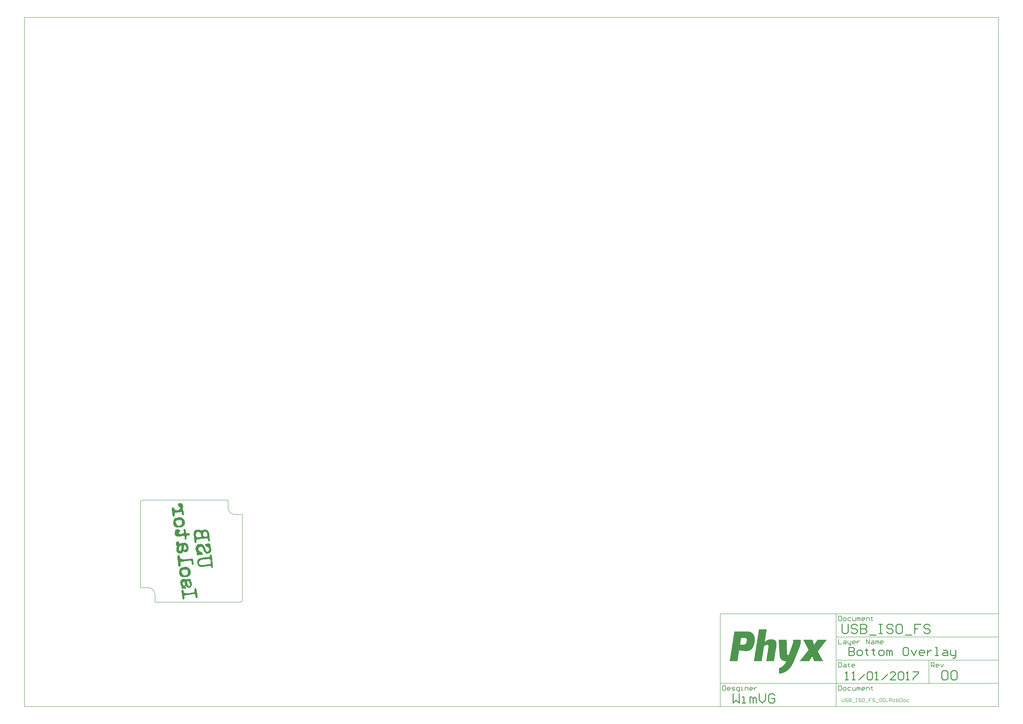
<source format=gbo>
G04 Layer_Color=32896*
%FSLAX25Y25*%
%MOIN*%
G70*
G01*
G75*
%ADD18C,0.00787*%
%ADD20C,0.01575*%
%ADD21C,0.00591*%
%ADD22C,0.00984*%
G36*
X-22325Y-6154D02*
X-21991Y-6188D01*
X-21769Y-6198D01*
X-21733Y-6194D01*
X-21697Y-6190D01*
X-21824Y-6352D01*
X-21924Y-6437D01*
X-21988Y-6518D01*
X-22024Y-6522D01*
X-22003Y-6703D01*
X-21994Y-6776D01*
X-21990Y-6812D01*
X-22235Y-6915D01*
X-22443Y-7013D01*
X-22584Y-7066D01*
X-22620Y-7070D01*
X-22790Y-6870D01*
X-22831Y-6839D01*
X-22835Y-6803D01*
X-22840Y-6766D01*
X-22893Y-6626D01*
X-22955Y-6413D01*
X-22959Y-6377D01*
X-22964Y-6341D01*
X-22828Y-6251D01*
X-22764Y-6170D01*
X-22732Y-6129D01*
X-22325Y-6154D01*
D02*
G37*
G36*
X32194Y-5794D02*
X32307Y-5818D01*
X32343Y-5813D01*
X32528Y-5828D01*
X32682Y-5883D01*
X32794Y-5906D01*
X32831Y-5902D01*
X33084Y-5872D01*
X33301Y-5846D01*
X33446Y-5829D01*
X33482Y-5824D01*
X33491Y-5897D01*
X33572Y-5960D01*
X33657Y-6061D01*
X33742Y-6160D01*
X33783Y-6192D01*
X33949Y-6356D01*
X34075Y-6488D01*
X34120Y-6556D01*
X34124Y-6592D01*
X34137Y-6701D01*
X34118Y-6850D01*
X34095Y-6963D01*
X34099Y-6999D01*
X34117Y-7144D01*
X34138Y-7325D01*
X34187Y-7429D01*
X34196Y-7501D01*
X34330Y-7706D01*
X34375Y-7774D01*
X34379Y-7810D01*
X34418Y-8136D01*
X34412Y-8393D01*
X34438Y-8610D01*
X34423Y-8796D01*
X34440Y-8941D01*
X34417Y-9053D01*
X34422Y-9090D01*
X34426Y-9126D01*
X34479Y-9266D01*
X34578Y-9475D01*
X34640Y-9688D01*
X34680Y-9720D01*
X34684Y-9756D01*
X34832Y-10069D01*
X34898Y-10318D01*
X34952Y-10458D01*
X34956Y-10494D01*
X34969Y-10603D01*
X34950Y-10752D01*
X34927Y-10865D01*
X34895Y-10905D01*
X34880Y-11091D01*
X34897Y-11235D01*
X34906Y-11308D01*
X34910Y-11344D01*
X34955Y-11412D01*
X35040Y-11512D01*
X35089Y-11616D01*
X35130Y-11648D01*
X35256Y-11780D01*
X35305Y-11884D01*
X35345Y-11916D01*
X35350Y-11952D01*
X35322Y-12029D01*
X35299Y-12142D01*
X35271Y-12219D01*
X35239Y-12259D01*
X35180Y-12376D01*
X35148Y-12417D01*
X35120Y-12494D01*
X35159Y-12819D01*
X35194Y-13109D01*
X35260Y-13358D01*
X35286Y-13575D01*
X35307Y-13756D01*
X35357Y-13860D01*
X35365Y-13933D01*
X35370Y-13969D01*
X35268Y-14348D01*
X35153Y-14619D01*
X35066Y-14813D01*
X35034Y-14853D01*
X35024Y-15075D01*
X35005Y-15224D01*
X35014Y-15296D01*
X35018Y-15332D01*
X34848Y-15756D01*
X34697Y-16031D01*
X34574Y-16229D01*
X34506Y-16274D01*
X34632Y-16406D01*
X34821Y-16457D01*
X35007Y-16472D01*
X35120Y-16495D01*
X35160Y-16527D01*
X35350Y-16578D01*
X35471Y-16673D01*
X35520Y-16778D01*
X35561Y-16809D01*
X35565Y-16846D01*
X35542Y-16958D01*
X35568Y-17176D01*
X35557Y-17397D01*
X35583Y-17614D01*
X35573Y-17836D01*
X35586Y-17944D01*
X35594Y-18017D01*
X35625Y-18270D01*
X35687Y-18483D01*
X35749Y-18696D01*
X35753Y-18732D01*
X35757Y-18768D01*
X35811Y-18909D01*
X35864Y-19049D01*
X35918Y-19190D01*
X35926Y-19262D01*
X35930Y-19298D01*
X35948Y-19443D01*
X35929Y-19592D01*
X35910Y-19741D01*
X35914Y-19777D01*
X35868Y-20003D01*
X35844Y-20116D01*
X35853Y-20188D01*
X35900Y-20586D01*
X35935Y-20876D01*
X35952Y-21021D01*
X35961Y-21093D01*
X35861Y-21179D01*
X35761Y-21264D01*
X35729Y-21304D01*
X35693Y-21309D01*
X35678Y-21494D01*
X35659Y-21643D01*
X35636Y-21756D01*
X35640Y-21792D01*
X35819Y-22064D01*
X35990Y-22264D01*
X36075Y-22364D01*
X36116Y-22396D01*
X36129Y-22505D01*
X36114Y-22690D01*
X36095Y-22839D01*
X36063Y-22880D01*
X36068Y-22916D01*
X35887Y-22937D01*
X35931Y-23006D01*
X35985Y-23146D01*
X36038Y-23286D01*
X36079Y-23318D01*
X36083Y-23355D01*
X36222Y-23595D01*
X36280Y-23772D01*
X36292Y-23880D01*
X36297Y-23916D01*
X36201Y-24038D01*
X36101Y-24123D01*
X36074Y-24200D01*
X36037Y-24204D01*
X35936Y-24583D01*
X35862Y-24886D01*
X35819Y-25148D01*
X35805Y-25333D01*
X35822Y-25478D01*
X35835Y-25587D01*
X35839Y-25623D01*
X35844Y-25659D01*
X36005Y-25786D01*
X36127Y-25882D01*
X36208Y-25946D01*
X36244Y-25942D01*
X36253Y-26014D01*
X36221Y-26054D01*
X36180Y-26023D01*
X36144Y-26027D01*
X36143Y-26321D01*
X36132Y-26542D01*
X36145Y-26651D01*
X36149Y-26687D01*
X36162Y-26796D01*
X36167Y-26832D01*
X36171Y-26868D01*
X36188Y-27013D01*
X36197Y-27085D01*
X36214Y-27230D01*
X36218Y-27266D01*
X36000Y-27586D01*
X35804Y-27793D01*
X35672Y-27918D01*
X35640Y-27959D01*
X35589Y-28149D01*
X35566Y-28261D01*
X35575Y-28334D01*
X35579Y-28370D01*
X35451Y-28532D01*
X35279Y-28626D01*
X35102Y-28684D01*
X35066Y-28688D01*
X35030Y-28692D01*
X34740Y-28727D01*
X34555Y-28712D01*
X34438Y-28653D01*
X34397Y-28621D01*
X34308Y-28485D01*
X34254Y-28344D01*
X34246Y-28272D01*
X34242Y-28236D01*
X34016Y-28189D01*
X33975Y-28157D01*
X33939Y-28161D01*
X33787Y-27812D01*
X33721Y-27563D01*
X33667Y-27423D01*
X33663Y-27387D01*
X33525Y-27146D01*
X33426Y-26938D01*
X33243Y-26629D01*
X33112Y-26461D01*
X33068Y-26393D01*
X32939Y-25931D01*
X32828Y-25614D01*
X32770Y-25437D01*
X32762Y-25365D01*
X32581Y-25387D01*
X32508Y-25395D01*
X32472Y-25400D01*
X32346Y-25268D01*
X31931Y-25170D01*
X31592Y-25100D01*
X31330Y-25058D01*
X31109Y-25048D01*
X30924Y-25033D01*
X30815Y-25046D01*
X30779Y-25051D01*
X30743Y-25055D01*
X30675Y-25100D01*
X30534Y-25153D01*
X30398Y-25243D01*
X30366Y-25283D01*
X30330Y-25288D01*
X30049Y-25394D01*
X29836Y-25456D01*
X29691Y-25474D01*
X29655Y-25478D01*
X29525Y-25310D01*
X29299Y-25263D01*
X29078Y-25253D01*
X28675Y-25264D01*
X28530Y-25281D01*
X28386Y-25299D01*
X28318Y-25343D01*
X28282Y-25348D01*
X27977Y-25567D01*
X27777Y-25738D01*
X27609Y-25868D01*
X27577Y-25909D01*
X27396Y-25930D01*
X27360Y-25935D01*
X27324Y-25939D01*
X26841Y-25886D01*
X26466Y-25821D01*
X26317Y-25802D01*
X26208Y-25815D01*
X26168Y-25783D01*
X26131Y-25787D01*
X25769Y-25830D01*
X25448Y-25905D01*
X25158Y-25940D01*
X24946Y-26002D01*
X24728Y-26028D01*
X24588Y-26081D01*
X24516Y-26090D01*
X24479Y-26094D01*
X24322Y-26003D01*
X24200Y-25907D01*
X24123Y-25879D01*
X24083Y-25848D01*
X24047Y-25852D01*
X23974Y-25861D01*
X23757Y-25886D01*
X23576Y-25908D01*
X23540Y-25912D01*
X23504Y-25917D01*
X23250Y-25947D01*
X23101Y-25928D01*
X23061Y-25896D01*
X23020Y-25864D01*
X22839Y-25885D01*
X22699Y-25939D01*
X22558Y-25992D01*
X22454Y-26041D01*
X22422Y-26082D01*
X22250Y-26176D01*
X22146Y-26225D01*
X22078Y-26270D01*
X22041Y-26274D01*
X21933Y-26287D01*
X21226Y-26518D01*
X20547Y-26672D01*
X19900Y-26786D01*
X19316Y-26819D01*
X18837Y-26803D01*
X18503Y-26769D01*
X18354Y-26750D01*
X18245Y-26763D01*
X18205Y-26731D01*
X18169Y-26735D01*
X17939Y-26653D01*
X17826Y-26629D01*
X17785Y-26597D01*
X17717Y-26642D01*
X17613Y-26691D01*
X17368Y-26794D01*
X17155Y-26856D01*
X17087Y-26901D01*
X17051Y-26905D01*
X16661Y-27025D01*
X16372Y-27059D01*
X16227Y-27077D01*
X16155Y-27085D01*
X15997Y-26994D01*
X15839Y-26902D01*
X15763Y-26875D01*
X15722Y-26843D01*
X15469Y-26873D01*
X15324Y-26890D01*
X15215Y-26903D01*
X15179Y-26908D01*
X14864Y-26725D01*
X14610Y-26755D01*
X14466Y-26772D01*
X14357Y-26785D01*
X14321Y-26790D01*
X14114Y-26594D01*
X13984Y-26426D01*
X13898Y-26326D01*
X13858Y-26294D01*
X13498Y-26043D01*
X13255Y-25852D01*
X13097Y-25761D01*
X13057Y-25729D01*
X13048Y-25656D01*
X12782Y-25578D01*
X12560Y-25567D01*
X12411Y-25549D01*
X12375Y-25553D01*
X12121Y-24959D01*
X11982Y-24719D01*
X11847Y-24514D01*
X11717Y-24346D01*
X11592Y-24215D01*
X11547Y-24147D01*
X11506Y-24115D01*
X11304Y-23955D01*
X11137Y-23791D01*
X11020Y-23732D01*
X10980Y-23700D01*
X10864Y-23347D01*
X10757Y-23066D01*
X10704Y-22925D01*
X10695Y-22853D01*
X10382Y-22376D01*
X10194Y-22032D01*
X10104Y-21895D01*
X10055Y-21791D01*
X10014Y-21759D01*
X10010Y-21723D01*
X9927Y-21329D01*
X9888Y-21004D01*
X9853Y-20714D01*
X9823Y-20461D01*
X9838Y-20275D01*
X9821Y-20131D01*
X9812Y-20058D01*
X9808Y-20022D01*
X9803Y-19986D01*
X9754Y-19882D01*
X9692Y-19669D01*
X9626Y-19420D01*
X9581Y-19352D01*
X9577Y-19315D01*
X9502Y-18994D01*
X9472Y-18741D01*
X9454Y-18596D01*
X9450Y-18560D01*
X9565Y-18289D01*
X9647Y-18059D01*
X9702Y-17906D01*
X9734Y-17865D01*
X9732Y-17535D01*
X9770Y-17237D01*
X9740Y-16983D01*
X9754Y-16798D01*
X9769Y-16613D01*
X9756Y-16504D01*
X9752Y-16468D01*
X9747Y-16432D01*
X9947Y-16261D01*
X9979Y-16221D01*
X10015Y-16217D01*
X10089Y-15914D01*
X10100Y-15692D01*
X10123Y-15580D01*
X10119Y-15543D01*
X10401Y-15143D01*
X10625Y-14859D01*
X10784Y-14657D01*
X10852Y-14612D01*
X10805Y-14214D01*
X10775Y-13960D01*
X10753Y-13779D01*
X10749Y-13743D01*
X11949Y-13343D01*
X12134Y-12734D01*
X12396Y-12776D01*
X12581Y-12791D01*
X12730Y-12810D01*
X12879Y-12829D01*
X12988Y-12816D01*
X13024Y-12812D01*
X13002Y-12631D01*
X13247Y-12528D01*
X13419Y-12434D01*
X13487Y-12389D01*
X13524Y-12385D01*
X13858Y-12419D01*
X14084Y-12465D01*
X14269Y-12480D01*
X14305Y-12476D01*
X14537Y-12264D01*
X14701Y-12098D01*
X14796Y-11976D01*
X14828Y-11936D01*
X15005Y-11878D01*
X15186Y-11857D01*
X15335Y-11876D01*
X15407Y-11867D01*
X15701Y-11869D01*
X15955Y-11839D01*
X16095Y-11785D01*
X16131Y-11781D01*
X16291Y-11578D01*
X16354Y-11497D01*
X16644Y-11463D01*
X16902Y-11469D01*
X17164Y-11511D01*
X17204Y-11543D01*
X17240Y-11539D01*
X17615Y-11604D01*
X17913Y-11642D01*
X18063Y-11661D01*
X18135Y-11653D01*
X18275Y-11599D01*
X18416Y-11546D01*
X18520Y-11496D01*
X18556Y-11492D01*
X18535Y-11311D01*
X18730Y-11104D01*
X18899Y-10974D01*
X19035Y-10885D01*
X19067Y-10844D01*
X19058Y-10772D01*
X19130Y-10763D01*
X19203Y-10755D01*
X19279Y-10782D01*
X19316Y-10778D01*
X19429Y-10801D01*
X19663Y-10920D01*
X19703Y-10952D01*
X19740Y-10948D01*
X19916Y-10890D01*
X19984Y-10845D01*
X20310Y-10806D01*
X20604Y-10808D01*
X20857Y-10778D01*
X21038Y-10756D01*
X21151Y-10780D01*
X21260Y-10767D01*
X21332Y-10758D01*
X21541Y-10660D01*
X21686Y-10643D01*
X21758Y-10634D01*
X21794Y-10630D01*
X22065Y-10744D01*
X22258Y-10831D01*
X22376Y-10891D01*
X22416Y-10923D01*
X22589Y-10829D01*
X22693Y-10780D01*
X22725Y-10739D01*
X22761Y-10735D01*
X23219Y-10570D01*
X23680Y-10442D01*
X23861Y-10420D01*
X24002Y-10367D01*
X24111Y-10354D01*
X24147Y-10350D01*
X24121Y-10132D01*
X24104Y-9988D01*
X24095Y-9915D01*
X24091Y-9879D01*
X24297Y-10075D01*
X24460Y-10202D01*
X24541Y-10266D01*
X24581Y-10298D01*
X25101Y-10346D01*
X25507Y-10371D01*
X25914Y-10396D01*
X26208Y-10398D01*
X26466Y-10404D01*
X26651Y-10418D01*
X26760Y-10406D01*
X26796Y-10401D01*
X26819Y-10288D01*
X26851Y-10248D01*
X27028Y-10190D01*
X27245Y-10164D01*
X27430Y-10179D01*
X27466Y-10175D01*
X27502Y-10170D01*
X27715Y-10108D01*
X27819Y-10059D01*
X27892Y-10051D01*
X27924Y-10010D01*
X27920Y-9979D01*
X27883Y-9978D01*
X27920Y-9974D01*
X27920Y-9979D01*
X28363Y-9995D01*
X28692Y-9992D01*
X28950Y-9998D01*
X29099Y-10017D01*
X29172Y-10008D01*
X29212Y-10040D01*
X29312Y-9955D01*
X29472Y-9752D01*
X29563Y-9595D01*
X29595Y-9554D01*
X29627Y-9514D01*
X29695Y-9469D01*
X29735Y-9501D01*
X29776Y-9533D01*
X29780Y-9569D01*
X29865Y-9669D01*
X29978Y-9692D01*
X30055Y-9720D01*
X30091Y-9715D01*
X30308Y-9689D01*
X30485Y-9632D01*
X30689Y-9497D01*
X30821Y-9371D01*
X30853Y-9331D01*
X30827Y-9114D01*
X30810Y-8969D01*
X30797Y-8860D01*
X30793Y-8824D01*
X30871Y-8558D01*
X30954Y-8328D01*
X31009Y-8174D01*
X31032Y-8061D01*
X31060Y-7985D01*
X31056Y-7949D01*
X31179Y-7750D01*
X31311Y-7625D01*
X31374Y-7544D01*
X31406Y-7503D01*
X31427Y-7060D01*
X31388Y-6734D01*
X31367Y-6553D01*
X31358Y-6481D01*
X31554Y-6274D01*
X31713Y-6072D01*
X31813Y-5986D01*
X31845Y-5946D01*
X31832Y-5837D01*
X32009Y-5779D01*
X32194Y-5794D01*
D02*
G37*
G36*
X27319Y13264D02*
X27400Y13200D01*
X27481Y13136D01*
X27521Y13104D01*
X27715Y13017D01*
X27900Y13003D01*
X28013Y12979D01*
X28050Y12984D01*
X28290Y13123D01*
X28462Y13216D01*
X28571Y13229D01*
X28607Y13234D01*
X28882Y13083D01*
X29044Y12955D01*
X29166Y12860D01*
X29206Y12828D01*
X29347Y12881D01*
X29451Y12930D01*
X29519Y12975D01*
X29555Y12979D01*
X29691Y13069D01*
X29796Y13118D01*
X29868Y13127D01*
X29904Y13131D01*
X30134Y13048D01*
X30147Y12940D01*
X30228Y12876D01*
X30314Y12776D01*
X30548Y12657D01*
X30778Y12574D01*
X30819Y12543D01*
X30855Y12547D01*
X31044Y12496D01*
X31198Y12441D01*
X31392Y12354D01*
X31468Y12326D01*
X31509Y12294D01*
X31603Y12122D01*
X31705Y11877D01*
X31812Y11596D01*
X31883Y11311D01*
X31958Y10990D01*
X31984Y10773D01*
X32041Y10596D01*
X32050Y10524D01*
X32146Y10021D01*
X32234Y9591D01*
X32278Y9229D01*
X32312Y8940D01*
X32338Y8722D01*
X32323Y8537D01*
X32332Y8465D01*
X32336Y8428D01*
X32213Y8230D01*
X32207Y7973D01*
X32241Y7683D01*
X32303Y7470D01*
X32308Y7434D01*
X32312Y7398D01*
X32410Y7189D01*
X32540Y7021D01*
X32589Y6917D01*
X32630Y6885D01*
X32637Y6519D01*
X32631Y6261D01*
X32616Y6076D01*
X32620Y6040D01*
X32726Y5465D01*
X32788Y5252D01*
X32850Y5039D01*
X32903Y4899D01*
X32952Y4794D01*
X32997Y4726D01*
X33001Y4690D01*
X33172Y4490D01*
X33257Y4390D01*
X33302Y4322D01*
X33409Y4041D01*
X33484Y3720D01*
X33566Y3032D01*
X33605Y2706D01*
X33635Y2453D01*
X33652Y2308D01*
X33661Y2236D01*
X33667Y1870D01*
X33674Y1503D01*
X33637Y1205D01*
X33590Y979D01*
X33580Y758D01*
X33525Y605D01*
X33497Y528D01*
X33501Y492D01*
X33306Y285D01*
X33178Y123D01*
X33114Y42D01*
X33082Y1D01*
X33040Y-261D01*
X33026Y-446D01*
X33038Y-555D01*
X33043Y-591D01*
X32875Y-721D01*
X32843Y-761D01*
X32807Y-766D01*
X32824Y-910D01*
X32841Y-1055D01*
X32845Y-1091D01*
X32850Y-1128D01*
X32446Y-2057D01*
X32378Y-2101D01*
X32274Y-2151D01*
X32029Y-2253D01*
X31816Y-2315D01*
X31744Y-2324D01*
X31708Y-2328D01*
X31567Y-2382D01*
X31431Y-2471D01*
X31236Y-2678D01*
X31112Y-2876D01*
X31080Y-2917D01*
X31085Y-2953D01*
X31089Y-2989D01*
X31093Y-3025D01*
X31111Y-3170D01*
X31132Y-3351D01*
X31137Y-3387D01*
X31141Y-3423D01*
X30964Y-3481D01*
X30824Y-3535D01*
X30719Y-3584D01*
X30683Y-3588D01*
X30534Y-3569D01*
X30381Y-3514D01*
X30264Y-3455D01*
X30187Y-3427D01*
X30061Y-3295D01*
X29984Y-3268D01*
X29908Y-3240D01*
X29835Y-3249D01*
X29803Y-3289D01*
X29635Y-3419D01*
X29495Y-3473D01*
X29391Y-3522D01*
X29354Y-3526D01*
X29263Y-3684D01*
X29208Y-3837D01*
X29180Y-3914D01*
X29148Y-3954D01*
X28967Y-3976D01*
X28823Y-3993D01*
X28714Y-4006D01*
X28678Y-4010D01*
X28555Y-4208D01*
X28523Y-4249D01*
X28527Y-4285D01*
X28350Y-4343D01*
X28206Y-4360D01*
X28093Y-4337D01*
X28056Y-4341D01*
X27970Y-4535D01*
X27938Y-4576D01*
X27942Y-4612D01*
X27616Y-4651D01*
X27699Y-4420D01*
X27758Y-4303D01*
X27786Y-4227D01*
X27782Y-4190D01*
X27420Y-4233D01*
X27202Y-4259D01*
X27058Y-4277D01*
X27022Y-4281D01*
X26745Y-4424D01*
X26500Y-4527D01*
X26360Y-4580D01*
X26255Y-4629D01*
X26187Y-4674D01*
X26151Y-4678D01*
X26115Y-4682D01*
X25912Y-4523D01*
X25750Y-4395D01*
X25665Y-4296D01*
X25625Y-4264D01*
X25286Y-4194D01*
X25065Y-4183D01*
X24915Y-4165D01*
X24879Y-4169D01*
X24609Y-4054D01*
X24451Y-3963D01*
X24406Y-3895D01*
X24366Y-3863D01*
X24340Y-3646D01*
X24331Y-3573D01*
X24327Y-3537D01*
X23890Y-3259D01*
X23611Y-3072D01*
X23412Y-2949D01*
X23336Y-2921D01*
X23314Y-2740D01*
X23306Y-2668D01*
X23103Y-2508D01*
X22941Y-2381D01*
X22828Y-2357D01*
X22788Y-2326D01*
X22694Y-2153D01*
X22640Y-2013D01*
X22632Y-1940D01*
X22627Y-1904D01*
X22177Y-1517D01*
X21813Y-1230D01*
X21570Y-1039D01*
X21525Y-971D01*
X21489Y-975D01*
X21369Y-586D01*
X21298Y-300D01*
X21281Y-156D01*
X21273Y-83D01*
X20881Y127D01*
X20842Y453D01*
X20816Y670D01*
X20799Y815D01*
X20794Y851D01*
X20638Y1236D01*
X20527Y1553D01*
X20433Y1726D01*
X20389Y1794D01*
X20354Y2083D01*
X20324Y2337D01*
X20307Y2481D01*
X20302Y2518D01*
X20100Y2677D01*
X20057Y3039D01*
X20027Y3292D01*
X20005Y3473D01*
X20001Y3509D01*
X19790Y3741D01*
X19742Y4140D01*
X19712Y4393D01*
X19691Y4574D01*
X19686Y4610D01*
X19411Y4761D01*
X19330Y4825D01*
X19294Y4820D01*
X19290Y4857D01*
X19285Y4893D01*
X19264Y5074D01*
X19247Y5218D01*
X19242Y5255D01*
X19238Y5291D01*
X19008Y5373D01*
X18895Y5397D01*
X18855Y5429D01*
X18829Y5646D01*
X18807Y5827D01*
X18794Y5935D01*
X18790Y5972D01*
X18596Y6059D01*
X18447Y6078D01*
X18334Y6101D01*
X18298Y6097D01*
X18176Y6192D01*
X18010Y6356D01*
X17714Y6688D01*
X17583Y6856D01*
X17494Y6992D01*
X17445Y7096D01*
X17404Y7128D01*
X17368Y7124D01*
X17296Y7115D01*
X17187Y7102D01*
X17151Y7098D01*
X17110Y7130D01*
X17070Y7162D01*
X16993Y7189D01*
X16957Y7185D01*
X16961Y7149D01*
X16929Y7108D01*
X16897Y7068D01*
X16825Y7059D01*
X16785Y7091D01*
X16780Y7127D01*
X16776Y7163D01*
X16595Y7142D01*
X16635Y7110D01*
X16604Y7069D01*
X16535Y7025D01*
X16499Y7020D01*
X16369Y7188D01*
X16071Y7226D01*
X15777Y7228D01*
X15519Y7234D01*
X15338Y7213D01*
X15189Y7231D01*
X15081Y7219D01*
X15008Y7210D01*
X14972Y7206D01*
X14959Y7314D01*
X14706Y7284D01*
X14606Y7199D01*
X14542Y7118D01*
X14510Y7077D01*
X14515Y7041D01*
X14085Y6953D01*
X13763Y6878D01*
X13582Y6857D01*
X13510Y6848D01*
X13504Y6590D01*
X13489Y6405D01*
X13498Y6333D01*
X13502Y6296D01*
X13402Y6211D01*
X13374Y6134D01*
X13343Y6094D01*
X12836Y6034D01*
X12433Y6022D01*
X12289Y6005D01*
X12176Y6028D01*
X12140Y6024D01*
X12103Y6020D01*
X11885Y5700D01*
X11825Y5583D01*
X11806Y5434D01*
X11819Y5325D01*
X11823Y5289D01*
X11836Y5181D01*
X11890Y5040D01*
X12041Y4691D01*
X12135Y4519D01*
X12189Y4378D01*
X12238Y4274D01*
X12242Y4238D01*
X12078Y4071D01*
X11983Y3950D01*
X11919Y3869D01*
X11887Y3828D01*
X11734Y3884D01*
X11657Y3911D01*
X11621Y3907D01*
X11642Y3726D01*
X11483Y3523D01*
X11468Y3338D01*
X11494Y3121D01*
X11569Y2799D01*
X11667Y2591D01*
X11708Y2559D01*
X11712Y2523D01*
X11910Y2400D01*
X12072Y2272D01*
X12149Y2244D01*
X12190Y2213D01*
X12194Y2176D01*
X12202Y2104D01*
X12184Y1955D01*
X12205Y1774D01*
X12186Y1625D01*
X12203Y1480D01*
X12180Y1367D01*
X12184Y1331D01*
X12532Y1189D01*
X12839Y1078D01*
X13028Y1028D01*
X13105Y1000D01*
X13150Y932D01*
X13203Y792D01*
X13306Y547D01*
X13408Y302D01*
X13417Y230D01*
X13421Y193D01*
X13483Y-20D01*
X13573Y-156D01*
X13626Y-296D01*
X13707Y-360D01*
X13792Y-460D01*
X13833Y-492D01*
X13982Y-511D01*
X14127Y-493D01*
X14195Y-449D01*
X14231Y-444D01*
X14547Y-627D01*
X14785Y-782D01*
X14947Y-910D01*
X15024Y-937D01*
X15164Y-884D01*
X15269Y-835D01*
X15405Y-745D01*
X15437Y-705D01*
X15626Y-755D01*
X15775Y-774D01*
X15888Y-798D01*
X15929Y-829D01*
X16014Y-929D01*
X16091Y-957D01*
X16131Y-989D01*
X16144Y-1098D01*
X16121Y-1210D01*
X16098Y-1323D01*
X16102Y-1359D01*
X16111Y-1432D01*
X16160Y-1536D01*
X16298Y-1777D01*
X16397Y-1985D01*
X16442Y-2053D01*
X16446Y-2089D01*
X16695Y-2023D01*
X16908Y-1961D01*
X17048Y-1908D01*
X17085Y-1903D01*
X17172Y-1709D01*
X17353Y-1688D01*
X17533Y-1666D01*
X17606Y-1658D01*
X17642Y-1653D01*
X17753Y-1970D01*
X17860Y-2251D01*
X17913Y-2392D01*
X17922Y-2464D01*
X18112Y-2515D01*
X18462Y-2987D01*
X18730Y-3396D01*
X18918Y-3741D01*
X19025Y-4022D01*
X19092Y-4271D01*
X19109Y-4415D01*
X19122Y-4524D01*
X19126Y-4560D01*
X18935Y-4803D01*
X18867Y-4848D01*
X18835Y-4888D01*
X18792Y-5150D01*
X18746Y-5376D01*
X18695Y-5566D01*
X18636Y-5683D01*
X18621Y-5868D01*
X18593Y-5945D01*
X18502Y-6103D01*
X18406Y-6224D01*
X18275Y-6350D01*
X18138Y-6440D01*
X18102Y-6444D01*
X17600Y-6540D01*
X17125Y-6560D01*
X16908Y-6586D01*
X16759Y-6567D01*
X16646Y-6544D01*
X16610Y-6548D01*
X16407Y-6389D01*
X16158Y-6455D01*
X16013Y-6472D01*
X15909Y-6521D01*
X15873Y-6526D01*
X15783Y-6390D01*
X15743Y-6358D01*
X15385Y-6437D01*
X15096Y-6471D01*
X14883Y-6534D01*
X14774Y-6547D01*
X14670Y-6596D01*
X14634Y-6600D01*
X14178Y-6471D01*
X13997Y-6492D01*
X13852Y-6509D01*
X13743Y-6522D01*
X13707Y-6527D01*
X13567Y-6580D01*
X13503Y-6661D01*
X13471Y-6702D01*
X13475Y-6738D01*
X13250Y-6691D01*
X13060Y-6640D01*
X12911Y-6622D01*
X12875Y-6626D01*
X12639Y-6801D01*
X12439Y-6971D01*
X12298Y-7025D01*
X12266Y-7065D01*
X12239Y-7142D01*
X12202Y-7146D01*
X12166Y-7151D01*
X12126Y-7119D01*
X12049Y-7091D01*
X12013Y-7096D01*
X11674Y-7026D01*
X11340Y-6992D01*
X11010Y-6995D01*
X10684Y-7033D01*
X10431Y-7064D01*
X10214Y-7089D01*
X10073Y-7143D01*
X10037Y-7147D01*
X9894Y-6870D01*
X9719Y-6634D01*
X9629Y-6498D01*
X9540Y-6362D01*
X9454Y-6262D01*
X9414Y-6230D01*
X9373Y-6198D01*
X9143Y-6116D01*
X8994Y-6097D01*
X8917Y-6069D01*
X8881Y-6073D01*
X8855Y-5856D01*
X8851Y-5820D01*
X8847Y-5784D01*
X8725Y-5688D01*
X8640Y-5588D01*
X8563Y-5561D01*
X8559Y-5525D01*
X8501Y-5348D01*
X8471Y-5094D01*
X8481Y-4873D01*
X8477Y-4837D01*
X8473Y-4801D01*
X8456Y-4656D01*
X8443Y-4547D01*
X8434Y-4475D01*
X8430Y-4439D01*
X8621Y-4196D01*
X8780Y-3993D01*
X9076Y-3701D01*
X9276Y-3530D01*
X9308Y-3490D01*
X9344Y-3486D01*
X9237Y-3205D01*
X9175Y-2992D01*
X9162Y-2883D01*
X9158Y-2847D01*
X8932Y-2800D01*
X8896Y-2805D01*
X8860Y-2809D01*
X8740Y-2420D01*
X8661Y-2062D01*
X8586Y-1740D01*
X8556Y-1487D01*
X8498Y-1310D01*
X8480Y-1166D01*
X8472Y-1093D01*
X8468Y-1057D01*
X8257Y-825D01*
X8090Y-661D01*
X8009Y-598D01*
X7969Y-566D01*
X7858Y-249D01*
X7791Y0D01*
X7774Y145D01*
X7770Y181D01*
X7535Y300D01*
X7495Y332D01*
X7458Y328D01*
X7428Y581D01*
X7411Y726D01*
X7398Y835D01*
X7394Y871D01*
X7225Y1365D01*
X7105Y1754D01*
X7052Y1894D01*
X7039Y2003D01*
X6998Y2035D01*
X6994Y2071D01*
X6938Y2542D01*
X6922Y2980D01*
X6884Y3306D01*
X6885Y3600D01*
X6859Y3817D01*
X6878Y3966D01*
X6870Y4039D01*
X6866Y4075D01*
X6791Y4396D01*
X6760Y4650D01*
X6703Y4826D01*
X6690Y4935D01*
X6649Y4967D01*
X6645Y5003D01*
X6736Y5161D01*
X6796Y5278D01*
X6859Y5359D01*
X6855Y5395D01*
X6834Y5576D01*
X6821Y5685D01*
X6816Y5721D01*
X6812Y5757D01*
X6944Y5883D01*
X7080Y5972D01*
X7148Y6017D01*
X7184Y6022D01*
X7286Y6401D01*
X7356Y6739D01*
X7430Y7042D01*
X7477Y7268D01*
X7491Y7453D01*
X7510Y7602D01*
X7502Y7675D01*
X7497Y7711D01*
X7680Y8026D01*
X7912Y8237D01*
X8120Y8335D01*
X8152Y8376D01*
X8188Y8380D01*
X8333Y8398D01*
X8405Y8406D01*
X8442Y8410D01*
X8420Y8591D01*
X8412Y8664D01*
X8571Y8866D01*
X8658Y9060D01*
X8722Y9141D01*
X8754Y9182D01*
X8728Y9399D01*
X8711Y9544D01*
X8702Y9616D01*
X8698Y9652D01*
X8817Y9887D01*
X8980Y10053D01*
X9116Y10143D01*
X9185Y10187D01*
X9357Y10281D01*
X9489Y10407D01*
X9693Y10542D01*
X9761Y10586D01*
X9793Y10627D01*
X9912Y10861D01*
X9963Y11051D01*
X10018Y11204D01*
X10014Y11241D01*
X10050Y11245D01*
X10122Y11253D01*
X10231Y11266D01*
X10267Y11271D01*
X10350Y11501D01*
X10401Y11690D01*
X10428Y11767D01*
X10424Y11803D01*
X10569Y11820D01*
X10543Y12038D01*
X10828Y12108D01*
X11041Y12170D01*
X11186Y12188D01*
X11222Y12192D01*
X11288Y11943D01*
X11318Y11689D01*
X11336Y11545D01*
X11344Y11472D01*
X11380Y11477D01*
X11421Y11445D01*
X11602Y11466D01*
X11787Y11452D01*
X11823Y11456D01*
X11859Y11460D01*
X11870Y11682D01*
X11889Y11831D01*
X11876Y11939D01*
X11872Y11975D01*
X12053Y11997D01*
X12161Y12010D01*
X12234Y12019D01*
X12270Y12023D01*
X12477Y11827D01*
X12602Y11695D01*
X12652Y11591D01*
X12692Y11559D01*
X12809Y11500D01*
X12886Y11472D01*
X12958Y11481D01*
X13158Y11652D01*
X13286Y11813D01*
X13422Y11903D01*
X13490Y11948D01*
X13554Y12029D01*
X13699Y12046D01*
X13843Y12064D01*
X13956Y12040D01*
X13992Y12044D01*
X14101Y12057D01*
X14169Y12102D01*
X14237Y12147D01*
X14411Y12535D01*
X14485Y12837D01*
X14540Y12991D01*
X14568Y13067D01*
X14640Y13076D01*
X14749Y13089D01*
X14858Y13102D01*
X14930Y13111D01*
X15118Y12766D01*
X15293Y12530D01*
X15391Y12321D01*
X15445Y12181D01*
X15489Y12113D01*
X15530Y12081D01*
X15534Y12044D01*
X15905Y12015D01*
X16162Y12009D01*
X16307Y12026D01*
X16379Y12035D01*
X16456Y12007D01*
X16533Y11980D01*
X16610Y11952D01*
X16650Y11920D01*
X16840Y11869D01*
X17025Y11855D01*
X17134Y11868D01*
X17170Y11872D01*
X17374Y12007D01*
X17510Y12096D01*
X17610Y12182D01*
X17646Y12186D01*
X17683Y12190D01*
X17791Y12203D01*
X17900Y12216D01*
X17936Y12220D01*
X18137Y11767D01*
X18288Y11418D01*
X18342Y11277D01*
X18391Y11173D01*
X18431Y11141D01*
X18436Y11105D01*
X18870Y11157D01*
X19196Y11196D01*
X19377Y11217D01*
X19449Y11226D01*
X19588Y10985D01*
X19722Y10781D01*
X19776Y10641D01*
X19816Y10609D01*
X20051Y10490D01*
X20091Y10458D01*
X20127Y10462D01*
X20230Y10217D01*
X20324Y10045D01*
X20333Y9973D01*
X20337Y9937D01*
X20567Y9854D01*
X20665Y9645D01*
X20719Y9505D01*
X20727Y9432D01*
X20731Y9396D01*
X21024Y9101D01*
X21271Y8873D01*
X21433Y8746D01*
X21474Y8714D01*
X21540Y8465D01*
X21602Y8252D01*
X21615Y8143D01*
X21619Y8107D01*
X21854Y7988D01*
X21898Y7920D01*
X21935Y7924D01*
X22037Y7680D01*
X22099Y7467D01*
X22112Y7358D01*
X22116Y7322D01*
X22206Y7186D01*
X22332Y7054D01*
X22377Y6986D01*
X22417Y6954D01*
X22447Y6701D01*
X22473Y6483D01*
X22486Y6375D01*
X22490Y6339D01*
X22657Y6175D01*
X22778Y6079D01*
X22859Y6016D01*
X22900Y5984D01*
X23047Y5671D01*
X23118Y5386D01*
X23171Y5245D01*
X23180Y5173D01*
X23404Y4832D01*
X23619Y4564D01*
X23713Y4392D01*
X23758Y4324D01*
X23735Y4211D01*
X23716Y4062D01*
X23693Y3949D01*
X23661Y3909D01*
X23610Y3719D01*
X23582Y3642D01*
X23555Y3565D01*
X23619Y3023D01*
X23716Y2520D01*
X23778Y2307D01*
X23799Y2126D01*
X23848Y2022D01*
X23853Y1986D01*
X23951Y1777D01*
X24049Y1569D01*
X24314Y1197D01*
X24444Y1029D01*
X24570Y897D01*
X24615Y828D01*
X24655Y797D01*
X24772Y737D01*
X24849Y710D01*
X24921Y718D01*
X24966Y650D01*
X25056Y514D01*
X25199Y237D01*
X25252Y97D01*
X25306Y-44D01*
X25351Y-112D01*
X25355Y-148D01*
X25494Y-388D01*
X25588Y-561D01*
X25677Y-697D01*
X25726Y-801D01*
X25816Y-937D01*
X25856Y-969D01*
X25933Y-997D01*
X26046Y-1020D01*
X26304Y-1026D01*
X26525Y-1036D01*
X26598Y-1028D01*
X26634Y-1023D01*
X27032Y-976D01*
X27281Y-910D01*
X27458Y-852D01*
X27494Y-848D01*
X27500Y-590D01*
X27970Y-534D01*
X28296Y-495D01*
X28477Y-474D01*
X28550Y-465D01*
X28541Y-393D01*
X28528Y-284D01*
X28515Y-175D01*
X28506Y-103D01*
X28815Y81D01*
X29019Y215D01*
X29160Y268D01*
X29191Y309D01*
X29247Y462D01*
X29396Y443D01*
X29504Y456D01*
X29545Y424D01*
X29546Y718D01*
X29593Y944D01*
X29608Y1129D01*
X29627Y1278D01*
X29654Y1355D01*
X29682Y1432D01*
X29714Y1472D01*
X29927Y1534D01*
X29959Y1575D01*
X29995Y1579D01*
X29788Y1775D01*
X29626Y1902D01*
X29509Y1962D01*
X29468Y1994D01*
X29451Y2138D01*
X29434Y2283D01*
X29425Y2356D01*
X29421Y2392D01*
X29457Y2396D01*
X29570Y2373D01*
X29647Y2345D01*
X29687Y2313D01*
X29855Y2444D01*
X29959Y2493D01*
X29991Y2533D01*
X30027Y2537D01*
X30020Y2904D01*
X29986Y3193D01*
X29988Y3487D01*
X29962Y3704D01*
X29977Y3889D01*
X29964Y3998D01*
X29955Y4070D01*
X29951Y4107D01*
X30055Y4156D01*
X30123Y4201D01*
X30155Y4241D01*
X30057Y4450D01*
X29963Y4622D01*
X29909Y4763D01*
X29869Y4794D01*
X29775Y4967D01*
X29617Y5058D01*
X29500Y5118D01*
X29464Y5113D01*
X29319Y5096D01*
X29210Y5083D01*
X29138Y5074D01*
X29102Y5070D01*
X29061Y5102D01*
X29017Y5170D01*
X28918Y5379D01*
X28861Y5555D01*
X28820Y5587D01*
X28816Y5623D01*
X28758Y5800D01*
X28709Y5904D01*
X28579Y6072D01*
X28530Y6177D01*
X28493Y6172D01*
X28227Y6251D01*
X28001Y6297D01*
X27852Y6316D01*
X27816Y6312D01*
X27605Y6544D01*
X27434Y6744D01*
X27345Y6880D01*
X27304Y6912D01*
X27087Y6886D01*
X26942Y6869D01*
X26870Y6860D01*
X26834Y6856D01*
X26567Y6934D01*
X26378Y6985D01*
X26224Y7040D01*
X26107Y7100D01*
X25994Y7123D01*
X25954Y7155D01*
X25864Y7291D01*
X25819Y7359D01*
X25545Y7510D01*
X25310Y7629D01*
X25161Y7648D01*
X25120Y7680D01*
X25027Y7852D01*
X24977Y7956D01*
X24937Y7988D01*
X24933Y8024D01*
X24707Y8071D01*
X24630Y8098D01*
X24594Y8094D01*
X24536Y8271D01*
X24515Y8452D01*
X24470Y8520D01*
X24465Y8556D01*
X24312Y8611D01*
X24199Y8635D01*
X24123Y8662D01*
X24086Y8658D01*
X24060Y8875D01*
X23843Y8849D01*
X23807Y8845D01*
X23771Y8840D01*
X23718Y8981D01*
X23668Y9085D01*
X23660Y9158D01*
X23655Y9194D01*
X23434Y9204D01*
X23393Y9236D01*
X23357Y9232D01*
X23146Y9464D01*
X23003Y9740D01*
X22794Y10266D01*
X22732Y10479D01*
X22674Y10655D01*
X22661Y10764D01*
X22657Y10800D01*
X22671Y10985D01*
X22667Y11022D01*
X22895Y11269D01*
X23090Y11476D01*
X23254Y11642D01*
X23386Y11768D01*
X23550Y11934D01*
X23581Y11975D01*
X23890Y12158D01*
X24135Y12261D01*
X24271Y12350D01*
X24307Y12355D01*
X24358Y12544D01*
X24417Y12662D01*
X24413Y12698D01*
X24409Y12734D01*
X24617Y12832D01*
X24758Y12886D01*
X24830Y12894D01*
X24866Y12899D01*
X24983Y12839D01*
X25060Y12811D01*
X25096Y12816D01*
X25150Y12675D01*
X25167Y12530D01*
X25216Y12426D01*
X25220Y12390D01*
X25310Y12254D01*
X25468Y12163D01*
X25581Y12139D01*
X25621Y12107D01*
X25834Y12169D01*
X26011Y12227D01*
X26151Y12281D01*
X26187Y12285D01*
X26232Y12217D01*
X26309Y12189D01*
X26349Y12157D01*
X26390Y12126D01*
X26426Y12130D01*
X26535Y12143D01*
X26643Y12156D01*
X26679Y12160D01*
X26772Y12611D01*
X26842Y12950D01*
X26889Y13176D01*
X26916Y13253D01*
X27066Y13234D01*
X27174Y13247D01*
X27242Y13292D01*
X27278Y13296D01*
X27319Y13264D01*
D02*
G37*
G36*
X-20454Y31473D02*
X-20341Y31450D01*
X-20265Y31422D01*
X-20228Y31427D01*
X-20202Y31209D01*
X-20181Y31029D01*
X-20168Y30920D01*
X-20155Y30811D01*
X-20146Y30739D01*
X-20234Y30545D01*
X-20265Y30505D01*
X-20261Y30468D01*
X-20651Y30349D01*
X-20932Y30242D01*
X-21108Y30184D01*
X-21181Y30175D01*
X-21198Y30320D01*
X-21215Y30465D01*
X-21228Y30573D01*
X-21232Y30610D01*
X-21245Y30718D01*
X-21262Y30863D01*
X-21275Y30972D01*
X-21280Y31008D01*
X-21288Y31080D01*
X-21338Y31184D01*
X-21387Y31289D01*
X-21431Y31357D01*
X-21001Y31445D01*
X-20639Y31488D01*
X-20454Y31473D01*
D02*
G37*
G36*
X-23108Y16768D02*
X-22806Y16694D01*
X-22652Y16639D01*
X-22576Y16611D01*
X-22080Y16450D01*
X-21728Y16272D01*
X-21449Y16084D01*
X-21278Y15885D01*
X-21148Y15717D01*
X-21094Y15576D01*
X-21045Y15472D01*
X-21041Y15436D01*
X-21020Y15255D01*
X-20998Y15074D01*
X-21021Y14961D01*
X-21013Y14888D01*
X-21221Y14790D01*
X-21204Y14645D01*
X-21218Y14460D01*
X-21238Y14311D01*
X-21233Y14275D01*
X-21229Y14239D01*
X-21199Y13985D01*
X-21181Y13840D01*
X-21173Y13768D01*
X-21169Y13732D01*
X-21002Y13568D01*
X-20876Y13436D01*
X-20791Y13336D01*
X-20751Y13304D01*
X-20616Y13100D01*
X-20490Y12968D01*
X-20369Y12873D01*
X-20324Y12805D01*
X-20243Y12741D01*
X-20207Y12745D01*
X-20171Y12749D01*
X-20130Y12718D01*
X-19913Y12743D01*
X-19728Y12729D01*
X-19692Y12733D01*
X-19655Y12737D01*
X-19474Y12759D01*
X-19330Y12776D01*
X-19117Y12838D01*
X-19012Y12887D01*
X-18976Y12892D01*
X-18993Y13036D01*
X-19006Y13145D01*
X-19024Y13290D01*
X-19028Y13326D01*
X-18932Y13447D01*
X-18864Y13492D01*
X-18796Y13537D01*
X-18760Y13541D01*
X-18611Y13522D01*
X-18457Y13467D01*
X-18340Y13408D01*
X-18300Y13376D01*
X-18101Y13253D01*
X-17948Y13197D01*
X-17908Y13166D01*
X-17871Y13170D01*
X-17622Y13236D01*
X-17450Y13330D01*
X-17314Y13420D01*
X-17246Y13465D01*
X-17046Y13635D01*
X-16910Y13725D01*
X-16842Y13770D01*
X-16805Y13774D01*
X-16339Y13866D01*
X-15937Y13878D01*
X-15788Y13859D01*
X-15679Y13871D01*
X-15602Y13844D01*
X-15566Y13848D01*
X-15364Y13689D01*
X-15183Y13710D01*
X-15042Y13764D01*
X-14938Y13813D01*
X-14906Y13853D01*
X-14770Y13943D01*
X-14670Y14028D01*
X-14634Y14033D01*
X-14489Y14050D01*
X-14340Y14031D01*
X-14227Y14008D01*
X-14191Y14012D01*
X-14001Y13961D01*
X-13925Y13934D01*
X-13888Y13938D01*
X-13780Y13951D01*
X-13676Y14000D01*
X-13607Y14045D01*
X-13571Y14049D01*
X-13435Y14139D01*
X-13367Y14183D01*
X-13331Y14188D01*
X-13041Y14222D01*
X-12752Y14257D01*
X-12571Y14278D01*
X-12535Y14283D01*
X-12498Y14287D01*
X-12358Y14340D01*
X-12217Y14394D01*
X-12054Y14560D01*
X-11994Y14677D01*
X-11967Y14754D01*
X-11984Y14899D01*
X-11997Y15007D01*
X-12005Y15080D01*
X-12010Y15116D01*
X-11837Y15210D01*
X-11675Y15082D01*
X-11635Y15050D01*
X-11524Y14733D01*
X-11462Y14520D01*
X-11412Y14416D01*
X-11408Y14380D01*
X-11363Y14312D01*
X-11282Y14248D01*
X-11084Y14125D01*
X-10854Y14042D01*
X-10813Y14010D01*
X-10777Y14015D01*
X-10398Y13913D01*
X-10136Y13871D01*
X-9951Y13856D01*
X-9915Y13860D01*
X-9847Y13905D01*
X-9815Y13946D01*
X-9783Y13986D01*
X-9472Y13840D01*
X-9237Y13721D01*
X-9043Y13634D01*
X-8926Y13574D01*
X-8845Y13510D01*
X-8809Y13515D01*
X-8768Y13483D01*
X-8611Y13391D01*
X-8444Y13228D01*
X-8157Y12968D01*
X-8027Y12800D01*
X-7941Y12700D01*
X-7860Y12637D01*
X-7856Y12600D01*
X-7587Y12192D01*
X-7327Y11856D01*
X-7237Y11720D01*
X-7152Y11620D01*
X-7107Y11552D01*
X-7103Y11515D01*
X-6886Y11541D01*
X-6877Y11469D01*
X-6909Y11428D01*
X-6945Y11424D01*
X-7017Y11415D01*
X-7013Y11379D01*
X-7009Y11343D01*
X-6847Y11215D01*
X-6730Y11156D01*
X-6649Y11092D01*
X-6612Y11096D01*
X-6401Y10865D01*
X-6267Y10661D01*
X-6043Y10320D01*
X-5908Y10116D01*
X-5904Y10080D01*
X-5900Y10044D01*
X-5906Y9786D01*
X-5920Y9601D01*
X-5971Y9411D01*
X-5994Y9298D01*
X-6009Y9113D01*
X-6041Y9072D01*
X-5830Y8840D01*
X-5623Y8645D01*
X-5461Y8517D01*
X-5421Y8485D01*
X-5378Y8123D01*
X-5343Y7834D01*
X-5308Y7544D01*
X-5323Y7359D01*
X-5338Y7174D01*
X-5325Y7065D01*
X-5353Y6989D01*
X-5348Y6952D01*
X-5303Y6884D01*
X-5214Y6748D01*
X-5165Y6644D01*
X-5124Y6612D01*
X-4958Y6448D01*
X-4909Y6344D01*
X-4864Y6276D01*
X-4879Y6090D01*
X-4966Y5897D01*
X-5053Y5703D01*
X-5085Y5662D01*
X-5080Y5626D01*
X-5195Y5355D01*
X-5282Y5161D01*
X-5309Y5085D01*
X-5305Y5049D01*
X-5253Y4614D01*
X-5215Y4289D01*
X-5193Y4108D01*
X-5184Y4035D01*
X-5359Y3647D01*
X-5469Y3341D01*
X-5596Y3179D01*
X-5624Y3102D01*
X-5562Y2889D01*
X-5540Y2708D01*
X-5442Y2499D01*
X-5389Y2359D01*
X-5348Y2327D01*
X-5376Y2251D01*
X-5431Y2097D01*
X-5573Y1750D01*
X-5660Y1556D01*
X-5751Y1398D01*
X-5775Y1285D01*
X-5807Y1245D01*
X-5953Y934D01*
X-6072Y699D01*
X-6159Y505D01*
X-6219Y388D01*
X-6282Y307D01*
X-6310Y231D01*
X-6342Y190D01*
X-6406Y109D01*
X-6537Y-17D01*
X-6869Y-313D01*
X-7037Y-443D01*
X-7169Y-569D01*
X-7269Y-655D01*
X-7301Y-695D01*
X-7410Y-708D01*
X-7482Y-717D01*
X-7554Y-725D01*
X-7750Y-932D01*
X-7882Y-1058D01*
X-7982Y-1143D01*
X-8014Y-1184D01*
X-8114Y-1269D01*
X-8290Y-1327D01*
X-8535Y-1429D01*
X-8784Y-1496D01*
X-9065Y-1602D01*
X-9278Y-1665D01*
X-9418Y-1718D01*
X-9491Y-1727D01*
X-9953Y-1855D01*
X-10310Y-1934D01*
X-10559Y-2001D01*
X-10740Y-2022D01*
X-10885Y-2039D01*
X-10957Y-2048D01*
X-10994Y-2052D01*
X-11192Y-1929D01*
X-11313Y-1833D01*
X-11394Y-1770D01*
X-11435Y-1738D01*
X-11548Y-1715D01*
X-11584Y-1719D01*
X-11620Y-1723D01*
X-11842Y-1713D01*
X-11995Y-1658D01*
X-12036Y-1626D01*
X-12076Y-1594D01*
X-12129Y-1453D01*
X-12179Y-1349D01*
X-12232Y-1209D01*
X-12273Y-1177D01*
X-12511Y-1022D01*
X-12705Y-935D01*
X-12822Y-875D01*
X-12858Y-879D01*
X-13155Y-548D01*
X-13388Y-135D01*
X-13477Y1D01*
X-13531Y142D01*
X-13580Y246D01*
X-13584Y282D01*
X-13563Y101D01*
X-13771Y3D01*
X-13943Y-91D01*
X-14048Y-140D01*
X-14084Y-144D01*
X-14058Y-362D01*
X-14037Y-543D01*
X-14019Y-687D01*
X-14015Y-723D01*
X-14124Y-736D01*
X-14293Y-1160D01*
X-14399Y-1503D01*
X-14514Y-1774D01*
X-14601Y-1968D01*
X-14697Y-2089D01*
X-14756Y-2207D01*
X-14788Y-2247D01*
X-15033Y-2350D01*
X-15209Y-2407D01*
X-15318Y-2420D01*
X-15354Y-2425D01*
X-15799Y-2698D01*
X-16139Y-2922D01*
X-16239Y-3007D01*
X-16343Y-3056D01*
X-16375Y-3097D01*
X-16412Y-3101D01*
X-16520Y-3114D01*
X-16593Y-3123D01*
X-16665Y-3131D01*
X-16724Y-3249D01*
X-16820Y-3370D01*
X-16839Y-3519D01*
X-16871Y-3560D01*
X-16958Y-3754D01*
X-17054Y-3875D01*
X-17117Y-3956D01*
X-17154Y-3960D01*
X-17556Y-3971D01*
X-17814Y-3965D01*
X-17999Y-3951D01*
X-18035Y-3955D01*
X-18312Y-4098D01*
X-18520Y-4197D01*
X-18697Y-4254D01*
X-18729Y-4295D01*
X-18946Y-4321D01*
X-19136Y-4270D01*
X-19285Y-4251D01*
X-19361Y-4223D01*
X-19591Y-4140D01*
X-19704Y-4117D01*
X-19781Y-4090D01*
X-19817Y-4094D01*
X-20179Y-4137D01*
X-20433Y-4167D01*
X-20577Y-4184D01*
X-20650Y-4193D01*
X-21150Y-3996D01*
X-21534Y-3858D01*
X-21764Y-3775D01*
X-21805Y-3743D01*
X-21841Y-3748D01*
X-22301Y-3582D01*
X-22684Y-3444D01*
X-22996Y-3298D01*
X-23189Y-3211D01*
X-23311Y-3115D01*
X-23428Y-3056D01*
X-23473Y-2987D01*
X-23665Y-2606D01*
X-23844Y-2334D01*
X-23902Y-2158D01*
X-23947Y-2089D01*
X-24303Y-1875D01*
X-24610Y-1764D01*
X-24803Y-1678D01*
X-24844Y-1646D01*
X-24880Y-1650D01*
X-24991Y-1333D01*
X-25058Y-1084D01*
X-25124Y-835D01*
X-25146Y-654D01*
X-25163Y-509D01*
X-25176Y-400D01*
X-25180Y-364D01*
X-25184Y-328D01*
X-25323Y-88D01*
X-25458Y117D01*
X-25511Y257D01*
X-25552Y289D01*
X-25567Y728D01*
X-25570Y1058D01*
X-25555Y1243D01*
X-25564Y1315D01*
X-25572Y1388D01*
X-25621Y1492D01*
X-25670Y1596D01*
X-25675Y1633D01*
X-25769Y1805D01*
X-25822Y1945D01*
X-25831Y2018D01*
X-25835Y2054D01*
X-25746Y2542D01*
X-25681Y2917D01*
X-25634Y3142D01*
X-25607Y3219D01*
X-25667Y3726D01*
X-25710Y4088D01*
X-25723Y4196D01*
X-25736Y4305D01*
X-25745Y4377D01*
X-25657Y4571D01*
X-25566Y4729D01*
X-25539Y4806D01*
X-25507Y4846D01*
X-25590Y5240D01*
X-25661Y5525D01*
X-25719Y5702D01*
X-25727Y5774D01*
X-25555Y5868D01*
X-25576Y6049D01*
X-25594Y6194D01*
X-25598Y6230D01*
X-25602Y6266D01*
X-25479Y6464D01*
X-25392Y6658D01*
X-25328Y6739D01*
X-25297Y6780D01*
X-25115Y6802D01*
X-24950Y7262D01*
X-24861Y7749D01*
X-24851Y7971D01*
X-24832Y8120D01*
X-24809Y8233D01*
X-24813Y8269D01*
X-24830Y8414D01*
X-24884Y8554D01*
X-24937Y8695D01*
X-24978Y8727D01*
X-25170Y9108D01*
X-25345Y9344D01*
X-25475Y9512D01*
X-25515Y9544D01*
X-25831Y9726D01*
X-26106Y9877D01*
X-26263Y9968D01*
X-26340Y9996D01*
X-26393Y10137D01*
X-26451Y10313D01*
X-26539Y10743D01*
X-26597Y10920D01*
X-26618Y11101D01*
X-26631Y11209D01*
X-26636Y11246D01*
X-26674Y11571D01*
X-26709Y11861D01*
X-26699Y12082D01*
X-26720Y12263D01*
X-26701Y12412D01*
X-26710Y12485D01*
X-26682Y12562D01*
X-26563Y12796D01*
X-26512Y12986D01*
X-26449Y13067D01*
X-26417Y13107D01*
X-26343Y13409D01*
X-26300Y13671D01*
X-26333Y14255D01*
X-26323Y14476D01*
X-26381Y14653D01*
X-26398Y14798D01*
X-26402Y14834D01*
X-26202Y15005D01*
X-26002Y15175D01*
X-25726Y15318D01*
X-25553Y15412D01*
X-25517Y15417D01*
X-25404Y15393D01*
X-25364Y15361D01*
X-25319Y15293D01*
X-25315Y15257D01*
X-25128Y15536D01*
X-24972Y15775D01*
X-24881Y15933D01*
X-24849Y15973D01*
X-24704Y15991D01*
X-24596Y16003D01*
X-24523Y16012D01*
X-24487Y16016D01*
X-24292Y16223D01*
X-24264Y16300D01*
X-24228Y16304D01*
X-24105Y16502D01*
X-24045Y16620D01*
X-24013Y16660D01*
X-24018Y16696D01*
X-23805Y16758D01*
X-23664Y16812D01*
X-23560Y16861D01*
X-23524Y16865D01*
X-23108Y16768D01*
D02*
G37*
G36*
X7150Y-62882D02*
X7227Y-62910D01*
X7263Y-62906D01*
X7421Y-62997D01*
X7538Y-63056D01*
X7583Y-63124D01*
X7619Y-63120D01*
X7817Y-63243D01*
X7947Y-63411D01*
X8139Y-63792D01*
X8193Y-63933D01*
X8246Y-64073D01*
X8255Y-64146D01*
X8259Y-64182D01*
X8281Y-64363D01*
X8266Y-64548D01*
X8247Y-64697D01*
X8252Y-64733D01*
X8256Y-64770D01*
X8250Y-65027D01*
X8267Y-65172D01*
X8280Y-65281D01*
X8284Y-65317D01*
X8359Y-65638D01*
X8426Y-65887D01*
X8479Y-66028D01*
X8488Y-66100D01*
X8622Y-66304D01*
X8748Y-66436D01*
X8797Y-66540D01*
X8838Y-66572D01*
X8930Y-67039D01*
X8990Y-67545D01*
X9016Y-67763D01*
X9001Y-67948D01*
X9014Y-68056D01*
X9018Y-68093D01*
X8944Y-68395D01*
X8866Y-68661D01*
X8847Y-68810D01*
X8819Y-68887D01*
X8890Y-69172D01*
X9001Y-69490D01*
X9055Y-69630D01*
X9108Y-69770D01*
X9153Y-69839D01*
X9157Y-69875D01*
X9260Y-70119D01*
X9354Y-70292D01*
X9411Y-70468D01*
X9460Y-70573D01*
X9518Y-70749D01*
X9523Y-70786D01*
X9580Y-70962D01*
X9597Y-71107D01*
X9615Y-71252D01*
X9619Y-71288D01*
X9662Y-71650D01*
X9669Y-72016D01*
X9654Y-72202D01*
X9672Y-72346D01*
X9644Y-72423D01*
X9648Y-72459D01*
X9673Y-72970D01*
X9679Y-73336D01*
X9692Y-73445D01*
X9705Y-73554D01*
X9710Y-73590D01*
X9714Y-73626D01*
X9744Y-73879D01*
X9802Y-74056D01*
X9819Y-74201D01*
X9828Y-74273D01*
X9872Y-74341D01*
X9922Y-74445D01*
X9971Y-74550D01*
X10011Y-74582D01*
X10105Y-74754D01*
X10190Y-74854D01*
X10199Y-74926D01*
X10203Y-74963D01*
X10129Y-75265D01*
X10083Y-75491D01*
X10032Y-75680D01*
X10000Y-75721D01*
X10035Y-76011D01*
X10065Y-76264D01*
X10091Y-76481D01*
X10095Y-76517D01*
X10099Y-76553D01*
X10157Y-76730D01*
X10210Y-76871D01*
X10308Y-77079D01*
X10321Y-77188D01*
X10326Y-77224D01*
X10315Y-77445D01*
X10305Y-77667D01*
X10199Y-78010D01*
X10108Y-78167D01*
X10048Y-78285D01*
X10016Y-78325D01*
X9984Y-78366D01*
X9574Y-78929D01*
X9330Y-79031D01*
X9189Y-79084D01*
X9081Y-79097D01*
X9044Y-79102D01*
X8925Y-79336D01*
X8857Y-79381D01*
X8862Y-79417D01*
X8485Y-79646D01*
X8136Y-79797D01*
X8027Y-79810D01*
X7923Y-79859D01*
X7851Y-79868D01*
X7814Y-79872D01*
X7706Y-79885D01*
X7629Y-79857D01*
X7593Y-79862D01*
X7567Y-79645D01*
X7365Y-79485D01*
X7320Y-79417D01*
X7284Y-79421D01*
X7138Y-78815D01*
X7041Y-78312D01*
X6954Y-77882D01*
X6874Y-77525D01*
X6840Y-77235D01*
X6814Y-77018D01*
X6801Y-76909D01*
X6797Y-76873D01*
X6558Y-76718D01*
X6430Y-76256D01*
X6355Y-75935D01*
X6293Y-75722D01*
X6284Y-75649D01*
X6294Y-75428D01*
X6341Y-75202D01*
X6356Y-75017D01*
X6383Y-74940D01*
X6457Y-74638D01*
X6468Y-74416D01*
X6491Y-74303D01*
X6487Y-74267D01*
X6329Y-74176D01*
X6248Y-74112D01*
X6167Y-74048D01*
X6101Y-73799D01*
X6043Y-73623D01*
X6034Y-73550D01*
X6030Y-73514D01*
X5813Y-73540D01*
X5800Y-73431D01*
X5295Y-73198D01*
X4911Y-73060D01*
X4758Y-73005D01*
X4645Y-72981D01*
X4568Y-72954D01*
X4532Y-72958D01*
X4402Y-72790D01*
X4280Y-72694D01*
X4236Y-72626D01*
X4199Y-72631D01*
X4067Y-72756D01*
X3963Y-72806D01*
X3900Y-72887D01*
X3863Y-72891D01*
X3655Y-72989D01*
X3546Y-73002D01*
X3510Y-73006D01*
X3180Y-73009D01*
X2850Y-73011D01*
X2516Y-72978D01*
X2249Y-72900D01*
X2019Y-72817D01*
X1866Y-72762D01*
X1753Y-72738D01*
X1712Y-72707D01*
X1553Y-72909D01*
X1425Y-73071D01*
X1330Y-73193D01*
X1298Y-73233D01*
X1076Y-73223D01*
X963Y-73199D01*
X887Y-73172D01*
X851Y-73176D01*
X710Y-73230D01*
X574Y-73319D01*
X506Y-73364D01*
X470Y-73368D01*
X221Y-73435D01*
X8Y-73497D01*
X-137Y-73514D01*
X-173Y-73518D01*
X-214Y-73486D01*
X-254Y-73454D01*
X-331Y-73427D01*
X-367Y-73431D01*
X-484Y-73372D01*
X-561Y-73344D01*
X-633Y-73353D01*
X-765Y-73479D01*
X-861Y-73600D01*
X-929Y-73645D01*
X-961Y-73685D01*
X-1182Y-73675D01*
X-1331Y-73656D01*
X-1404Y-73665D01*
X-1440Y-73669D01*
X-1431Y-73742D01*
X-1798Y-73748D01*
X-2196Y-73796D01*
X-2630Y-73848D01*
X-3024Y-73931D01*
X-3382Y-74010D01*
X-3671Y-74045D01*
X-3848Y-74102D01*
X-3884Y-74107D01*
X-3920Y-74111D01*
X-3956Y-74116D01*
X-4061Y-74165D01*
X-4201Y-74218D01*
X-4233Y-74259D01*
X-4442Y-74357D01*
X-4582Y-74410D01*
X-4691Y-74423D01*
X-4727Y-74427D01*
X-4885Y-74336D01*
X-5002Y-74277D01*
X-5155Y-74221D01*
X-5232Y-74194D01*
X-5558Y-74233D01*
X-5843Y-74303D01*
X-6056Y-74365D01*
X-6124Y-74410D01*
X-6160Y-74414D01*
X-6545Y-74571D01*
X-6826Y-74677D01*
X-7003Y-74735D01*
X-7075Y-74744D01*
X-7256Y-74765D01*
X-7405Y-74746D01*
X-7518Y-74723D01*
X-7554Y-74727D01*
X-7784Y-74645D01*
X-7865Y-74581D01*
X-7902Y-74585D01*
X-8132Y-74502D01*
X-8281Y-74484D01*
X-8426Y-74501D01*
X-8462Y-74505D01*
X-8602Y-74558D01*
X-8775Y-74652D01*
X-8947Y-74746D01*
X-8979Y-74787D01*
X-9015Y-74791D01*
X-9328Y-74938D01*
X-9577Y-75005D01*
X-9722Y-75022D01*
X-9794Y-75031D01*
X-9835Y-74999D01*
X-9875Y-74967D01*
X-9916Y-74935D01*
X-9920Y-74899D01*
X-10001Y-74835D01*
X-10082Y-74771D01*
X-10154Y-74780D01*
X-10191Y-74784D01*
X-10335Y-74801D01*
X-10367Y-74842D01*
X-10440Y-74851D01*
X-10508Y-74895D01*
X-10544Y-74900D01*
X-10580Y-74904D01*
X-10689Y-74917D01*
X-10906Y-74943D01*
X-11087Y-74964D01*
X-11159Y-74973D01*
X-11195Y-74977D01*
X-11387Y-75220D01*
X-11546Y-75423D01*
X-11637Y-75581D01*
X-11669Y-75621D01*
X-11742Y-75630D01*
X-11882Y-75683D01*
X-12023Y-75736D01*
X-12059Y-75741D01*
X-12095Y-75745D01*
X-12231Y-75835D01*
X-12327Y-75956D01*
X-12354Y-76033D01*
X-12350Y-76069D01*
X-12303Y-76467D01*
X-12236Y-76716D01*
X-12179Y-76893D01*
X-12170Y-76965D01*
X-12221Y-77155D01*
X-12240Y-77304D01*
X-12263Y-77417D01*
X-12295Y-77457D01*
X-12282Y-77566D01*
X-12229Y-77706D01*
X-12154Y-78028D01*
X-12136Y-78173D01*
X-12083Y-78313D01*
X-12074Y-78386D01*
X-12070Y-78422D01*
X-11937Y-78920D01*
X-11822Y-79273D01*
X-11805Y-79418D01*
X-11792Y-79527D01*
X-11787Y-79563D01*
X-11783Y-79599D01*
X-11749Y-79888D01*
X-11759Y-80110D01*
X-11778Y-80259D01*
X-11773Y-80295D01*
X-11801Y-80372D01*
X-11897Y-80493D01*
X-12152Y-80818D01*
X-12279Y-80980D01*
X-12407Y-81142D01*
X-12471Y-81222D01*
X-12503Y-81263D01*
X-12726Y-81546D01*
X-12921Y-81753D01*
X-13053Y-81879D01*
X-13149Y-82001D01*
X-13285Y-82090D01*
X-13317Y-82131D01*
X-13457Y-82184D01*
X-13638Y-82206D01*
X-14045Y-82181D01*
X-14230Y-82166D01*
X-14379Y-82147D01*
X-14492Y-82124D01*
X-14529Y-82128D01*
X-14680Y-81779D01*
X-14792Y-81462D01*
X-14894Y-81217D01*
X-14988Y-81045D01*
X-15041Y-80905D01*
X-15086Y-80836D01*
X-15131Y-80768D01*
X-15327Y-80351D01*
X-15479Y-80002D01*
X-15558Y-79645D01*
X-15629Y-79359D01*
X-15659Y-79106D01*
X-15681Y-78925D01*
X-15658Y-78812D01*
X-15662Y-78776D01*
X-15666Y-78740D01*
X-15639Y-78663D01*
X-15556Y-78433D01*
X-15509Y-78207D01*
X-15477Y-78167D01*
X-15482Y-78131D01*
X-15448Y-77796D01*
X-15442Y-77538D01*
X-15464Y-77358D01*
X-15472Y-77285D01*
X-15660Y-76940D01*
X-15799Y-76700D01*
X-15889Y-76564D01*
X-15933Y-76496D01*
X-16004Y-76210D01*
X-16075Y-75925D01*
X-16144Y-75346D01*
X-16174Y-75093D01*
X-16200Y-74875D01*
X-16217Y-74731D01*
X-16221Y-74695D01*
X-16260Y-74369D01*
X-16258Y-74075D01*
X-16288Y-73822D01*
X-16310Y-73641D01*
X-16312Y-73311D01*
X-16338Y-73093D01*
X-16356Y-72949D01*
X-16360Y-72912D01*
X-16364Y-72876D01*
X-16433Y-72297D01*
X-16538Y-71722D01*
X-16635Y-71220D01*
X-16687Y-70786D01*
X-16766Y-70428D01*
X-16836Y-70143D01*
X-16894Y-69966D01*
X-16903Y-69894D01*
X-17010Y-69613D01*
X-17112Y-69368D01*
X-17166Y-69227D01*
X-17170Y-69191D01*
X-17160Y-68970D01*
X-17145Y-68785D01*
X-17126Y-68635D01*
X-17135Y-68563D01*
X-17088Y-68337D01*
X-17029Y-68220D01*
X-17037Y-68148D01*
X-17067Y-67894D01*
X-17089Y-67713D01*
X-17110Y-67532D01*
X-17123Y-67424D01*
X-17145Y-67243D01*
X-17149Y-67207D01*
X-17022Y-67045D01*
X-16926Y-66923D01*
X-16826Y-66838D01*
X-16794Y-66797D01*
X-16803Y-66725D01*
X-16775Y-66648D01*
X-16765Y-66427D01*
X-16714Y-66237D01*
X-16718Y-66201D01*
X-16723Y-66165D01*
X-16676Y-65939D01*
X-16589Y-65745D01*
X-16525Y-65664D01*
X-16493Y-65624D01*
X-16312Y-65602D01*
X-16204Y-65589D01*
X-16168Y-65585D01*
X-16131Y-65580D01*
X-15652Y-65597D01*
X-15282Y-65626D01*
X-14988Y-65628D01*
X-14803Y-65642D01*
X-14690Y-65666D01*
X-14613Y-65693D01*
X-14577Y-65689D01*
X-14500Y-65717D01*
X-14415Y-65817D01*
X-14321Y-65989D01*
X-14195Y-66121D01*
X-14065Y-66289D01*
X-13975Y-66425D01*
X-13926Y-66529D01*
X-13886Y-66561D01*
X-13706Y-66834D01*
X-13536Y-67033D01*
X-13442Y-67206D01*
X-13393Y-67310D01*
X-13344Y-67414D01*
X-13303Y-67446D01*
X-13299Y-67482D01*
X-13273Y-67700D01*
X-13251Y-67881D01*
X-13258Y-68138D01*
X-13276Y-68287D01*
X-13272Y-68323D01*
X-13165Y-68604D01*
X-13099Y-68853D01*
X-13037Y-69066D01*
X-12939Y-69275D01*
X-12885Y-69415D01*
X-12877Y-69488D01*
D01*
X-12872Y-69524D01*
X-12864Y-69596D01*
X-12878Y-69782D01*
X-12874Y-69818D01*
X-12870Y-69854D01*
X-12827Y-70216D01*
X-12765Y-70429D01*
X-12711Y-70569D01*
X-12707Y-70605D01*
X-12500Y-70801D01*
X-12460Y-70833D01*
X-12419Y-70865D01*
X-12402Y-71010D01*
X-12140Y-71052D01*
X-11991Y-71071D01*
X-11882Y-71058D01*
X-11846Y-71054D01*
X-11611Y-71172D01*
X-11454Y-71264D01*
X-11373Y-71328D01*
X-11332Y-71359D01*
X-11156Y-71302D01*
X-11047Y-71289D01*
X-11015Y-71248D01*
X-10979Y-71244D01*
X-10973Y-70986D01*
X-10945Y-70910D01*
X-10950Y-70873D01*
X-10922Y-70797D01*
X-10854Y-70752D01*
X-10709Y-70735D01*
X-10528Y-70713D01*
X-10492Y-70709D01*
X-10456Y-70705D01*
X-10326Y-70873D01*
X-10281Y-70941D01*
X-10277Y-70977D01*
X-10059Y-70951D01*
X-9915Y-70934D01*
X-9842Y-70925D01*
X-9806Y-70921D01*
X-9599Y-71117D01*
X-9473Y-71248D01*
X-9384Y-71385D01*
X-9343Y-71416D01*
X-9077Y-71495D01*
X-8779Y-71533D01*
X-8521Y-71539D01*
X-8268Y-71509D01*
X-8019Y-71442D01*
X-7842Y-71385D01*
X-7738Y-71335D01*
X-7702Y-71331D01*
X-7499Y-71491D01*
X-7342Y-71582D01*
X-7220Y-71678D01*
X-7143Y-71705D01*
X-7062Y-71769D01*
X-6837Y-71815D01*
X-6800Y-71811D01*
X-6764Y-71807D01*
X-6587Y-71749D01*
X-6374Y-71687D01*
X-6198Y-71629D01*
X-6166Y-71589D01*
X-6130Y-71584D01*
X-5813Y-71473D01*
X-5564Y-71407D01*
X-5415Y-71426D01*
X-5342Y-71417D01*
X-5229Y-71441D01*
X-5040Y-71491D01*
X-4918Y-71587D01*
X-4841Y-71615D01*
X-4643Y-71738D01*
X-4454Y-71789D01*
X-4309Y-71772D01*
X-4273Y-71767D01*
X-4062Y-71375D01*
X-4026Y-71371D01*
X-3945Y-71434D01*
X-3869Y-71462D01*
X-3828Y-71494D01*
X-3692Y-71404D01*
X-3624Y-71359D01*
X-3588Y-71355D01*
X-3577Y-71134D01*
X-3554Y-71021D01*
X-3526Y-70944D01*
X-3531Y-70908D01*
X-3314Y-70882D01*
X-3205Y-70869D01*
X-3169Y-70865D01*
X-3002Y-71029D01*
X-2840Y-71156D01*
X-2719Y-71252D01*
X-2678Y-71284D01*
X-2403Y-71434D01*
X-2178Y-71481D01*
X-2029Y-71500D01*
X-1956Y-71491D01*
X-1761Y-71285D01*
X-1674Y-71091D01*
X-1610Y-71010D01*
X-1578Y-70969D01*
X-1333Y-70867D01*
X-1193Y-70813D01*
X-1084Y-70800D01*
X-1048Y-70796D01*
X-961Y-70602D01*
X-721Y-70463D01*
X-508Y-70401D01*
X-367Y-70348D01*
X-331Y-70344D01*
X-344Y-70235D01*
X-159Y-70250D01*
X31Y-70300D01*
X148Y-70360D01*
X189Y-70392D01*
X351Y-70519D01*
X468Y-70579D01*
X545Y-70606D01*
X689Y-70589D01*
X798Y-70576D01*
X870Y-70568D01*
X907Y-70563D01*
X919Y-70672D01*
X1056Y-70582D01*
X1088Y-70542D01*
X1300Y-70480D01*
X1477Y-70422D01*
X1726Y-70356D01*
X1871Y-70338D01*
X1907Y-70334D01*
X2107Y-70163D01*
X2271Y-69997D01*
X2366Y-69876D01*
X2398Y-69835D01*
X2686Y-70094D01*
X2925Y-70250D01*
X3087Y-70377D01*
X3127Y-70409D01*
X3272Y-70392D01*
X3381Y-70379D01*
X3453Y-70370D01*
X3489Y-70366D01*
X3581Y-70208D01*
X3604Y-70095D01*
X3636Y-70055D01*
X3853Y-70029D01*
X4070Y-70003D01*
X4292Y-70013D01*
X4328Y-70009D01*
X4364Y-70005D01*
X4617Y-69975D01*
X4794Y-69917D01*
X4898Y-69868D01*
X4935Y-69863D01*
X5090Y-69625D01*
X5145Y-69471D01*
X5168Y-69358D01*
X5164Y-69322D01*
X5209Y-69390D01*
X5213Y-69427D01*
X5253Y-69459D01*
X5245Y-69386D01*
X5236Y-69314D01*
X5227Y-69241D01*
X5187Y-69209D01*
X4980Y-69014D01*
X4940Y-68982D01*
X4899Y-68950D01*
X4873Y-68733D01*
X4920Y-68507D01*
X4930Y-68286D01*
X4962Y-68245D01*
X4958Y-68209D01*
X5064Y-67866D01*
X5074Y-67644D01*
X5093Y-67495D01*
X5089Y-67459D01*
X5080Y-67387D01*
X5063Y-67242D01*
X4979Y-66848D01*
X4958Y-66667D01*
X4904Y-66527D01*
X4891Y-66418D01*
X4887Y-66382D01*
X4827Y-65875D01*
X4820Y-65509D01*
X4803Y-65364D01*
X4826Y-65251D01*
X4822Y-65215D01*
X4817Y-65179D01*
X4896Y-64913D01*
X5019Y-64714D01*
X5155Y-64625D01*
X5187Y-64584D01*
X5391Y-64450D01*
X5491Y-64364D01*
X5559Y-64320D01*
X5593Y-63985D01*
X5603Y-63764D01*
X5586Y-63619D01*
X5582Y-63583D01*
X5705Y-63385D01*
X5869Y-63218D01*
X6077Y-63120D01*
X6286Y-63022D01*
X6499Y-62960D01*
X6675Y-62902D01*
X6820Y-62885D01*
X6856Y-62881D01*
X7001Y-62863D01*
X7150Y-62882D01*
D02*
G37*
G36*
X-12836Y-69520D02*
X-12832Y-69556D01*
X-12872Y-69524D01*
X-12877Y-69488D01*
X-12836Y-69520D01*
D02*
G37*
G36*
X-13711Y-46755D02*
X-13544Y-46919D01*
X-13387Y-47010D01*
X-13306Y-47074D01*
X-13220Y-47174D01*
X-12935Y-47103D01*
X-12758Y-47045D01*
X-12690Y-47001D01*
X-12654Y-46996D01*
X-12641Y-47105D01*
X-12456Y-47120D01*
X-12275Y-47098D01*
X-12198Y-47126D01*
X-12162Y-47121D01*
X-12100Y-47334D01*
X-12060Y-47366D01*
X-12055Y-47402D01*
X-11947Y-47389D01*
X-11806Y-47336D01*
X-11489Y-47225D01*
X-11312Y-47167D01*
X-11172Y-47114D01*
X-11068Y-47064D01*
X-11032Y-47060D01*
X-10771Y-47396D01*
X-10637Y-47600D01*
X-10547Y-47737D01*
X-10507Y-47769D01*
X-10398Y-47756D01*
X-10266Y-47630D01*
X-10162Y-47581D01*
X-10094Y-47536D01*
X-10058Y-47532D01*
X-10141Y-47138D01*
X-10212Y-46852D01*
X-10270Y-46676D01*
X-10278Y-46603D01*
X-10129Y-46622D01*
X-10057Y-46614D01*
X-9908Y-46633D01*
X-9867Y-46665D01*
X-9723Y-46647D01*
X-9650Y-46639D01*
X-9614Y-46634D01*
X-9569Y-46703D01*
X-9597Y-46779D01*
X-9629Y-46820D01*
X-9665Y-46824D01*
X-9673Y-46752D01*
X-9678Y-46715D01*
X-9746Y-46760D01*
X-9814Y-46805D01*
X-9846Y-46846D01*
X-9860Y-47031D01*
X-9871Y-47252D01*
X-9885Y-47438D01*
X-9881Y-47474D01*
X-9877Y-47510D01*
X-9710Y-47674D01*
X-9589Y-47769D01*
X-9508Y-47833D01*
X-9467Y-47865D01*
X-9427Y-47897D01*
X-9423Y-47933D01*
X-9414Y-48006D01*
X-9410Y-48042D01*
X-9361Y-48146D01*
X-9284Y-48174D01*
X-9243Y-48205D01*
X-9207Y-48201D01*
X-9099Y-48188D01*
X-9058Y-48220D01*
X-9018Y-48252D01*
X-8800Y-48226D01*
X-8656Y-48209D01*
X-8583Y-48200D01*
X-8547Y-48196D01*
X-8420Y-48034D01*
X-8324Y-47912D01*
X-8264Y-47795D01*
X-8232Y-47755D01*
X-7983Y-47688D01*
X-7802Y-47667D01*
X-7694Y-47654D01*
X-7658Y-47650D01*
X-7439Y-47330D01*
X-7320Y-47096D01*
X-7228Y-46938D01*
X-7197Y-46897D01*
X-6404Y-47390D01*
X-6259Y-47373D01*
X-6119Y-47319D01*
X-5978Y-47266D01*
X-5946Y-47226D01*
X-5738Y-47127D01*
X-5561Y-47070D01*
X-5452Y-47057D01*
X-5416Y-47052D01*
X-5390Y-47269D01*
X-5201Y-47320D01*
X-5088Y-47344D01*
X-5011Y-47371D01*
X-4975Y-47367D01*
X-4613Y-47324D01*
X-4328Y-47253D01*
X-4183Y-47236D01*
X-4147Y-47232D01*
X-3957Y-47282D01*
X-3800Y-47374D01*
X-3687Y-47397D01*
X-3646Y-47429D01*
X-3465Y-47407D01*
X-3289Y-47350D01*
X-3076Y-47288D01*
X-2971Y-47238D01*
X-2935Y-47234D01*
X-2801Y-47438D01*
X-2547Y-47408D01*
X-2330Y-47382D01*
X-2222Y-47370D01*
X-2186Y-47365D01*
X-1838Y-47507D01*
X-1568Y-47622D01*
X-1414Y-47677D01*
X-1374Y-47709D01*
X-1156Y-47683D01*
X-1094Y-47896D01*
X-1064Y-48149D01*
X-1075Y-48371D01*
X-1070Y-48407D01*
X-1066Y-48443D01*
X-1221Y-48682D01*
X-1308Y-48876D01*
X-1363Y-49029D01*
X-1395Y-49070D01*
X-1504Y-49083D01*
X-1576Y-49091D01*
X-1649Y-49100D01*
X-1631Y-49245D01*
X-1450Y-49223D01*
X-1414Y-49219D01*
X-1378Y-49215D01*
X-1131Y-49442D01*
X-996Y-49646D01*
X-907Y-49782D01*
X-902Y-49819D01*
X-1043Y-49872D01*
X-1111Y-49917D01*
X-1179Y-49962D01*
X-1162Y-50107D01*
X-1149Y-50215D01*
X-1140Y-50287D01*
X-1136Y-50324D01*
X-1014Y-50419D01*
X-938Y-50447D01*
X-857Y-50511D01*
X-812Y-50579D01*
X-807Y-50615D01*
X-803Y-50651D01*
X-895Y-50809D01*
X-954Y-50926D01*
X-986Y-50967D01*
X-815Y-51166D01*
X-685Y-51335D01*
X-438Y-51562D01*
X-276Y-51690D01*
X-199Y-51717D01*
X-134Y-52260D01*
X-113Y-52441D01*
X-91Y-52622D01*
X-74Y-52767D01*
X-61Y-52875D01*
X-57Y-52912D01*
X-53Y-52948D01*
X37Y-53084D01*
X159Y-53180D01*
X203Y-53248D01*
X244Y-53280D01*
X371Y-54035D01*
X448Y-54687D01*
X513Y-55230D01*
X569Y-55700D01*
X612Y-56062D01*
X606Y-56320D01*
X627Y-56501D01*
X632Y-56537D01*
X698Y-56786D01*
X756Y-56963D01*
X773Y-57108D01*
X818Y-57176D01*
X826Y-57248D01*
X803Y-57361D01*
X761Y-57623D01*
X678Y-57853D01*
X651Y-57930D01*
X655Y-57966D01*
X604Y-58155D01*
X549Y-58309D01*
X462Y-58503D01*
X434Y-58579D01*
X402Y-58620D01*
X53Y-58772D01*
X-223Y-58915D01*
X-400Y-58972D01*
X-432Y-59013D01*
X-468Y-59017D01*
X-452Y-59456D01*
X-450Y-59786D01*
X-465Y-59971D01*
X-456Y-60044D01*
X-520Y-60125D01*
X-583Y-60206D01*
X-615Y-60246D01*
X-652Y-60250D01*
X-760Y-60263D01*
X-833Y-60272D01*
X-905Y-60281D01*
X-919Y-60466D01*
X-938Y-60615D01*
X-930Y-60687D01*
X-926Y-60724D01*
X-1068Y-61071D01*
X-1182Y-61341D01*
X-1274Y-61499D01*
X-1306Y-61540D01*
X-1676Y-61510D01*
X-1863Y-61790D01*
X-2018Y-62028D01*
X-2146Y-62190D01*
X-2178Y-62231D01*
X-2282Y-62280D01*
X-2427Y-62297D01*
X-2608Y-62319D01*
X-2825Y-62344D01*
X-3046Y-62334D01*
X-3191Y-62351D01*
X-3336Y-62369D01*
X-3372Y-62373D01*
X-3734Y-62416D01*
X-4028Y-62414D01*
X-4245Y-62440D01*
X-4394Y-62421D01*
X-4503Y-62434D01*
X-4580Y-62407D01*
X-4616Y-62411D01*
X-4786Y-62211D01*
X-4880Y-62039D01*
X-4929Y-61934D01*
X-4934Y-61898D01*
X-5232Y-61860D01*
X-5526Y-61858D01*
X-5743Y-61884D01*
X-5924Y-61906D01*
X-6105Y-61927D01*
X-6213Y-61940D01*
X-6250Y-61945D01*
X-6286Y-61949D01*
X-6561Y-61798D01*
X-6642Y-61734D01*
X-6678Y-61739D01*
X-6940Y-61696D01*
X-7089Y-61677D01*
X-7198Y-61690D01*
X-7234Y-61695D01*
X-7436Y-61535D01*
X-7598Y-61408D01*
X-7720Y-61312D01*
X-7760Y-61280D01*
X-7905Y-61298D01*
X-8014Y-61310D01*
X-8086Y-61319D01*
X-8122Y-61323D01*
X-8061Y-60912D01*
X-7987Y-60610D01*
X-7896Y-60452D01*
X-7868Y-60375D01*
X-7994Y-60243D01*
X-8083Y-60107D01*
X-8128Y-60039D01*
X-8169Y-60007D01*
X-8431Y-59965D01*
X-8612Y-59987D01*
X-8720Y-60000D01*
X-8756Y-60004D01*
X-8927Y-59804D01*
X-8968Y-59772D01*
X-8972Y-59736D01*
X-9225Y-59766D01*
X-9370Y-59783D01*
X-9479Y-59796D01*
X-9515Y-59801D01*
X-9551Y-59805D01*
X-9591Y-59773D01*
X-9785Y-59686D01*
X-9979Y-59599D01*
X-10020Y-59567D01*
X-10056Y-59571D01*
X-10250Y-59484D01*
X-10403Y-59429D01*
X-10665Y-59387D01*
X-10810Y-59404D01*
X-10882Y-59413D01*
X-10970Y-59607D01*
X-11006Y-59611D01*
X-11114Y-59624D01*
X-11223Y-59637D01*
X-11259Y-59641D01*
X-11269Y-59863D01*
X-11288Y-60012D01*
X-11316Y-60088D01*
X-11312Y-60125D01*
X-11060Y-60388D01*
X-10889Y-60588D01*
X-10763Y-60720D01*
X-10719Y-60788D01*
X-10474Y-60686D01*
X-10361Y-60709D01*
X-10253Y-60696D01*
X-10140Y-60719D01*
X-10103Y-60715D01*
X-10059Y-60783D01*
X-10022Y-60779D01*
X-9986Y-60774D01*
X-9995Y-60702D01*
X-9999Y-60666D01*
X-9886Y-60689D01*
X-9895Y-60617D01*
X-9899Y-60580D01*
X-9859Y-60612D01*
X-9818Y-60644D01*
X-9729Y-60780D01*
X-9688Y-60812D01*
X-9684Y-60848D01*
X-9654Y-61102D01*
X-9632Y-61283D01*
X-9619Y-61391D01*
X-9615Y-61428D01*
X-9421Y-61515D01*
X-9304Y-61574D01*
X-9110Y-61661D01*
X-8993Y-61721D01*
X-8890Y-61965D01*
X-8877Y-62074D01*
X-8873Y-62110D01*
X-8866Y-62476D01*
X-8940Y-62779D01*
X-9055Y-63050D01*
X-9214Y-63252D01*
X-9378Y-63418D01*
X-9514Y-63508D01*
X-9614Y-63593D01*
X-9650Y-63598D01*
X-9791Y-63651D01*
X-9935Y-63668D01*
X-10044Y-63681D01*
X-10116Y-63690D01*
X-10519Y-63701D01*
X-10962Y-63680D01*
X-11405Y-63660D01*
X-11820Y-63562D01*
X-12195Y-63497D01*
X-12493Y-63459D01*
X-12683Y-63408D01*
X-12759Y-63380D01*
X-12913Y-63325D01*
X-13026Y-63302D01*
X-13175Y-63283D01*
X-13251Y-63255D01*
X-13447Y-63462D01*
X-13515Y-63507D01*
X-13656Y-63560D01*
X-13969Y-63708D01*
X-14145Y-63766D01*
X-14290Y-63783D01*
X-14394Y-63832D01*
X-14430Y-63836D01*
X-14716Y-63907D01*
X-14969Y-63937D01*
X-15150Y-63959D01*
X-15295Y-63976D01*
X-15403Y-63989D01*
X-15480Y-63961D01*
X-15552Y-63970D01*
X-15755Y-63810D01*
X-15795Y-63779D01*
X-15836Y-63747D01*
X-16066Y-63664D01*
X-16215Y-63645D01*
X-16292Y-63617D01*
X-16328Y-63622D01*
X-16631Y-63548D01*
X-16861Y-63465D01*
X-17018Y-63374D01*
X-17135Y-63314D01*
X-17217Y-63250D01*
X-17261Y-63182D01*
X-17302Y-63150D01*
X-17319Y-63006D01*
X-17341Y-62824D01*
X-17322Y-62675D01*
X-17290Y-62635D01*
X-17130Y-62432D01*
X-17030Y-62347D01*
X-16962Y-62302D01*
X-16926Y-62298D01*
X-16875Y-62108D01*
X-16852Y-61996D01*
X-16820Y-61955D01*
X-16824Y-61919D01*
X-16542Y-61518D01*
X-16314Y-61271D01*
X-16187Y-61109D01*
X-16155Y-61068D01*
X-16159Y-61032D01*
X-16163Y-60996D01*
X-16185Y-60815D01*
X-16202Y-60670D01*
X-16206Y-60634D01*
X-16211Y-60598D01*
X-16549Y-60528D01*
X-16812Y-60486D01*
X-16965Y-60431D01*
X-17001Y-60435D01*
X-17117Y-60081D01*
X-17191Y-59760D01*
X-17258Y-59511D01*
X-17324Y-59262D01*
X-17342Y-59117D01*
X-17359Y-58972D01*
X-17367Y-58900D01*
X-17372Y-58864D01*
X-17651Y-58677D01*
X-17849Y-58554D01*
X-17975Y-58422D01*
X-18096Y-58326D01*
X-18182Y-58226D01*
X-18222Y-58194D01*
X-18310Y-57764D01*
X-18389Y-57407D01*
X-18428Y-57081D01*
X-18463Y-56791D01*
X-18488Y-56574D01*
X-18506Y-56429D01*
X-18519Y-56321D01*
X-18523Y-56285D01*
X-18624Y-55746D01*
X-18676Y-55312D01*
X-18750Y-54990D01*
X-18776Y-54773D01*
X-18830Y-54633D01*
X-18843Y-54524D01*
X-18847Y-54488D01*
X-19109Y-54445D01*
X-19156Y-54047D01*
X-19191Y-53758D01*
X-19217Y-53541D01*
X-19234Y-53396D01*
X-19242Y-53324D01*
X-19251Y-53251D01*
X-19077Y-52863D01*
X-18926Y-52588D01*
X-18839Y-52394D01*
X-18812Y-52318D01*
X-18778Y-51983D01*
X-18776Y-51690D01*
X-18766Y-51468D01*
X-18751Y-51283D01*
X-18773Y-51102D01*
X-18750Y-50989D01*
X-18754Y-50953D01*
X-18758Y-50917D01*
X-18475Y-50516D01*
X-18257Y-50196D01*
X-18129Y-50034D01*
X-18061Y-49989D01*
X-17946Y-49719D01*
X-17900Y-49493D01*
X-17845Y-49340D01*
X-17849Y-49303D01*
X-17640Y-49205D01*
X-17604Y-49201D01*
X-17568Y-49196D01*
X-17594Y-48979D01*
X-17377Y-48953D01*
X-17158Y-48634D01*
X-16967Y-48391D01*
X-16875Y-48233D01*
X-16848Y-48156D01*
X-16567Y-48050D01*
X-16354Y-47987D01*
X-16245Y-47975D01*
X-16209Y-47970D01*
X-16167Y-47708D01*
X-16139Y-47631D01*
X-16144Y-47595D01*
X-16071Y-47587D01*
X-16003Y-47542D01*
X-15935Y-47497D01*
X-15903Y-47456D01*
X-15871Y-47416D01*
X-15808Y-47335D01*
X-15744Y-47254D01*
X-15708Y-47250D01*
X-15595Y-47273D01*
X-15446Y-47292D01*
X-15260Y-47307D01*
X-15075Y-47321D01*
X-14926Y-47340D01*
X-14813Y-47363D01*
X-14777Y-47359D01*
X-14685Y-47201D01*
X-14626Y-47084D01*
X-14535Y-46927D01*
X-14503Y-46886D01*
X-14471Y-46846D01*
X-14403Y-46801D01*
X-14230Y-46707D01*
X-14022Y-46609D01*
X-13990Y-46568D01*
X-13954Y-46564D01*
X-13711Y-46755D01*
D02*
G37*
G36*
X-21834Y-7197D02*
X-21744Y-7333D01*
X-21663Y-7397D01*
X-21659Y-7433D01*
X-21442Y-7407D01*
X-21297Y-7390D01*
X-21225Y-7382D01*
X-21188Y-7377D01*
X-20850Y-7447D01*
X-20624Y-7494D01*
X-20439Y-7508D01*
X-20398Y-7540D01*
X-20323Y-7862D01*
X-20289Y-8151D01*
X-20235Y-8292D01*
X-20227Y-8364D01*
X-20052Y-8600D01*
X-19917Y-8804D01*
X-19792Y-8936D01*
X-19751Y-8968D01*
X-19693Y-9145D01*
X-19676Y-9290D01*
X-19663Y-9398D01*
X-19659Y-9434D01*
X-19629Y-9688D01*
X-19635Y-9945D01*
X-19645Y-10167D01*
X-19636Y-10239D01*
X-19632Y-10275D01*
X-19629Y-10605D01*
X-19636Y-10863D01*
X-19618Y-11008D01*
X-19610Y-11080D01*
X-19548Y-11293D01*
X-19490Y-11470D01*
X-19436Y-11610D01*
X-19432Y-11647D01*
X-19315Y-11706D01*
X-19238Y-11733D01*
X-19166Y-11725D01*
X-18756Y-12080D01*
X-18388Y-12403D01*
X-18104Y-12626D01*
X-17865Y-12781D01*
X-17703Y-12909D01*
X-17586Y-12968D01*
X-17505Y-13032D01*
X-17324Y-13011D01*
X-17071Y-12980D01*
X-16854Y-12955D01*
X-16709Y-12937D01*
X-16673Y-12933D01*
X-16547Y-13065D01*
X-16498Y-13169D01*
X-16453Y-13237D01*
X-16449Y-13273D01*
X-16093Y-13488D01*
X-15858Y-13607D01*
X-15701Y-13698D01*
X-15660Y-13730D01*
X-15530Y-13898D01*
X-15440Y-14035D01*
X-15391Y-14139D01*
X-15387Y-14175D01*
X-15021Y-14168D01*
X-14691Y-14165D01*
X-14401Y-14131D01*
X-14184Y-14105D01*
X-14003Y-14084D01*
X-13858Y-14066D01*
X-13786Y-14058D01*
X-13750Y-14053D01*
X-13663Y-13859D01*
X-13607Y-13706D01*
X-13580Y-13629D01*
X-13584Y-13593D01*
X-13412Y-13499D01*
X-13344Y-13454D01*
X-13077Y-13533D01*
X-12811Y-13611D01*
X-12617Y-13698D01*
X-12464Y-13754D01*
X-12234Y-13836D01*
X-12157Y-13864D01*
X-12012Y-13847D01*
X-11904Y-13834D01*
X-11831Y-13825D01*
X-11795Y-13821D01*
X-11661Y-14025D01*
X-11480Y-14003D01*
X-11371Y-13991D01*
X-11335Y-13986D01*
X-11299Y-13982D01*
X-11101Y-14105D01*
X-10979Y-14201D01*
X-10898Y-14265D01*
X-10858Y-14296D01*
X-10789Y-14252D01*
X-10721Y-14207D01*
X-10653Y-14162D01*
X-10589Y-14081D01*
X-10521Y-14036D01*
X-10015Y-13976D01*
X-9653Y-13933D01*
X-9544Y-13920D01*
X-9436Y-13907D01*
X-9363Y-13898D01*
X-9155Y-13800D01*
X-8987Y-13670D01*
X-8846Y-13616D01*
X-8814Y-13576D01*
X-8457Y-13497D01*
X-8058Y-13449D01*
X-7692Y-13442D01*
X-7326Y-13435D01*
X-7028Y-13473D01*
X-6806Y-13484D01*
X-6621Y-13498D01*
X-6585Y-13494D01*
X-6534Y-13305D01*
X-6483Y-13115D01*
X-6455Y-13038D01*
X-6460Y-13002D01*
X-6194Y-13081D01*
X-6008Y-13095D01*
X-5895Y-13118D01*
X-5859Y-13114D01*
X-5652Y-13310D01*
X-5486Y-13473D01*
X-5396Y-13610D01*
X-5356Y-13642D01*
X-5171Y-13656D01*
X-5026Y-13639D01*
X-4849Y-13581D01*
X-4749Y-13496D01*
X-4717Y-13455D01*
X-4685Y-13415D01*
X-4649Y-13410D01*
X-4613Y-13406D01*
X-4500Y-13430D01*
X-4387Y-13453D01*
X-4274Y-13476D01*
X-4234Y-13508D01*
X-4081Y-13563D01*
X-4004Y-13591D01*
X-3968Y-13586D01*
X-3695Y-13407D01*
X-3459Y-13232D01*
X-3323Y-13142D01*
X-3255Y-13098D01*
X-3065Y-13149D01*
X-2848Y-13123D01*
X-2708Y-13069D01*
X-2640Y-13025D01*
X-2603Y-13020D01*
X-2156Y-13077D01*
X-1705Y-13170D01*
X-1479Y-13217D01*
X-1330Y-13236D01*
X-1213Y-13295D01*
X-1176Y-13291D01*
X-981Y-13084D01*
X-817Y-12918D01*
X-717Y-12832D01*
X-685Y-12792D01*
X-643Y-12530D01*
X-628Y-12344D01*
X-641Y-12236D01*
X-646Y-12200D01*
X-501Y-12183D01*
X-428Y-12174D01*
X-392Y-12170D01*
X-204Y-12514D01*
X-106Y-12723D01*
X-16Y-12859D01*
X-12Y-12895D01*
X309Y-12820D01*
X595Y-12750D01*
X812Y-12724D01*
X993Y-12702D01*
X1106Y-12725D01*
X1214Y-12712D01*
X1291Y-12740D01*
X1453Y-12868D01*
X1575Y-12963D01*
X1656Y-13027D01*
X1696Y-13059D01*
X1877Y-13037D01*
X2058Y-13016D01*
X2130Y-13007D01*
X2166Y-13003D01*
X2256Y-13139D01*
X2310Y-13280D01*
X2354Y-13348D01*
X2359Y-13384D01*
X2421Y-13597D01*
X2474Y-13737D01*
X2455Y-13886D01*
X2459Y-13922D01*
X2428Y-13963D01*
X2368Y-14080D01*
X2304Y-14161D01*
X2272Y-14202D01*
X2186Y-14396D01*
X2171Y-14581D01*
X2188Y-14726D01*
X2197Y-14798D01*
X2363Y-14962D01*
X2448Y-15062D01*
X2529Y-15125D01*
X2570Y-15157D01*
X2651Y-15221D01*
X2700Y-15325D01*
X2843Y-15602D01*
X2896Y-15743D01*
X2950Y-15883D01*
X2995Y-15951D01*
X2999Y-15987D01*
X3097Y-16196D01*
X3159Y-16409D01*
X3213Y-16549D01*
X3226Y-16658D01*
X3275Y-16762D01*
X3279Y-16798D01*
X3133Y-17109D01*
X3005Y-17271D01*
X2909Y-17393D01*
X2877Y-17433D01*
X2899Y-17614D01*
X2903Y-17650D01*
X2908Y-17687D01*
X2740Y-17817D01*
X2793Y-17957D01*
X2883Y-18093D01*
X2968Y-18193D01*
X3008Y-18225D01*
X3170Y-18353D01*
X3220Y-18457D01*
X3264Y-18525D01*
X3318Y-18666D01*
X3331Y-18774D01*
X3308Y-18887D01*
X3312Y-18923D01*
X3229Y-19153D01*
X3201Y-19230D01*
X3206Y-19266D01*
X3204Y-19560D01*
X3198Y-19818D01*
X3224Y-20035D01*
X3282Y-20212D01*
X3299Y-20356D01*
X3312Y-20465D01*
X3352Y-20497D01*
X3357Y-20533D01*
X3527Y-20733D01*
X3589Y-20946D01*
X3579Y-21167D01*
X3567Y-21683D01*
X3520Y-21908D01*
X3506Y-22094D01*
X3446Y-22211D01*
X3450Y-22247D01*
X3440Y-22469D01*
X3417Y-22581D01*
X3389Y-22658D01*
X3394Y-22694D01*
X3249Y-22712D01*
X3130Y-22946D01*
X3002Y-23108D01*
X2871Y-23234D01*
X2771Y-23319D01*
X2566Y-23454D01*
X2494Y-23462D01*
X2458Y-23467D01*
X2272Y-23452D01*
X2232Y-23420D01*
X2196Y-23424D01*
X1970Y-23378D01*
X1821Y-23359D01*
X1749Y-23367D01*
X1712Y-23372D01*
X1555Y-23280D01*
X1397Y-23189D01*
X1109Y-22930D01*
X934Y-22693D01*
X853Y-22630D01*
X849Y-22594D01*
X571Y-22113D01*
X415Y-21727D01*
X398Y-21583D01*
X349Y-21478D01*
X340Y-21406D01*
X336Y-21370D01*
X344Y-20818D01*
X354Y-20597D01*
X369Y-20412D01*
X388Y-20263D01*
X411Y-20150D01*
X407Y-20113D01*
X402Y-20077D01*
X151Y-19814D01*
X112Y-19488D01*
X114Y-19194D01*
X124Y-18972D01*
X156Y-18932D01*
X152Y-18896D01*
X175Y-18783D01*
X230Y-18629D01*
X249Y-18480D01*
X277Y-18404D01*
X355Y-18137D01*
X406Y-17948D01*
X397Y-17875D01*
X393Y-17839D01*
X173Y-17535D01*
X-2Y-17299D01*
X-132Y-17131D01*
X-172Y-17099D01*
X-339Y-16935D01*
X-424Y-16835D01*
X-465Y-16803D01*
X-635Y-16603D01*
X-676Y-16571D01*
X-716Y-16540D01*
X-806Y-16404D01*
X-891Y-16304D01*
X-932Y-16272D01*
X-1113Y-16293D01*
X-1311Y-16170D01*
X-1469Y-16079D01*
X-1550Y-16015D01*
X-1590Y-15983D01*
X-2133Y-16048D01*
X-2314Y-16069D01*
X-2495Y-16091D01*
X-2640Y-16108D01*
X-2748Y-16121D01*
X-2784Y-16125D01*
X-2821Y-16129D01*
X-2910Y-15993D01*
X-2915Y-15957D01*
X-3277Y-16000D01*
X-3566Y-16035D01*
X-3747Y-16056D01*
X-3892Y-16073D01*
X-3964Y-16082D01*
X-4000Y-16086D01*
X-4036Y-16091D01*
X-4105Y-16136D01*
X-4236Y-16261D01*
X-4336Y-16347D01*
X-4405Y-16391D01*
X-4645Y-16530D01*
X-4858Y-16592D01*
X-5039Y-16614D01*
X-5075Y-16618D01*
X-5111Y-16622D01*
X-5522Y-16561D01*
X-5861Y-16491D01*
X-6082Y-16481D01*
X-6123Y-16449D01*
X-6159Y-16454D01*
X-6163Y-16417D01*
X-6200Y-16422D01*
X-6340Y-16475D01*
X-6444Y-16524D01*
X-6476Y-16565D01*
X-6512Y-16569D01*
X-6830Y-16680D01*
X-7219Y-16800D01*
X-7613Y-16883D01*
X-8007Y-16967D01*
X-8332Y-17006D01*
X-8622Y-17040D01*
X-8803Y-17062D01*
X-8839Y-17066D01*
X-8875Y-17071D01*
X-9020Y-17088D01*
X-9169Y-17069D01*
X-9572Y-17080D01*
X-9757Y-17065D01*
X-9906Y-17046D01*
X-10015Y-17059D01*
X-10051Y-17064D01*
X-10345Y-17062D01*
X-10602Y-17056D01*
X-10824Y-17045D01*
X-11009Y-17031D01*
X-11154Y-17048D01*
X-11263Y-17061D01*
X-11299Y-17065D01*
X-11335Y-17070D01*
X-11625Y-17104D01*
X-11837Y-17166D01*
X-11978Y-17220D01*
X-12014Y-17224D01*
X-12097Y-17454D01*
X-12527Y-17542D01*
X-12816Y-17576D01*
X-12965Y-17557D01*
X-13038Y-17566D01*
X-13283Y-17669D01*
X-13487Y-17803D01*
X-13627Y-17856D01*
X-13659Y-17897D01*
X-14057Y-17944D01*
X-14347Y-17979D01*
X-14492Y-17996D01*
X-14564Y-18005D01*
X-14832Y-18220D01*
X-15053Y-18210D01*
X-15275Y-18199D01*
X-15460Y-18185D01*
X-15496Y-18189D01*
X-15533Y-18193D01*
X-15718Y-18179D01*
X-15871Y-18124D01*
X-16057Y-18109D01*
X-16133Y-18081D01*
X-16169Y-18086D01*
X-16604Y-18137D01*
X-16929Y-18176D01*
X-17110Y-18198D01*
X-17183Y-18206D01*
X-17232Y-18102D01*
X-17273Y-18070D01*
X-17490Y-18096D01*
X-17635Y-18113D01*
X-17779Y-18130D01*
X-17852Y-18139D01*
X-17924Y-18148D01*
X-17915Y-18220D01*
X-18043Y-18382D01*
X-18207Y-18548D01*
X-18370Y-18715D01*
X-18402Y-18755D01*
X-18439Y-18759D01*
X-18575Y-18849D01*
X-18707Y-18975D01*
X-18834Y-19137D01*
X-18898Y-19218D01*
X-18930Y-19259D01*
X-18940Y-19480D01*
X-18874Y-19729D01*
X-18816Y-19906D01*
X-18812Y-19942D01*
X-18807Y-19978D01*
X-18713Y-20151D01*
X-18624Y-20287D01*
X-18575Y-20391D01*
X-18530Y-20459D01*
X-18485Y-20527D01*
X-18540Y-20680D01*
X-18559Y-20830D01*
X-18591Y-20870D01*
X-18623Y-20910D01*
X-18416Y-21106D01*
X-18390Y-21323D01*
X-18383Y-21690D01*
X-18376Y-22056D01*
X-18401Y-22463D01*
X-18390Y-22865D01*
X-18424Y-23199D01*
X-18434Y-23421D01*
X-18430Y-23457D01*
X-18426Y-23493D01*
X-18423Y-23823D01*
X-18461Y-24122D01*
X-18477Y-24601D01*
X-18511Y-24935D01*
X-18517Y-25193D01*
X-18572Y-25346D01*
X-18559Y-25455D01*
X-18591Y-25495D01*
X-18659Y-25540D01*
X-18759Y-25625D01*
X-18931Y-25719D01*
X-19140Y-25817D01*
X-19312Y-25911D01*
X-19485Y-26005D01*
X-19589Y-26054D01*
X-19621Y-26095D01*
X-20042Y-26255D01*
X-20400Y-26335D01*
X-20726Y-26373D01*
X-20983Y-26367D01*
X-21209Y-26321D01*
X-21358Y-26302D01*
X-21439Y-26238D01*
X-21475Y-26242D01*
X-21663Y-25898D01*
X-21838Y-25662D01*
X-21896Y-25485D01*
X-21941Y-25417D01*
X-22169Y-25040D01*
X-22353Y-24732D01*
X-22447Y-24559D01*
X-22491Y-24491D01*
X-22646Y-23812D01*
X-22727Y-23124D01*
X-22777Y-22396D01*
X-22787Y-21700D01*
X-22783Y-21112D01*
X-22777Y-20854D01*
X-22767Y-20633D01*
X-22752Y-20448D01*
X-22770Y-20303D01*
X-22742Y-20226D01*
X-22747Y-20190D01*
X-22722Y-19783D01*
X-22728Y-19417D01*
X-22731Y-19087D01*
X-22761Y-18834D01*
X-22791Y-18580D01*
X-22813Y-18399D01*
X-22862Y-18295D01*
X-22866Y-18259D01*
X-23095Y-17882D01*
X-23114Y-17407D01*
X-23166Y-16973D01*
X-23169Y-16643D01*
X-23163Y-16385D01*
X-23152Y-16164D01*
X-23170Y-16019D01*
X-23142Y-15942D01*
X-23146Y-15906D01*
X-23245Y-15698D01*
X-23343Y-15489D01*
X-23396Y-15349D01*
X-23401Y-15313D01*
X-23452Y-14878D01*
X-23491Y-14552D01*
X-23513Y-14371D01*
X-23521Y-14299D01*
X-23737Y-14031D01*
X-23763Y-13814D01*
X-23756Y-13556D01*
X-23742Y-13371D01*
X-23746Y-13335D01*
X-23750Y-13298D01*
X-23749Y-13005D01*
X-23734Y-12819D01*
X-23707Y-12743D01*
X-23711Y-12707D01*
X-23741Y-12453D01*
X-23807Y-12204D01*
X-23869Y-11991D01*
X-23914Y-11923D01*
X-23919Y-11887D01*
X-23980Y-11674D01*
X-24002Y-11493D01*
X-24064Y-11280D01*
X-24081Y-11135D01*
X-24086Y-11099D01*
X-24127Y-10443D01*
X-24156Y-9896D01*
X-24135Y-9453D01*
X-24105Y-9083D01*
X-24068Y-8784D01*
X-24017Y-8595D01*
X-23957Y-8478D01*
X-23962Y-8442D01*
X-23794Y-8311D01*
X-23694Y-8226D01*
X-23666Y-8149D01*
X-23630Y-8145D01*
X-23488Y-7798D01*
X-23409Y-7531D01*
X-23390Y-7382D01*
X-23358Y-7342D01*
X-23286Y-7333D01*
X-23218Y-7288D01*
X-22969Y-7222D01*
X-22792Y-7164D01*
X-22720Y-7156D01*
X-22684Y-7152D01*
X-22503Y-7130D01*
X-22322Y-7108D01*
X-22105Y-7083D01*
X-21996Y-7070D01*
X-21960Y-7065D01*
X-21834Y-7197D01*
D02*
G37*
G36*
X-9880Y-26514D02*
X-9695Y-26528D01*
X-9623Y-26520D01*
X-9465Y-26611D01*
X-9348Y-26671D01*
X-9307Y-26702D01*
X-9171Y-26613D01*
X-9139Y-26572D01*
X-9118Y-26753D01*
X-8864Y-26723D01*
X-8719Y-26706D01*
X-8611Y-26693D01*
X-8575Y-26689D01*
X-8268Y-26799D01*
X-7957Y-26945D01*
X-7754Y-27105D01*
X-7714Y-27137D01*
X-7673Y-27169D01*
X-7465Y-27071D01*
X-7433Y-27030D01*
X-7397Y-27026D01*
X-7077Y-27244D01*
X-6838Y-27400D01*
X-6712Y-27531D01*
X-6672Y-27563D01*
X-6482Y-27614D01*
X-6252Y-27697D01*
X-6031Y-27707D01*
X-5990Y-27739D01*
X-5954Y-27735D01*
X-5615Y-27805D01*
X-5385Y-27887D01*
X-5268Y-27947D01*
X-5227Y-27979D01*
X-5065Y-28106D01*
X-4967Y-28315D01*
X-4869Y-28523D01*
X-4829Y-28555D01*
X-4824Y-28591D01*
X-4730Y-28764D01*
X-4677Y-28904D01*
X-4547Y-29072D01*
X-4502Y-29140D01*
X-4461Y-29172D01*
X-4308Y-29228D01*
X-4155Y-29283D01*
X-4005Y-29302D01*
X-3965Y-29333D01*
X-3739Y-29380D01*
X-3582Y-29471D01*
X-3500Y-29535D01*
X-3460Y-29567D01*
X-3438Y-29748D01*
X-3434Y-29784D01*
X-3430Y-29820D01*
X-3272Y-29912D01*
X-3191Y-29976D01*
X-3110Y-30039D01*
X-3074Y-30035D01*
X-3016Y-30212D01*
X-2990Y-30429D01*
X-2933Y-30606D01*
X-2928Y-30642D01*
X-2924Y-30678D01*
X-2866Y-30854D01*
X-2813Y-30995D01*
X-2764Y-31099D01*
X-2759Y-31135D01*
X-2678Y-31199D01*
X-2516Y-31327D01*
X-2359Y-31418D01*
X-2278Y-31482D01*
X-2116Y-31609D01*
X-1994Y-31705D01*
X-1819Y-31941D01*
X-1730Y-32077D01*
X-1721Y-32150D01*
X-1767Y-32375D01*
X-1818Y-32565D01*
X-1897Y-32831D01*
X-1952Y-32985D01*
X-1984Y-33025D01*
X-1796Y-33370D01*
X-1653Y-33647D01*
X-1559Y-33819D01*
X-1514Y-33887D01*
X-1467Y-34285D01*
X-1432Y-34575D01*
X-1411Y-34756D01*
X-1402Y-34828D01*
X-1363Y-35154D01*
X-1329Y-35443D01*
X-1303Y-35661D01*
X-1277Y-35878D01*
X-1238Y-36204D01*
X-1213Y-36421D01*
X-1195Y-36566D01*
X-1187Y-36638D01*
X-1182Y-36674D01*
X-1175Y-37040D01*
X-1209Y-37375D01*
X-1215Y-37632D01*
X-1257Y-37894D01*
X-1304Y-38120D01*
X-1359Y-38274D01*
X-1387Y-38350D01*
X-1382Y-38386D01*
X-1565Y-38702D01*
X-1724Y-38904D01*
X-1816Y-39062D01*
X-1848Y-39103D01*
X-1862Y-39288D01*
X-1881Y-39437D01*
X-1868Y-39546D01*
X-1864Y-39582D01*
X-2160Y-39874D01*
X-2359Y-40045D01*
X-2532Y-40138D01*
X-2564Y-40179D01*
X-2610Y-40405D01*
X-2629Y-40554D01*
X-2657Y-40630D01*
X-2653Y-40667D01*
X-2925Y-40846D01*
X-3197Y-41025D01*
X-3406Y-41123D01*
X-3578Y-41217D01*
X-3750Y-41311D01*
X-3855Y-41360D01*
X-3887Y-41401D01*
X-3923Y-41405D01*
X-3901Y-41586D01*
X-3974Y-41595D01*
X-4248Y-42068D01*
X-4535Y-42432D01*
X-4667Y-42558D01*
X-4766Y-42644D01*
X-4830Y-42725D01*
X-4866Y-42729D01*
X-5143Y-42872D01*
X-5352Y-42970D01*
X-5560Y-43068D01*
X-5737Y-43126D01*
X-5841Y-43175D01*
X-5945Y-43224D01*
X-5982Y-43229D01*
X-6018Y-43233D01*
X-6303Y-43304D01*
X-6561Y-43298D01*
X-6778Y-43323D01*
X-6923Y-43341D01*
X-6959Y-43345D01*
X-7041Y-43575D01*
X-7278Y-43750D01*
X-7482Y-43885D01*
X-7867Y-44041D01*
X-8044Y-44098D01*
X-8148Y-44147D01*
X-8220Y-44156D01*
X-8257Y-44160D01*
X-8478Y-44150D01*
X-8668Y-44099D01*
X-8821Y-44044D01*
X-8898Y-44016D01*
X-9096Y-43893D01*
X-9209Y-43870D01*
X-9286Y-43842D01*
X-9322Y-43847D01*
X-9358Y-43851D01*
X-9467Y-43864D01*
X-9679Y-43926D01*
X-9856Y-43984D01*
X-9928Y-43992D01*
X-9965Y-43997D01*
X-10114Y-43978D01*
X-10259Y-43995D01*
X-10371Y-43972D01*
X-10444Y-43980D01*
X-10621Y-44038D01*
X-10652Y-44078D01*
X-10689Y-44083D01*
X-10950Y-44041D01*
X-11172Y-44030D01*
X-11325Y-43975D01*
X-11398Y-43984D01*
X-11864Y-44076D01*
X-12185Y-44151D01*
X-12398Y-44213D01*
X-12471Y-44221D01*
X-12818Y-44079D01*
X-13121Y-44005D01*
X-13274Y-43950D01*
X-13351Y-43922D01*
X-13600Y-43989D01*
X-13849Y-44055D01*
X-14025Y-44113D01*
X-14166Y-44166D01*
X-14343Y-44224D01*
X-14415Y-44233D01*
X-14984Y-44080D01*
X-15512Y-43960D01*
X-15927Y-43862D01*
X-16275Y-43720D01*
X-16541Y-43641D01*
X-16735Y-43554D01*
X-16848Y-43531D01*
X-16888Y-43499D01*
X-17299Y-43438D01*
X-17561Y-43396D01*
X-17751Y-43345D01*
X-17823Y-43354D01*
X-18128Y-42950D01*
X-18344Y-42682D01*
X-18442Y-42473D01*
X-18487Y-42405D01*
X-18762Y-42254D01*
X-19000Y-42099D01*
X-19154Y-42044D01*
X-19194Y-42012D01*
X-19374Y-41740D01*
X-19512Y-41499D01*
X-19615Y-41254D01*
X-19709Y-41082D01*
X-19762Y-40942D01*
X-19775Y-40833D01*
X-19816Y-40801D01*
X-19820Y-40765D01*
X-19986Y-40601D01*
X-20108Y-40505D01*
X-20184Y-40478D01*
X-20225Y-40446D01*
X-20255Y-40193D01*
X-20281Y-39976D01*
X-20298Y-39831D01*
X-20302Y-39794D01*
X-20450Y-39482D01*
X-20593Y-39205D01*
X-20732Y-38965D01*
X-20830Y-38756D01*
X-20924Y-38584D01*
X-20973Y-38480D01*
X-21018Y-38411D01*
X-21022Y-38375D01*
X-21031Y-38303D01*
X-21048Y-38158D01*
X-21033Y-37973D01*
X-21023Y-37751D01*
X-21043Y-37276D01*
X-21035Y-36725D01*
X-21027Y-36173D01*
X-21043Y-35735D01*
X-21028Y-35550D01*
X-21009Y-35400D01*
X-21018Y-35328D01*
X-21022Y-35292D01*
X-21044Y-35111D01*
X-21065Y-34930D01*
X-21074Y-34857D01*
X-21078Y-34821D01*
X-20991Y-34627D01*
X-20940Y-34438D01*
X-20876Y-34357D01*
X-20881Y-34321D01*
X-20875Y-34063D01*
X-20864Y-33841D01*
X-20845Y-33692D01*
X-20850Y-33656D01*
X-20677Y-33562D01*
X-20539Y-33179D01*
X-20465Y-32876D01*
X-20446Y-32727D01*
X-20414Y-32687D01*
X-20466Y-32252D01*
X-20505Y-31927D01*
X-20527Y-31746D01*
X-20535Y-31673D01*
X-20335Y-31503D01*
X-20267Y-31458D01*
X-20231Y-31453D01*
X-20193Y-31155D01*
X-20183Y-30934D01*
X-20159Y-30821D01*
X-20164Y-30785D01*
X-19955Y-30687D01*
X-19923Y-30646D01*
X-19887Y-30642D01*
X-19796Y-30484D01*
X-19772Y-30371D01*
X-19745Y-30294D01*
X-19749Y-30258D01*
X-19573Y-30200D01*
X-19468Y-30151D01*
X-19436Y-30111D01*
X-19400Y-30106D01*
X-19417Y-29962D01*
X-19277Y-29908D01*
X-19173Y-29859D01*
X-19141Y-29819D01*
X-18962Y-29467D01*
X-18844Y-29233D01*
X-18793Y-29043D01*
X-18761Y-29003D01*
X-18316Y-28729D01*
X-17971Y-28541D01*
X-17763Y-28443D01*
X-17691Y-28435D01*
X-17627Y-28354D01*
X-17495Y-28228D01*
X-17367Y-28066D01*
X-17299Y-28021D01*
X-17104Y-27814D01*
X-16931Y-27720D01*
X-16827Y-27671D01*
X-16791Y-27667D01*
X-16497Y-27668D01*
X-16235Y-27711D01*
X-15969Y-27789D01*
X-15928Y-27821D01*
X-15892Y-27817D01*
X-15477Y-27914D01*
X-15178Y-27952D01*
X-15034Y-27935D01*
X-14961Y-27926D01*
X-14734Y-27679D01*
X-14611Y-27481D01*
X-14551Y-27363D01*
X-14555Y-27327D01*
X-14451Y-27278D01*
X-14338Y-27301D01*
X-14225Y-27325D01*
X-14185Y-27357D01*
X-13832Y-27241D01*
X-13546Y-27170D01*
X-13374Y-27077D01*
X-13302Y-27068D01*
X-13193Y-27055D01*
X-13008Y-27070D01*
X-12858Y-27089D01*
X-12782Y-27116D01*
X-12484Y-27154D01*
X-12230Y-27124D01*
X-12086Y-27107D01*
X-12049Y-27102D01*
X-11890Y-26900D01*
X-11862Y-26823D01*
X-11830Y-26783D01*
X-11586Y-26680D01*
X-11264Y-26605D01*
X-10500Y-26551D01*
X-10174Y-26512D01*
X-9880Y-26514D01*
D02*
G37*
G36*
X-12267Y37624D02*
X-12122Y37641D01*
X-12004Y37581D01*
X-11924Y37518D01*
X-11919Y37481D01*
X-11911Y37409D01*
X-11866Y37341D01*
X-11861Y37305D01*
X-11644Y37331D01*
X-11361Y37107D01*
X-11154Y36912D01*
X-11028Y36780D01*
X-10988Y36748D01*
X-10838Y36729D01*
X-10730Y36742D01*
X-10694Y36746D01*
X-10540Y36691D01*
X-10455Y36591D01*
X-10244Y36359D01*
X-10141Y36115D01*
X-10097Y36047D01*
X-10092Y36010D01*
X-10058Y35721D01*
X-10032Y35504D01*
X-10006Y35287D01*
X-9984Y35105D01*
X-9972Y34997D01*
X-9959Y34888D01*
X-9954Y34852D01*
X-9950Y34816D01*
X-9591Y34271D01*
X-9402Y34220D01*
X-9325Y34193D01*
X-9304Y34012D01*
X-9286Y33867D01*
X-9278Y33795D01*
X-9273Y33759D01*
X-9523Y33692D01*
X-9699Y33634D01*
X-9767Y33590D01*
X-9804Y33585D01*
X-9765Y33260D01*
X-9735Y33006D01*
X-9713Y32825D01*
X-9700Y32717D01*
X-9691Y32644D01*
X-9683Y32572D01*
X-9553Y32404D01*
X-9476Y32376D01*
X-9472Y32340D01*
X-9482Y32119D01*
X-9497Y31933D01*
X-9498Y31640D01*
X-9517Y31490D01*
X-9549Y31450D01*
X-9315Y31331D01*
X-9274Y31299D01*
X-9238Y31303D01*
X-9091Y30991D01*
X-8993Y30782D01*
X-8899Y30610D01*
X-8894Y30573D01*
X-8669Y30527D01*
X-8632Y30531D01*
X-8596Y30536D01*
X-8475Y30440D01*
X-8344Y30272D01*
X-8152Y29891D01*
X-8058Y29719D01*
X-8037Y29538D01*
X-7988Y29433D01*
X-7983Y29397D01*
X-7947Y29401D01*
X-7839Y29414D01*
X-7730Y29427D01*
X-7658Y29436D01*
X-7765Y29717D01*
X-7831Y29966D01*
X-7893Y30179D01*
X-7946Y30319D01*
X-8000Y30460D01*
X-8045Y30528D01*
X-8053Y30600D01*
X-7659Y30684D01*
X-7370Y30718D01*
X-7112Y30712D01*
X-6927Y30698D01*
X-6810Y30638D01*
X-6697Y30615D01*
X-6656Y30583D01*
X-6513Y30306D01*
X-6437Y30279D01*
X-6292Y30296D01*
X-6038Y30326D01*
X-5789Y30393D01*
X-5717Y30401D01*
X-5681Y30405D01*
X-5591Y30269D01*
X-5502Y30133D01*
X-5380Y30037D01*
X-5335Y29969D01*
X-5203Y30095D01*
X-5131Y30104D01*
X-5095Y30108D01*
X-5035Y30225D01*
X-5012Y30338D01*
X-5016Y30374D01*
X-5021Y30411D01*
X-4853Y30541D01*
X-4676Y30598D01*
X-4608Y30643D01*
X-4572Y30648D01*
X-4456Y30294D01*
X-4354Y30049D01*
X-4296Y29873D01*
X-4292Y29837D01*
X-4138Y29781D01*
X-4025Y29758D01*
X-3953Y29767D01*
X-3917Y29771D01*
X-3650Y29693D01*
X-3461Y29642D01*
X-3308Y29587D01*
X-3190Y29527D01*
X-3037Y29472D01*
X-2996Y29440D01*
X-2834Y29313D01*
X-2745Y29177D01*
X-2602Y28900D01*
X-2548Y28759D01*
X-2535Y28651D01*
X-2527Y28578D01*
X-2522Y28542D01*
X-2641Y28308D01*
X-2673Y28267D01*
X-2705Y28227D01*
X-2696Y28155D01*
X-2684Y28046D01*
X-2671Y27937D01*
X-2662Y27865D01*
X-3043Y27673D01*
X-3279Y27498D01*
X-3456Y27440D01*
X-3524Y27395D01*
X-3925Y26760D01*
X-3962Y26756D01*
X-4070Y26743D01*
X-4251Y26721D01*
X-4432Y26700D01*
X-4613Y26678D01*
X-4794Y26657D01*
X-4903Y26644D01*
X-4939Y26640D01*
X-5069Y26807D01*
X-5286Y26782D01*
X-5463Y26724D01*
X-5676Y26662D01*
X-5816Y26608D01*
X-5852Y26604D01*
X-6082Y26687D01*
X-6236Y26742D01*
X-6349Y26765D01*
X-6385Y26761D01*
X-6581Y26554D01*
X-6744Y26388D01*
X-6840Y26266D01*
X-6872Y26226D01*
X-7238Y26219D01*
X-7500Y26261D01*
X-7685Y26276D01*
X-7726Y26308D01*
X-7989Y26056D01*
X-8149Y25853D01*
X-8281Y25728D01*
X-8313Y25687D01*
X-8421Y25674D01*
X-8494Y25666D01*
X-8566Y25657D01*
X-8519Y25259D01*
X-8480Y24933D01*
X-8454Y24716D01*
X-8437Y24571D01*
X-8428Y24499D01*
X-8424Y24463D01*
X-8420Y24426D01*
X-8507Y24232D01*
X-8598Y24075D01*
X-8625Y23998D01*
X-8657Y23958D01*
X-8659Y23664D01*
X-8625Y23374D01*
X-8563Y23161D01*
X-8558Y23125D01*
X-8554Y23089D01*
X-8515Y22763D01*
X-8481Y22474D01*
X-8500Y22325D01*
X-8491Y22252D01*
X-8606Y21982D01*
X-8688Y21752D01*
X-8743Y21598D01*
X-8775Y21558D01*
X-8796Y21115D01*
X-8789Y20748D01*
X-8808Y20599D01*
X-8795Y20491D01*
X-8823Y20414D01*
X-8818Y20378D01*
X-8869Y20188D01*
X-8920Y19999D01*
X-9116Y19792D01*
X-9320Y19657D01*
X-9352Y19617D01*
X-9388Y19613D01*
X-9782Y19529D01*
X-10067Y19458D01*
X-10357Y19424D01*
X-10538Y19402D01*
X-10683Y19385D01*
X-10791Y19372D01*
X-10827Y19368D01*
X-10864Y19364D01*
X-11075Y19595D01*
X-11245Y19795D01*
X-11371Y19927D01*
X-11412Y19959D01*
X-11416Y19995D01*
X-11424Y20068D01*
X-11410Y20253D01*
X-11444Y20542D01*
X-11447Y20873D01*
X-11481Y21162D01*
X-11480Y21456D01*
X-11501Y21637D01*
X-11510Y21709D01*
X-11527Y21854D01*
X-11549Y22035D01*
X-11624Y22356D01*
X-11645Y22537D01*
X-11699Y22678D01*
X-11707Y22750D01*
X-11711Y22786D01*
X-11799Y23216D01*
X-11874Y23538D01*
X-11864Y23759D01*
X-11868Y23796D01*
X-11873Y23832D01*
X-11822Y24021D01*
X-11803Y24171D01*
X-11807Y24207D01*
X-11812Y24243D01*
X-11635Y24301D01*
X-11567Y24345D01*
X-11530Y24350D01*
X-11561Y24603D01*
X-11578Y24748D01*
X-11591Y24857D01*
X-11595Y24893D01*
X-11870Y25043D01*
X-12068Y25167D01*
X-12190Y25262D01*
X-12307Y25322D01*
X-12388Y25386D01*
X-12424Y25381D01*
X-12533Y25368D01*
X-12605Y25360D01*
X-12677Y25351D01*
X-12808Y25519D01*
X-12897Y25655D01*
X-12942Y25723D01*
X-12946Y25760D01*
X-13344Y25712D01*
X-13711Y25705D01*
X-13896Y25720D01*
X-14045Y25739D01*
X-14122Y25767D01*
X-14158Y25762D01*
X-14456Y25800D01*
X-14678Y25810D01*
X-14863Y25825D01*
X-15044Y25804D01*
X-15157Y25827D01*
X-15229Y25818D01*
X-15302Y25810D01*
X-15483Y25788D01*
X-15627Y25771D01*
X-15732Y25722D01*
X-15768Y25717D01*
X-16036Y25502D01*
X-16236Y25331D01*
X-16408Y25237D01*
X-16440Y25197D01*
X-16770Y25194D01*
X-17064Y25196D01*
X-17281Y25170D01*
X-17466Y25185D01*
X-17611Y25168D01*
X-17724Y25191D01*
X-17760Y25186D01*
X-17797Y25182D01*
X-18033Y25007D01*
X-18214Y24986D01*
X-18399Y25000D01*
X-18544Y24983D01*
X-18648Y24934D01*
X-18684Y24930D01*
X-18744Y24813D01*
X-18844Y24727D01*
X-18871Y24651D01*
X-18907Y24646D01*
X-19080Y24552D01*
X-19152Y24544D01*
X-19188Y24539D01*
X-19410Y24550D01*
X-19708Y24588D01*
X-20345Y24695D01*
X-20647Y24769D01*
X-20877Y24852D01*
X-21026Y24871D01*
X-21103Y24899D01*
X-21407Y24679D01*
X-21688Y24572D01*
X-21901Y24510D01*
X-21937Y24506D01*
X-21973Y24501D01*
X-22303Y24499D01*
X-22642Y24569D01*
X-22796Y24624D01*
X-22908Y24647D01*
X-22985Y24675D01*
X-23021Y24670D01*
X-23364Y24776D01*
X-23599Y24895D01*
X-23788Y24946D01*
X-23901Y24969D01*
X-23978Y24997D01*
X-24018Y25029D01*
X-24055Y25025D01*
X-24236Y25003D01*
X-24670Y24951D01*
X-24996Y24913D01*
X-25290Y24914D01*
X-25471Y24893D01*
X-25615Y24875D01*
X-25692Y24903D01*
X-25764Y24894D01*
X-25975Y25126D01*
X-26142Y25290D01*
X-26227Y25390D01*
X-26268Y25422D01*
X-26417Y25441D01*
X-26530Y25464D01*
X-26606Y25492D01*
X-26643Y25487D01*
X-26664Y25668D01*
X-26673Y25741D01*
X-26952Y25928D01*
X-27150Y26051D01*
X-27272Y26147D01*
X-27312Y26178D01*
X-27504Y26559D01*
X-27688Y26868D01*
X-27831Y27145D01*
X-27933Y27389D01*
X-27995Y27602D01*
X-28049Y27742D01*
X-28094Y27811D01*
X-28098Y27847D01*
X-28245Y28160D01*
X-28389Y28436D01*
X-28487Y28645D01*
X-28527Y28677D01*
X-28532Y28713D01*
X-28692Y29134D01*
X-28735Y29496D01*
X-28752Y29641D01*
X-28765Y29750D01*
X-28769Y29786D01*
X-28774Y29822D01*
X-28676Y30237D01*
X-28598Y30504D01*
X-28547Y30693D01*
X-28515Y30734D01*
X-28524Y30806D01*
X-28501Y30919D01*
X-28531Y31172D01*
X-28552Y31353D01*
X-28561Y31426D01*
X-28565Y31462D01*
X-28559Y31720D01*
X-28540Y31869D01*
X-28517Y31982D01*
X-28485Y32022D01*
X-28457Y32099D01*
X-28394Y32180D01*
X-28238Y32419D01*
X-28079Y32621D01*
X-28047Y32662D01*
X-28015Y32702D01*
X-27828Y32981D01*
X-27746Y33211D01*
X-27695Y33401D01*
X-27703Y33473D01*
X-27765Y33686D01*
X-27819Y33827D01*
X-27864Y33895D01*
X-27724Y34572D01*
X-27763Y34898D01*
X-27797Y35187D01*
X-27783Y35373D01*
X-27804Y35554D01*
X-27817Y35662D01*
X-27790Y35739D01*
X-27794Y35775D01*
X-27585Y35873D01*
X-27377Y35972D01*
X-27241Y36061D01*
X-27168Y36070D01*
X-26887Y36177D01*
X-26670Y36203D01*
X-26561Y36215D01*
X-26525Y36220D01*
X-26327Y36097D01*
X-26201Y35965D01*
X-26120Y35901D01*
X-26080Y35869D01*
X-25893Y36148D01*
X-25738Y36387D01*
X-25487Y36747D01*
X-25328Y36950D01*
X-25300Y37026D01*
X-25119Y37048D01*
X-24989Y36880D01*
X-24899Y36744D01*
X-24814Y36644D01*
X-24733Y36580D01*
X-24688Y36512D01*
X-24652Y36516D01*
X-24584Y36561D01*
X-24524Y36678D01*
X-24497Y36755D01*
X-24465Y36795D01*
X-24378Y36989D01*
X-24318Y37106D01*
X-24291Y37183D01*
X-24295Y37219D01*
X-24114Y37241D01*
X-24005Y37254D01*
X-23969Y37258D01*
X-23933Y37262D01*
X-23699Y37144D01*
X-23469Y37061D01*
X-23307Y36933D01*
X-23230Y36906D01*
X-23111Y37140D01*
X-23020Y37298D01*
X-22964Y37451D01*
X-22901Y37532D01*
X-22837Y37613D01*
X-22801Y37618D01*
X-22652Y37599D01*
X-22566Y37499D01*
X-22481Y37399D01*
X-22441Y37367D01*
X-22415Y37150D01*
X-22410Y37113D01*
X-22406Y37077D01*
X-22298Y37090D01*
X-22123Y36854D01*
X-21988Y36650D01*
X-21899Y36514D01*
X-21809Y36378D01*
X-21683Y36246D01*
X-21643Y36214D01*
X-21525Y36154D01*
X-21372Y36099D01*
X-20993Y35997D01*
X-20803Y35947D01*
X-20654Y35928D01*
X-20537Y35868D01*
X-20501Y35873D01*
X-20234Y35794D01*
X-20004Y35711D01*
X-19851Y35656D01*
X-19693Y35565D01*
X-19531Y35437D01*
X-19486Y35369D01*
X-19397Y35233D01*
X-19307Y35097D01*
X-19228Y34739D01*
X-19174Y34599D01*
X-19157Y34454D01*
X-19149Y34382D01*
X-19144Y34345D01*
X-19105Y34020D01*
X-19075Y33766D01*
X-19054Y33585D01*
X-19037Y33441D01*
X-19028Y33368D01*
X-19019Y33296D01*
X-19015Y33260D01*
X-19328Y33112D01*
X-19604Y32969D01*
X-19745Y32916D01*
X-19813Y32871D01*
X-20143Y32868D01*
X-20365Y32879D01*
X-20509Y32862D01*
X-20546Y32857D01*
X-20614Y32812D01*
X-20714Y32727D01*
X-20909Y32520D01*
X-21101Y32277D01*
X-21128Y32201D01*
X-21160Y32160D01*
X-21147Y32051D01*
X-21328Y32030D01*
X-21364Y32026D01*
X-21400Y32021D01*
X-21406Y31764D01*
X-21389Y31619D01*
X-21340Y31514D01*
X-21336Y31478D01*
X-21580Y31376D01*
X-21685Y31327D01*
X-21721Y31322D01*
X-21750Y30952D01*
X-21756Y30694D01*
X-21775Y30545D01*
X-21771Y30509D01*
X-21988Y30483D01*
X-21794Y30396D01*
X-21673Y30300D01*
X-21632Y30268D01*
X-21592Y30237D01*
X-21438Y30181D01*
X-21362Y30154D01*
X-21553Y29911D01*
X-21585Y29870D01*
X-21617Y29830D01*
X-21599Y29685D01*
X-21555Y29617D01*
X-21510Y29549D01*
X-21678Y29419D01*
X-21710Y29378D01*
X-21746Y29374D01*
X-21733Y29265D01*
X-21552Y29287D01*
X-21593Y29319D01*
X-21565Y29395D01*
X-21497Y29440D01*
X-21429Y29485D01*
X-21393Y29489D01*
X-21118Y29338D01*
X-21037Y29275D01*
X-20996Y29243D01*
X-20892Y29292D01*
X-20860Y29333D01*
X-20828Y29373D01*
X-20815Y29264D01*
X-20449Y29271D01*
X-20227Y29261D01*
X-20078Y29242D01*
X-20042Y29246D01*
X-19948Y29074D01*
X-19944Y29038D01*
X-19940Y29002D01*
X-19654Y29072D01*
X-19442Y29134D01*
X-19337Y29183D01*
X-19301Y29188D01*
X-19265Y29192D01*
X-19224Y29160D01*
X-19184Y29128D01*
X-19180Y29092D01*
X-19062Y29033D01*
X-18949Y29009D01*
X-18913Y29014D01*
X-18877Y29018D01*
X-18709Y29148D01*
X-18577Y29274D01*
X-18473Y29323D01*
X-18441Y29364D01*
X-18156Y29434D01*
X-17970Y29419D01*
X-17894Y29392D01*
X-17853Y29360D01*
X-17740Y29337D01*
X-17560Y29358D01*
X-17306Y29388D01*
X-17021Y29459D01*
X-16768Y29489D01*
X-16519Y29556D01*
X-16378Y29609D01*
X-16306Y29618D01*
X-16201Y29667D01*
X-16165Y29671D01*
X-16125Y29639D01*
X-16084Y29607D01*
X-16116Y29567D01*
X-15935Y29588D01*
X-15863Y29597D01*
X-15826Y29601D01*
X-15590Y29776D01*
X-15237Y29892D01*
X-14884Y30007D01*
X-14490Y30091D01*
X-14164Y30130D01*
X-13843Y30205D01*
X-13589Y30235D01*
X-13444Y30252D01*
X-13372Y30261D01*
X-13283Y30748D01*
X-13218Y31123D01*
X-13195Y31236D01*
X-13171Y31349D01*
X-13139Y31390D01*
X-13144Y31426D01*
X-13191Y31824D01*
X-13226Y32113D01*
X-13247Y32294D01*
X-13251Y32331D01*
X-13228Y32443D01*
X-13169Y32561D01*
X-13109Y32678D01*
X-13077Y32718D01*
X-12990Y32912D01*
X-12971Y33061D01*
X-12984Y33170D01*
X-12989Y33206D01*
X-13123Y33410D01*
X-13217Y33583D01*
X-13266Y33687D01*
X-13307Y33719D01*
X-13520Y34281D01*
X-13582Y34494D01*
X-13640Y34670D01*
X-13657Y34815D01*
X-13670Y34924D01*
X-13679Y34996D01*
X-13683Y35032D01*
X-13644Y35624D01*
X-13601Y35886D01*
X-13555Y36112D01*
X-13504Y36302D01*
X-13449Y36455D01*
X-13385Y36536D01*
X-13389Y36572D01*
X-13230Y36775D01*
X-13066Y36941D01*
X-13002Y37022D01*
X-12970Y37063D01*
X-12996Y37280D01*
X-13014Y37424D01*
X-13022Y37497D01*
X-13027Y37533D01*
X-12809Y37559D01*
X-12596Y37621D01*
X-12452Y37638D01*
X-12416Y37643D01*
X-12267Y37624D01*
D02*
G37*
G36*
X-23924Y38108D02*
X-23919Y38072D01*
X-23915Y38036D01*
X-23906Y37963D01*
X-23943Y37959D01*
X-24019Y37986D01*
X-24024Y38023D01*
X-23996Y38099D01*
X-23964Y38140D01*
X-23928Y38144D01*
X-23924Y38108D01*
D02*
G37*
G36*
X-24057Y37688D02*
X-24053Y37652D01*
X-24044Y37580D01*
X-24081Y37575D01*
X-24121Y37607D01*
X-24125Y37643D01*
X-24098Y37720D01*
X-24102Y37756D01*
X-24057Y37688D01*
D02*
G37*
G36*
X23298Y36865D02*
X23460Y36738D01*
X23586Y36606D01*
X23743Y36514D01*
X23937Y36428D01*
X23978Y36396D01*
X24014Y36400D01*
X24059Y36332D01*
X24099Y36300D01*
X24131Y36340D01*
X24191Y36458D01*
X24286Y36579D01*
X24427Y36633D01*
X24459Y36673D01*
X24644Y36658D01*
X24793Y36639D01*
X24834Y36608D01*
X24870Y36612D01*
X24900Y36358D01*
X24917Y36214D01*
X24930Y36105D01*
X24934Y36069D01*
X25028Y35897D01*
X25150Y35801D01*
X25457Y35691D01*
X25606Y35672D01*
X25719Y35648D01*
X25791Y35657D01*
X25827Y35661D01*
X26004Y35719D01*
X26140Y35809D01*
X26168Y35885D01*
X26199Y35926D01*
X26353Y35871D01*
X26430Y35843D01*
X26466Y35847D01*
X26677Y35616D01*
X26843Y35452D01*
X26969Y35320D01*
X27090Y35224D01*
X27216Y35093D01*
X27257Y35061D01*
X27564Y34950D01*
X27798Y34832D01*
X27947Y34813D01*
X27988Y34781D01*
X28063Y34459D01*
X28129Y34210D01*
X28146Y34065D01*
X28155Y33993D01*
X28389Y33874D01*
X28466Y33847D01*
X28502Y33851D01*
X28524Y33670D01*
X28541Y33525D01*
X28554Y33416D01*
X28558Y33380D01*
X28737Y33108D01*
X28872Y32904D01*
X28961Y32768D01*
X29002Y32736D01*
X29109Y32455D01*
X29211Y32210D01*
X29273Y31997D01*
X29295Y31816D01*
X29348Y31676D01*
X29357Y31603D01*
X29361Y31567D01*
X29366Y31531D01*
X29541Y31295D01*
X29671Y31127D01*
X29756Y31027D01*
X29796Y30995D01*
X29827Y30742D01*
X29821Y30484D01*
X29810Y30262D01*
X29819Y30190D01*
X29823Y30154D01*
X29830Y29787D01*
X29828Y29494D01*
X29882Y29353D01*
X29890Y29281D01*
X30061Y29081D01*
X30195Y28877D01*
X30321Y28745D01*
X30362Y28713D01*
X30343Y28564D01*
X30292Y28374D01*
X30233Y28257D01*
X30205Y28180D01*
X30122Y27950D01*
X30071Y27761D01*
X30089Y27616D01*
X30093Y27580D01*
X30146Y27439D01*
X30236Y27303D01*
X30289Y27163D01*
X30334Y27095D01*
X30509Y26858D01*
X30571Y26645D01*
X30625Y26505D01*
X30629Y26469D01*
X30633Y26433D01*
X30606Y26356D01*
X30587Y26207D01*
X30536Y26017D01*
X30504Y25977D01*
X30508Y25941D01*
X30517Y25868D01*
X30534Y25723D01*
X30605Y25438D01*
X30622Y25293D01*
X30676Y25153D01*
X30684Y25080D01*
X30688Y25044D01*
X30755Y24795D01*
X30821Y24546D01*
X30879Y24370D01*
X30896Y24225D01*
X30918Y24044D01*
X30926Y23971D01*
X30652Y23498D01*
X30401Y23138D01*
X30246Y22899D01*
X30214Y22859D01*
X30182Y22818D01*
X30176Y22561D01*
X30211Y22271D01*
X30339Y21809D01*
X30401Y21596D01*
X30491Y21460D01*
X30540Y21356D01*
X30544Y21320D01*
X30675Y21152D01*
X30796Y21056D01*
X30841Y20988D01*
X30881Y20956D01*
X30890Y20884D01*
X30871Y20735D01*
X30848Y20622D01*
X30852Y20585D01*
X30838Y20400D01*
X30859Y20219D01*
X30872Y20111D01*
X30876Y20075D01*
X30998Y19979D01*
X31083Y19879D01*
X31164Y19815D01*
X31168Y19779D01*
X31254Y19679D01*
X31307Y19538D01*
X31320Y19430D01*
X31324Y19394D01*
X31333Y19321D01*
X31286Y19095D01*
X31276Y18874D01*
X31238Y18576D01*
X31200Y18278D01*
X31194Y18020D01*
X31139Y17867D01*
X31148Y17794D01*
X31110Y17496D01*
X31104Y17238D01*
X31049Y17085D01*
X31030Y16936D01*
X31002Y16859D01*
X31006Y16823D01*
X30975Y16782D01*
X30698Y16639D01*
X30381Y16528D01*
X30240Y16475D01*
X30095Y16458D01*
X30023Y16449D01*
X29987Y16445D01*
X29733Y16414D01*
X29548Y16429D01*
X29214Y16463D01*
X29061Y16518D01*
X28984Y16545D01*
X28817Y16709D01*
X28638Y16982D01*
X28491Y17294D01*
X28343Y17607D01*
X28237Y17888D01*
X28170Y18137D01*
X28113Y18314D01*
X28104Y18386D01*
X28065Y18712D01*
X28031Y19002D01*
X28041Y19223D01*
X28015Y19440D01*
X27998Y19585D01*
X28021Y19698D01*
X28013Y19770D01*
X28008Y19806D01*
X27936Y19798D01*
X27712Y20138D01*
X27573Y20379D01*
X27483Y20515D01*
X27443Y20547D01*
X27285Y20638D01*
X27128Y20729D01*
X27087Y20761D01*
X27046Y20793D01*
X26997Y20898D01*
X26985Y21006D01*
X27008Y21119D01*
X27003Y21155D01*
X26986Y21300D01*
X26937Y21404D01*
X26897Y21436D01*
X26892Y21472D01*
X26694Y21596D01*
X26541Y21651D01*
X26464Y21678D01*
X26428Y21674D01*
X26260Y21544D01*
X26128Y21418D01*
X25919Y21320D01*
X25847Y21311D01*
X25811Y21307D01*
X25568Y21498D01*
X25265Y21572D01*
X25039Y21619D01*
X25003Y21614D01*
X24967Y21610D01*
X24460Y21550D01*
X24026Y21498D01*
X23668Y21419D01*
X23343Y21380D01*
X23130Y21318D01*
X22949Y21296D01*
X22844Y21247D01*
X22808Y21243D01*
X22551Y21249D01*
X22329Y21259D01*
X21999Y21257D01*
X21778Y21267D01*
X21629Y21286D01*
X21556Y21278D01*
X21552Y21314D01*
X21307Y21211D01*
X21099Y21113D01*
X20958Y21059D01*
X20886Y21051D01*
X20601Y20980D01*
X20347Y20950D01*
X20202Y20933D01*
X20130Y20924D01*
X20013Y20984D01*
X19819Y21071D01*
X19661Y21162D01*
X19621Y21194D01*
X19584Y21190D01*
X19273Y21336D01*
X19011Y21378D01*
X18867Y21361D01*
X18794Y21352D01*
X18671Y21154D01*
X18639Y21114D01*
X18643Y21078D01*
X18503Y21024D01*
X18394Y21011D01*
X18282Y21035D01*
X18245Y21030D01*
X18137Y21017D01*
X18069Y20973D01*
X18000Y20928D01*
X17969Y20887D01*
X17819Y20906D01*
X17630Y20957D01*
X17481Y20976D01*
X17404Y21003D01*
X16789Y20930D01*
X16504Y20860D01*
X16250Y20829D01*
X16033Y20804D01*
X15893Y20750D01*
X15784Y20737D01*
X15748Y20733D01*
X15471Y20590D01*
X15267Y20455D01*
X15131Y20366D01*
X15063Y20321D01*
X14524Y20220D01*
X14017Y20160D01*
X13836Y20138D01*
X13692Y20121D01*
X13583Y20108D01*
X13547Y20104D01*
X13185Y20061D01*
X12864Y19986D01*
X12651Y19924D01*
X12510Y19870D01*
X12410Y19785D01*
X12342Y19740D01*
X12310Y19700D01*
X12278Y19659D01*
X12202Y19687D01*
X12048Y19742D01*
X11891Y19833D01*
X11850Y19865D01*
X11814Y19861D01*
X11633Y19839D01*
X11452Y19818D01*
X11235Y19792D01*
X11090Y19775D01*
X11054Y19770D01*
X10828Y19817D01*
X10679Y19836D01*
X10526Y19891D01*
X10489Y19887D01*
X10227Y19929D01*
X9970Y19935D01*
X9825Y19918D01*
X9753Y19909D01*
X9670Y19679D01*
X9638Y19638D01*
X9642Y19602D01*
X9172Y19546D01*
X8846Y19507D01*
X8665Y19486D01*
X8592Y19477D01*
X8463Y19021D01*
X8394Y18683D01*
X8311Y18453D01*
X8296Y18267D01*
X8273Y18155D01*
X8245Y18078D01*
X8250Y18042D01*
X8267Y17897D01*
X8284Y17752D01*
X8323Y17426D01*
X8344Y17245D01*
X8398Y17105D01*
X8406Y17032D01*
X8411Y16996D01*
X8462Y16562D01*
X8501Y16236D01*
X8486Y16051D01*
X8495Y15979D01*
X8304Y15735D01*
X8272Y15695D01*
X8240Y15654D01*
X8211Y15284D01*
X8205Y15026D01*
X8222Y14882D01*
X8226Y14845D01*
X8225Y14551D01*
X8214Y14330D01*
X8191Y14217D01*
X8195Y14181D01*
X7955Y14042D01*
X7714Y13903D01*
X7578Y13814D01*
X7510Y13769D01*
X7161Y13617D01*
X6844Y13506D01*
X6667Y13448D01*
X6631Y13444D01*
X6595Y13440D01*
X6450Y13422D01*
X6301Y13441D01*
X6261Y13473D01*
X6224Y13469D01*
X6103Y13565D01*
X6058Y13633D01*
X5883Y13869D01*
X5736Y14182D01*
X5674Y14395D01*
X5665Y14467D01*
X5661Y14503D01*
X5609Y14938D01*
X5538Y15223D01*
X5481Y15399D01*
X5440Y15431D01*
X5184Y15731D01*
X5009Y15967D01*
X4843Y16131D01*
X4798Y16199D01*
X4723Y16521D01*
X4693Y16774D01*
X4712Y16923D01*
X4708Y16959D01*
X4908Y17130D01*
X4939Y17170D01*
X4976Y17175D01*
X4945Y17428D01*
X4915Y17681D01*
X4858Y17858D01*
X4840Y18003D01*
X4783Y18179D01*
X4738Y18248D01*
X4854Y18812D01*
X4797Y18989D01*
X4752Y19057D01*
X4747Y19093D01*
X4698Y19197D01*
X4653Y19265D01*
X4613Y19297D01*
X4535Y19949D01*
X4471Y20492D01*
X4415Y20962D01*
X4367Y21360D01*
X4333Y21650D01*
X4307Y21867D01*
X4290Y22012D01*
X4285Y22048D01*
X4229Y22519D01*
X4214Y22957D01*
X4171Y23319D01*
X4172Y23613D01*
X4142Y23866D01*
X4161Y24015D01*
X4148Y24124D01*
X4144Y24160D01*
X4140Y24196D01*
X4127Y24305D01*
X4082Y24373D01*
X4078Y24409D01*
X4020Y24586D01*
X3967Y24726D01*
X3958Y24799D01*
X3954Y24835D01*
X4113Y25037D01*
X4096Y25182D01*
X4074Y25363D01*
X4021Y25504D01*
X4016Y25540D01*
X3923Y25712D01*
X3873Y25817D01*
X3829Y25885D01*
X3623Y26998D01*
X3558Y27541D01*
X3502Y28011D01*
X3491Y28414D01*
X3452Y28740D01*
X3462Y28961D01*
X3454Y29033D01*
X3556Y29413D01*
X3598Y29675D01*
X3649Y29864D01*
X3676Y29941D01*
X3656Y30416D01*
X3618Y30742D01*
X3596Y30922D01*
X3587Y30995D01*
X3666Y31261D01*
X3712Y31487D01*
X3804Y31645D01*
X3859Y31798D01*
X3950Y31956D01*
X3982Y31996D01*
X4086Y32045D01*
X4154Y32090D01*
X4222Y32135D01*
X4197Y32352D01*
X4192Y32388D01*
X4188Y32425D01*
X4356Y32555D01*
X4452Y32676D01*
X4520Y32721D01*
X4552Y32761D01*
X4585Y33096D01*
X4623Y33394D01*
X4665Y33656D01*
X4680Y33841D01*
X4659Y34022D01*
X4682Y34135D01*
X4677Y34171D01*
X4673Y34207D01*
X4905Y34419D01*
X5069Y34585D01*
X5409Y34809D01*
X5550Y34863D01*
X5654Y34912D01*
X5686Y34952D01*
X5722Y34956D01*
X5700Y35137D01*
X5683Y35282D01*
X5675Y35355D01*
X5670Y35391D01*
X5821Y35666D01*
X5908Y35860D01*
X5963Y36013D01*
X5995Y36053D01*
X6149Y35998D01*
X6298Y35979D01*
X6370Y35988D01*
X6406Y35992D01*
X6549Y35716D01*
X6611Y35503D01*
X6665Y35362D01*
X6669Y35326D01*
X6886Y35352D01*
X6922Y35356D01*
X6959Y35361D01*
X7005Y35586D01*
X7001Y35623D01*
X6997Y35659D01*
X7406Y35614D01*
X7390Y35742D01*
X7382Y35815D01*
X7352Y36068D01*
X7334Y36213D01*
X7326Y36285D01*
X7615Y36320D01*
X7833Y36346D01*
X7977Y36363D01*
X8013Y36367D01*
X8245Y36578D01*
X8445Y36749D01*
X8577Y36875D01*
X8645Y36920D01*
X8937Y36624D01*
X9161Y36284D01*
X9215Y36143D01*
X9264Y36039D01*
X9309Y35971D01*
X9313Y35934D01*
X9639Y35973D01*
X9928Y36008D01*
X10146Y36034D01*
X10363Y36059D01*
X10688Y36098D01*
X10905Y36124D01*
X11014Y36137D01*
X11086Y36146D01*
X11123Y36150D01*
X11182Y36267D01*
X11206Y36380D01*
X11201Y36416D01*
X11197Y36452D01*
X11442Y36555D01*
X11614Y36649D01*
X11718Y36698D01*
X11827Y36711D01*
X11931Y36760D01*
X12287Y36546D01*
X12530Y36354D01*
X12656Y36222D01*
X12701Y36154D01*
X13026Y36193D01*
X13239Y36255D01*
X13416Y36313D01*
X13452Y36317D01*
X13614Y36190D01*
X13776Y36062D01*
X13861Y35962D01*
X13902Y35930D01*
X14273Y35901D01*
X14530Y35895D01*
X14675Y35912D01*
X14747Y35921D01*
X15071Y35666D01*
X15314Y35474D01*
X15440Y35342D01*
X15481Y35311D01*
X15775Y35309D01*
X16032Y35303D01*
X16254Y35293D01*
X16435Y35314D01*
X16579Y35331D01*
X16688Y35344D01*
X16724Y35348D01*
X16760Y35353D01*
X16963Y35193D01*
X17334Y35164D01*
X17659Y35203D01*
X17949Y35237D01*
X18125Y35295D01*
X18302Y35353D01*
X18406Y35402D01*
X18438Y35443D01*
X18474Y35447D01*
X18598Y35645D01*
X18657Y35762D01*
X18721Y35843D01*
X18717Y35879D01*
X18857Y35933D01*
X18966Y35946D01*
X19155Y35895D01*
X19277Y35799D01*
X19317Y35767D01*
X19552Y35648D01*
X19778Y35602D01*
X19959Y35623D01*
X20031Y35632D01*
X20267Y35807D01*
X20467Y35978D01*
X20603Y36067D01*
X20635Y36108D01*
X21056Y36268D01*
X21373Y36379D01*
X21586Y36441D01*
X21659Y36450D01*
X21750Y36608D01*
X21805Y36761D01*
X21833Y36838D01*
X21828Y36874D01*
X21869Y36842D01*
X21950Y36778D01*
X21995Y36710D01*
X22035Y36678D01*
X22184Y36659D01*
X22261Y36632D01*
X22302Y36600D01*
X22370Y36645D01*
X22433Y36726D01*
X22502Y36770D01*
X22533Y36811D01*
X22665Y36937D01*
X22733Y36982D01*
X22765Y37022D01*
X22838Y37031D01*
X22946Y37044D01*
X23055Y37057D01*
X23127Y37065D01*
X23298Y36865D01*
D02*
G37*
G36*
X-18032Y81427D02*
X-17757Y81276D01*
X-17559Y81153D01*
X-17518Y81121D01*
X-17220Y81083D01*
X-16998Y81072D01*
X-16890Y81085D01*
X-16854Y81090D01*
X-16768Y80990D01*
X-16724Y80922D01*
X-16715Y80849D01*
X-16711Y80813D01*
X-16436Y80662D01*
X-16242Y80575D01*
X-16088Y80520D01*
X-16048Y80488D01*
X-15913Y80284D01*
X-15860Y80143D01*
X-15815Y80075D01*
X-15811Y80039D01*
X-15442Y79716D01*
X-15191Y79452D01*
X-14992Y79329D01*
X-14947Y79261D01*
X-14864Y78867D01*
X-14789Y78546D01*
X-14723Y78297D01*
X-14692Y78043D01*
X-14671Y77862D01*
X-14658Y77754D01*
X-14649Y77681D01*
X-14645Y77645D01*
X-14542Y77400D01*
X-14408Y77196D01*
X-14355Y77056D01*
X-14310Y76988D01*
X-14154Y76602D01*
X-14083Y76317D01*
X-14057Y76100D01*
X-14053Y76064D01*
X-14049Y76028D01*
X-14118Y75689D01*
X-14197Y75423D01*
X-14216Y75274D01*
X-14243Y75197D01*
X-14416Y75103D01*
X-14360Y74632D01*
X-14321Y74307D01*
X-14295Y74089D01*
X-14287Y74017D01*
X-14405Y73783D01*
X-14492Y73589D01*
X-14548Y73435D01*
X-14580Y73395D01*
X-14554Y73178D01*
X-14549Y73141D01*
X-14545Y73105D01*
X-14815Y72596D01*
X-14993Y72244D01*
X-15112Y72010D01*
X-15144Y71969D01*
X-15140Y71933D01*
X-15122Y71789D01*
X-15065Y71612D01*
X-15011Y71471D01*
X-15003Y71399D01*
X-14949Y71259D01*
X-14896Y71118D01*
X-14806Y70982D01*
X-14797Y70910D01*
X-14759Y70584D01*
X-14729Y70330D01*
X-14698Y70077D01*
X-14677Y69896D01*
X-14660Y69751D01*
X-14647Y69643D01*
X-14642Y69607D01*
X-14638Y69570D01*
X-14467Y69370D01*
X-14337Y69202D01*
X-14256Y69139D01*
X-14216Y69107D01*
X-14113Y68862D01*
X-14055Y68685D01*
X-14043Y68577D01*
X-14038Y68541D01*
X-13821Y68566D01*
X-13710Y68249D01*
X-13607Y68005D01*
X-13505Y67760D01*
X-13447Y67583D01*
X-13389Y67406D01*
X-13340Y67302D01*
X-13300Y67270D01*
X-13295Y67234D01*
X-13261Y66944D01*
X-13258Y66615D01*
X-13241Y66470D01*
X-13264Y66357D01*
X-13256Y66284D01*
X-13251Y66248D01*
X-13236Y65810D01*
X-13197Y65484D01*
X-13171Y65267D01*
X-13167Y65231D01*
X-13163Y65194D01*
X-12996Y65030D01*
X-12920Y65003D01*
X-12915Y64967D01*
X-12817Y64758D01*
X-12764Y64618D01*
X-12746Y64473D01*
X-12742Y64437D01*
X-12865Y64239D01*
X-12993Y64077D01*
X-13052Y63959D01*
X-13084Y63919D01*
X-13076Y63846D01*
X-13099Y63734D01*
X-13060Y63408D01*
X-13017Y63046D01*
X-12970Y62648D01*
X-12886Y62254D01*
X-12847Y61928D01*
X-12817Y61675D01*
X-12813Y61639D01*
X-12809Y61602D01*
X-13221Y61370D01*
X-13602Y61178D01*
X-13879Y61035D01*
X-14087Y60936D01*
X-14264Y60878D01*
X-14404Y60825D01*
X-14441Y60821D01*
X-14477Y60817D01*
X-14694Y60791D01*
X-14879Y60805D01*
X-15028Y60824D01*
X-15065Y60820D01*
X-15290Y60866D01*
X-15480Y60917D01*
X-15638Y61009D01*
X-15755Y61068D01*
X-15881Y61200D01*
X-15921Y61232D01*
X-16001Y61589D01*
X-16071Y61875D01*
X-16101Y62128D01*
X-16087Y62313D01*
X-16104Y62458D01*
X-16121Y62603D01*
X-16089Y62643D01*
X-16094Y62680D01*
X-16324Y62762D01*
X-16431Y63043D01*
X-16533Y63288D01*
X-16630Y63790D01*
X-16651Y63971D01*
X-16668Y64116D01*
X-16681Y64225D01*
X-16686Y64261D01*
X-16671Y64446D01*
X-16656Y64631D01*
X-16605Y64821D01*
X-16614Y64894D01*
X-16576Y65192D01*
X-16530Y65417D01*
X-16547Y65562D01*
X-16551Y65598D01*
X-16573Y65779D01*
X-16626Y65920D01*
X-16675Y66024D01*
X-16716Y66056D01*
X-16850Y66260D01*
X-17008Y66352D01*
X-17121Y66375D01*
X-17157Y66371D01*
X-17193Y66366D01*
X-17261Y66321D01*
X-17370Y66309D01*
X-17583Y66246D01*
X-17655Y66238D01*
X-17691Y66234D01*
X-17826Y66438D01*
X-17915Y66574D01*
X-17960Y66642D01*
X-17965Y66678D01*
X-18109Y66661D01*
X-18150Y66693D01*
X-18186Y66689D01*
X-18299Y66712D01*
X-18484Y66726D01*
X-18520Y66722D01*
X-18556Y66718D01*
X-18584Y66641D01*
X-18612Y66565D01*
X-18644Y66524D01*
X-18952Y66340D01*
X-19193Y66202D01*
X-19333Y66148D01*
X-19365Y66108D01*
X-19654Y66073D01*
X-19872Y66047D01*
X-20016Y66030D01*
X-20053Y66026D01*
X-20085Y65985D01*
X-20153Y65941D01*
X-20216Y65860D01*
X-20248Y65819D01*
X-20384Y65729D01*
X-20489Y65680D01*
X-20561Y65672D01*
X-20597Y65667D01*
X-20768Y65867D01*
X-20808Y65899D01*
X-20813Y65935D01*
X-21030Y65910D01*
X-21102Y65901D01*
X-21138Y65897D01*
X-21562Y66066D01*
X-21869Y66177D01*
X-22063Y66264D01*
X-22140Y66291D01*
X-22208Y66246D01*
X-22280Y66238D01*
X-22393Y66261D01*
X-22429Y66257D01*
X-22493Y66176D01*
X-22561Y66131D01*
X-22597Y66127D01*
X-22634Y66122D01*
X-22783Y66141D01*
X-22896Y66165D01*
X-22936Y66197D01*
X-23372Y65851D01*
X-23712Y65627D01*
X-23853Y65574D01*
X-23957Y65524D01*
X-23989Y65484D01*
X-24025Y65479D01*
X-24012Y65371D01*
X-24193Y65349D01*
X-24342Y65368D01*
X-24492Y65387D01*
X-24528Y65383D01*
X-24681Y65438D01*
X-24758Y65466D01*
X-24794Y65461D01*
X-25011Y65436D01*
X-25265Y65405D01*
X-25441Y65348D01*
X-25477Y65343D01*
X-25514Y65339D01*
X-25690Y65281D01*
X-25795Y65232D01*
X-25971Y65175D01*
X-26039Y65130D01*
X-26329Y65095D01*
X-26623Y65097D01*
X-26844Y65107D01*
X-26880Y65103D01*
X-26917Y65099D01*
X-27215Y65136D01*
X-27436Y65147D01*
X-27581Y65130D01*
X-27617Y65125D01*
X-27830Y65063D01*
X-28007Y65006D01*
X-28143Y64916D01*
X-28175Y64875D01*
X-28266Y64718D01*
X-28321Y64564D01*
X-28349Y64488D01*
X-28345Y64451D01*
X-28513Y64321D01*
X-28538Y63915D01*
X-28531Y63548D01*
X-28532Y63254D01*
X-28502Y63001D01*
X-28517Y62816D01*
X-28500Y62671D01*
X-28491Y62599D01*
X-28487Y62562D01*
X-28674Y62283D01*
X-28793Y62049D01*
X-28884Y61891D01*
X-28916Y61851D01*
X-29024Y61838D01*
X-28990Y61548D01*
X-28924Y61299D01*
X-28862Y61086D01*
X-28821Y61054D01*
X-28817Y61018D01*
X-28674Y60742D01*
X-28644Y60488D01*
X-28626Y60343D01*
X-28618Y60271D01*
X-28822Y60136D01*
X-28890Y60092D01*
X-28922Y60051D01*
X-28996Y59749D01*
X-29043Y59523D01*
X-29102Y59406D01*
X-29098Y59370D01*
X-29321Y59086D01*
X-29553Y58875D01*
X-29876Y58506D01*
X-29976Y58421D01*
X-30076Y58335D01*
X-30103Y58259D01*
X-30140Y58254D01*
X-30397Y58261D01*
X-30619Y58271D01*
X-30727Y58258D01*
X-30764Y58254D01*
X-30862Y58462D01*
X-30902Y58494D01*
X-30907Y58530D01*
X-31194Y58790D01*
X-31397Y58949D01*
X-31478Y59013D01*
X-31519Y59045D01*
X-31568Y59149D01*
X-31580Y59258D01*
X-31615Y59547D01*
X-31609Y59805D01*
X-31618Y59877D01*
X-31622Y59913D01*
X-31699Y59941D01*
X-31775Y59969D01*
X-31816Y60000D01*
X-31976Y60422D01*
X-32047Y60707D01*
X-32141Y60879D01*
X-32149Y60952D01*
X-32194Y61020D01*
X-32316Y61115D01*
X-32401Y61216D01*
X-32441Y61247D01*
X-32572Y61415D01*
X-32661Y61552D01*
X-32706Y61620D01*
X-32710Y61656D01*
X-32723Y61764D01*
X-32700Y61877D01*
X-32681Y62026D01*
X-32685Y62063D01*
X-32639Y62288D01*
X-32616Y62401D01*
X-32624Y62474D01*
X-32689Y63017D01*
X-32781Y63483D01*
X-32828Y63881D01*
X-32867Y64207D01*
X-32938Y64492D01*
X-32959Y64673D01*
X-32972Y64781D01*
X-32977Y64818D01*
X-32983Y65184D01*
X-33014Y65437D01*
X-32999Y65623D01*
X-33012Y65731D01*
X-33016Y65767D01*
X-33087Y66053D01*
X-33113Y66270D01*
X-33130Y66414D01*
X-33175Y66483D01*
X-33183Y66555D01*
X-33024Y66758D01*
X-33026Y67088D01*
X-33065Y67413D01*
X-33108Y67775D01*
X-33183Y68097D01*
X-33254Y68382D01*
X-33316Y68595D01*
X-33369Y68735D01*
X-33378Y68808D01*
X-33521Y69084D01*
X-33656Y69289D01*
X-33709Y69429D01*
X-33750Y69461D01*
X-33748Y69755D01*
X-33737Y69976D01*
X-33723Y70161D01*
X-33731Y70234D01*
X-33657Y70536D01*
X-33579Y70803D01*
X-33560Y70952D01*
X-33532Y71029D01*
X-33351Y71050D01*
X-33408Y71521D01*
X-33450Y71882D01*
X-33472Y72063D01*
X-33481Y72136D01*
X-33388Y72587D01*
X-33277Y72894D01*
X-33226Y73084D01*
X-33199Y73160D01*
X-33225Y73378D01*
X-33229Y73414D01*
X-33233Y73450D01*
X-33070Y73616D01*
X-32897Y73710D01*
X-32833Y73791D01*
X-32797Y73796D01*
X-32634Y73962D01*
X-32538Y74084D01*
X-32474Y74164D01*
X-32442Y74205D01*
X-32193Y74271D01*
X-31936Y74265D01*
X-31674Y74223D01*
X-31444Y74140D01*
X-31286Y74049D01*
X-31128Y73958D01*
X-31047Y73894D01*
X-31007Y73862D01*
X-30602Y73543D01*
X-30269Y73216D01*
X-30147Y73120D01*
X-30026Y73024D01*
X-29981Y72956D01*
X-29941Y72924D01*
X-29904Y72929D01*
X-29828Y72901D01*
X-29634Y72814D01*
X-29404Y72731D01*
X-29363Y72699D01*
X-29327Y72704D01*
X-29097Y72621D01*
X-28971Y72489D01*
X-28886Y72389D01*
X-28881Y72353D01*
X-28779Y72108D01*
X-28681Y71900D01*
X-28663Y71755D01*
X-28655Y71683D01*
X-28644Y71280D01*
X-28705Y70869D01*
X-28756Y70679D01*
X-28815Y70562D01*
X-28838Y70449D01*
X-28834Y70413D01*
X-28613Y70403D01*
X-28464Y70384D01*
X-28387Y70356D01*
X-28351Y70361D01*
X-28071Y70174D01*
X-27837Y70055D01*
X-27675Y69927D01*
X-27598Y69899D01*
X-27362Y70074D01*
X-27158Y70209D01*
X-27022Y70299D01*
X-26954Y70343D01*
X-26881Y70352D01*
X-26768Y70329D01*
X-26624Y70346D01*
X-26443Y70367D01*
X-26330Y70344D01*
X-26221Y70357D01*
X-26185Y70362D01*
X-26176Y70289D01*
X-26123Y70149D01*
X-26074Y70044D01*
X-26065Y69972D01*
X-26193Y69810D01*
X-26288Y69688D01*
X-26375Y69494D01*
X-26435Y69377D01*
X-26430Y69341D01*
X-26386Y69273D01*
X-26341Y69205D01*
X-26175Y69041D01*
X-26017Y68950D01*
X-25936Y68886D01*
X-25768Y69016D01*
X-25636Y69142D01*
X-25604Y69183D01*
X-25572Y69223D01*
X-25396Y69281D01*
X-25247Y69262D01*
X-25134Y69239D01*
X-25093Y69207D01*
X-24904Y69156D01*
X-24791Y69133D01*
X-24754Y69137D01*
X-24610Y69154D01*
X-24469Y69208D01*
X-24365Y69257D01*
X-24329Y69261D01*
X-24156Y69355D01*
X-24052Y69404D01*
X-24016Y69408D01*
X-23658Y69488D01*
X-23292Y69494D01*
X-23111Y69516D01*
X-22962Y69497D01*
X-22889Y69506D01*
X-22853Y69510D01*
X-22455Y69557D01*
X-22134Y69632D01*
X-21957Y69690D01*
X-21889Y69735D01*
X-21725Y69901D01*
X-21593Y70027D01*
X-21434Y70230D01*
X-21379Y70383D01*
X-21347Y70424D01*
X-21206Y70477D01*
X-21102Y70526D01*
X-21034Y70571D01*
X-20998Y70575D01*
X-21015Y70720D01*
X-21032Y70865D01*
X-21041Y70937D01*
X-21045Y70973D01*
X-20837Y71072D01*
X-20764Y71080D01*
X-20728Y71084D01*
X-20714Y71270D01*
X-20727Y71378D01*
X-20695Y71419D01*
X-20699Y71455D01*
X-20418Y71562D01*
X-20205Y71624D01*
X-20060Y71641D01*
X-20024Y71645D01*
X-19978Y71871D01*
X-19665Y72019D01*
X-19460Y72153D01*
X-19356Y72202D01*
X-19324Y72243D01*
X-19305Y72392D01*
X-19278Y72469D01*
X-19250Y72545D01*
X-19385Y72749D01*
X-19474Y72886D01*
X-19560Y72986D01*
X-19600Y73017D01*
X-19765Y73475D01*
X-19921Y73860D01*
X-19996Y74182D01*
X-20026Y74435D01*
X-20052Y74652D01*
X-20069Y74797D01*
X-20041Y74874D01*
X-20046Y74910D01*
X-19886Y75112D01*
X-19854Y75153D01*
X-19963Y75140D01*
X-20044Y75204D01*
X-20166Y75299D01*
X-20283Y75359D01*
X-20323Y75391D01*
X-20521Y75514D01*
X-20634Y75537D01*
X-20711Y75565D01*
X-20747Y75560D01*
X-20815Y75516D01*
X-20843Y75439D01*
X-20830Y75330D01*
X-20826Y75294D01*
X-20727Y75086D01*
X-20597Y74918D01*
X-20548Y74813D01*
X-20508Y74782D01*
X-20471Y74786D01*
X-20467Y74750D01*
X-20418Y74645D01*
X-20369Y74541D01*
X-20365Y74505D01*
X-20360Y74469D01*
X-20496Y74379D01*
X-20601Y74330D01*
X-20669Y74285D01*
X-20701Y74245D01*
X-20696Y74208D01*
X-20732Y74204D01*
X-20841Y74191D01*
X-20954Y74214D01*
X-21026Y74206D01*
X-21125Y74414D01*
X-21218Y74587D01*
X-21272Y74727D01*
X-21313Y74759D01*
X-21419Y75040D01*
X-21481Y75253D01*
X-21458Y75366D01*
X-21462Y75402D01*
X-21245Y75428D01*
X-21226Y75577D01*
X-21239Y75686D01*
X-21207Y75726D01*
X-21212Y75762D01*
X-21397Y75777D01*
X-21510Y75800D01*
X-21582Y75792D01*
X-21618Y75787D01*
X-21717Y75996D01*
X-21725Y76068D01*
X-21730Y76104D01*
X-21892Y76232D01*
X-22049Y76323D01*
X-22433Y76461D01*
X-22622Y76512D01*
X-22735Y76535D01*
X-22848Y76559D01*
X-22884Y76554D01*
X-22919Y76844D01*
X-22945Y77061D01*
X-22992Y77459D01*
X-23027Y77749D01*
X-23048Y77930D01*
X-23061Y78038D01*
X-23065Y78074D01*
X-23070Y78110D01*
X-22983Y78304D01*
X-22896Y78498D01*
X-22868Y78575D01*
X-22836Y78615D01*
X-22847Y79018D01*
X-22850Y79348D01*
X-22840Y79570D01*
X-22844Y79606D01*
X-22848Y79642D01*
X-22815Y79976D01*
X-22696Y80211D01*
X-22604Y80368D01*
X-22536Y80413D01*
X-22319Y80439D01*
X-22283Y80443D01*
X-22247Y80448D01*
X-22155Y80605D01*
X-22064Y80763D01*
X-22036Y80840D01*
X-22005Y80880D01*
X-21764Y81019D01*
X-21487Y81162D01*
X-20953Y81299D01*
X-20740Y81361D01*
X-20559Y81383D01*
X-20451Y81396D01*
X-20414Y81400D01*
X-20112Y81326D01*
X-19882Y81243D01*
X-19729Y81188D01*
X-19688Y81156D01*
X-19435Y81186D01*
X-19262Y81280D01*
X-19122Y81334D01*
X-19054Y81378D01*
X-18849Y81513D01*
X-18637Y81575D01*
X-18496Y81628D01*
X-18460Y81633D01*
X-18032Y81427D01*
D02*
G37*
G36*
X-25495Y70113D02*
X-25454Y70081D01*
X-25450Y70045D01*
X-25514Y69964D01*
X-25627Y69987D01*
X-25699Y69979D01*
X-25739Y70011D01*
X-25676Y70092D01*
X-25644Y70132D01*
X-25535Y70145D01*
X-25495Y70113D01*
D02*
G37*
G36*
X-19907Y57711D02*
X-19722Y57696D01*
X-19649Y57705D01*
X-19492Y57613D01*
X-19374Y57554D01*
X-19334Y57522D01*
X-19198Y57612D01*
X-19166Y57652D01*
X-19144Y57471D01*
X-18891Y57501D01*
X-18746Y57519D01*
X-18638Y57531D01*
X-18601Y57536D01*
X-18295Y57425D01*
X-17984Y57279D01*
X-17781Y57120D01*
X-17740Y57088D01*
X-17700Y57056D01*
X-17491Y57154D01*
X-17459Y57194D01*
X-17423Y57199D01*
X-17104Y56980D01*
X-16865Y56825D01*
X-16739Y56693D01*
X-16699Y56661D01*
X-16509Y56610D01*
X-16279Y56527D01*
X-16057Y56517D01*
X-16017Y56485D01*
X-15981Y56489D01*
X-15642Y56420D01*
X-15412Y56337D01*
X-15295Y56278D01*
X-15254Y56246D01*
X-15092Y56118D01*
X-14994Y55910D01*
X-14896Y55701D01*
X-14855Y55669D01*
X-14851Y55633D01*
X-14757Y55461D01*
X-14704Y55320D01*
X-14573Y55152D01*
X-14529Y55084D01*
X-14488Y55052D01*
X-14335Y54997D01*
X-14181Y54942D01*
X-14032Y54923D01*
X-13992Y54891D01*
X-13766Y54844D01*
X-13608Y54753D01*
X-13527Y54689D01*
X-13487Y54657D01*
X-13465Y54476D01*
X-13461Y54440D01*
X-13457Y54404D01*
X-13299Y54313D01*
X-13218Y54249D01*
X-13137Y54185D01*
X-13101Y54189D01*
X-13043Y54013D01*
X-13017Y53796D01*
X-12959Y53619D01*
X-12955Y53583D01*
X-12951Y53547D01*
X-12893Y53370D01*
X-12840Y53229D01*
X-12790Y53125D01*
X-12786Y53089D01*
X-12705Y53025D01*
X-12543Y52898D01*
X-12385Y52806D01*
X-12304Y52742D01*
X-12142Y52615D01*
X-12021Y52519D01*
X-11846Y52283D01*
X-11756Y52147D01*
X-11748Y52075D01*
X-11794Y51849D01*
X-11845Y51659D01*
X-11924Y51393D01*
X-11979Y51240D01*
X-12010Y51199D01*
X-11823Y50854D01*
X-11680Y50578D01*
X-11586Y50405D01*
X-11541Y50337D01*
X-11494Y49939D01*
X-11459Y49650D01*
X-11437Y49469D01*
X-11429Y49396D01*
X-11390Y49071D01*
X-11356Y48781D01*
X-11330Y48564D01*
X-11304Y48347D01*
X-11265Y48021D01*
X-11239Y47804D01*
X-11222Y47659D01*
X-11213Y47587D01*
X-11209Y47550D01*
X-11202Y47184D01*
X-11236Y46850D01*
X-11242Y46592D01*
X-11284Y46330D01*
X-11331Y46104D01*
X-11386Y45951D01*
X-11413Y45874D01*
X-11409Y45838D01*
X-11592Y45523D01*
X-11751Y45320D01*
X-11842Y45162D01*
X-11874Y45122D01*
X-11889Y44937D01*
X-11908Y44787D01*
X-11895Y44679D01*
X-11891Y44643D01*
X-12186Y44351D01*
X-12386Y44180D01*
X-12559Y44086D01*
X-12591Y44045D01*
X-12637Y43820D01*
X-12656Y43671D01*
X-12684Y43594D01*
X-12679Y43558D01*
X-12952Y43378D01*
X-13224Y43199D01*
X-13432Y43101D01*
X-13605Y43007D01*
X-13777Y42913D01*
X-13881Y42864D01*
X-13913Y42823D01*
X-13950Y42819D01*
X-13928Y42638D01*
X-14000Y42630D01*
X-14274Y42156D01*
X-14561Y41792D01*
X-14693Y41666D01*
X-14793Y41581D01*
X-14857Y41500D01*
X-14893Y41495D01*
X-15170Y41352D01*
X-15378Y41254D01*
X-15587Y41156D01*
X-15764Y41098D01*
X-15868Y41049D01*
X-15972Y41000D01*
X-16008Y40996D01*
X-16045Y40991D01*
X-16330Y40921D01*
X-16587Y40927D01*
X-16805Y40901D01*
X-16949Y40884D01*
X-16985Y40879D01*
X-17068Y40649D01*
X-17304Y40474D01*
X-17509Y40340D01*
X-17894Y40184D01*
X-18070Y40126D01*
X-18175Y40077D01*
X-18247Y40069D01*
X-18283Y40064D01*
X-18505Y40075D01*
X-18694Y40125D01*
X-18848Y40181D01*
X-18925Y40208D01*
X-19123Y40331D01*
X-19236Y40355D01*
X-19312Y40382D01*
X-19349Y40378D01*
X-19385Y40374D01*
X-19493Y40361D01*
X-19706Y40299D01*
X-19883Y40241D01*
X-19955Y40232D01*
X-19991Y40228D01*
X-20141Y40247D01*
X-20285Y40230D01*
X-20398Y40253D01*
X-20470Y40244D01*
X-20647Y40187D01*
X-20679Y40146D01*
X-20715Y40142D01*
X-20977Y40184D01*
X-21199Y40194D01*
X-21352Y40249D01*
X-21425Y40241D01*
X-21891Y40149D01*
X-22212Y40074D01*
X-22425Y40012D01*
X-22497Y40003D01*
X-22845Y40145D01*
X-23147Y40219D01*
X-23301Y40274D01*
X-23377Y40302D01*
X-23626Y40236D01*
X-23875Y40169D01*
X-24052Y40112D01*
X-24193Y40058D01*
X-24369Y40000D01*
X-24442Y39992D01*
X-25010Y40144D01*
X-25539Y40265D01*
X-25954Y40362D01*
X-26301Y40505D01*
X-26568Y40583D01*
X-26761Y40670D01*
X-26874Y40693D01*
X-26915Y40725D01*
X-27326Y40786D01*
X-27588Y40828D01*
X-27777Y40879D01*
X-27850Y40871D01*
X-28155Y41275D01*
X-28370Y41543D01*
X-28469Y41752D01*
X-28514Y41820D01*
X-28788Y41970D01*
X-29027Y42125D01*
X-29180Y42181D01*
X-29221Y42213D01*
X-29400Y42485D01*
X-29539Y42725D01*
X-29642Y42970D01*
X-29735Y43142D01*
X-29789Y43283D01*
X-29802Y43391D01*
X-29842Y43423D01*
X-29847Y43459D01*
X-30013Y43623D01*
X-30134Y43719D01*
X-30211Y43747D01*
X-30252Y43778D01*
X-30282Y44032D01*
X-30308Y44249D01*
X-30325Y44394D01*
X-30329Y44430D01*
X-30477Y44743D01*
X-30620Y45019D01*
X-30758Y45260D01*
X-30857Y45468D01*
X-30950Y45641D01*
X-31000Y45745D01*
X-31045Y45813D01*
X-31049Y45849D01*
X-31057Y45922D01*
X-31075Y46066D01*
X-31060Y46252D01*
X-31050Y46473D01*
X-31069Y46948D01*
X-31062Y47499D01*
X-31054Y48051D01*
X-31069Y48490D01*
X-31055Y48675D01*
X-31036Y48824D01*
X-31045Y48896D01*
X-31049Y48933D01*
X-31070Y49114D01*
X-31092Y49295D01*
X-31100Y49367D01*
X-31105Y49403D01*
X-31018Y49597D01*
X-30967Y49787D01*
X-30903Y49868D01*
X-30907Y49904D01*
X-30901Y50161D01*
X-30891Y50383D01*
X-30872Y50532D01*
X-30876Y50568D01*
X-30704Y50662D01*
X-30566Y51046D01*
X-30492Y51348D01*
X-30473Y51497D01*
X-30441Y51538D01*
X-30493Y51972D01*
X-30532Y52298D01*
X-30553Y52479D01*
X-30562Y52551D01*
X-30362Y52722D01*
X-30294Y52767D01*
X-30258Y52771D01*
X-30220Y53069D01*
X-30209Y53291D01*
X-30186Y53404D01*
X-30191Y53440D01*
X-29982Y53538D01*
X-29950Y53578D01*
X-29914Y53583D01*
X-29822Y53741D01*
X-29799Y53853D01*
X-29772Y53930D01*
X-29776Y53966D01*
X-29599Y54024D01*
X-29495Y54073D01*
X-29463Y54114D01*
X-29427Y54118D01*
X-29444Y54263D01*
X-29304Y54316D01*
X-29199Y54365D01*
X-29168Y54406D01*
X-28989Y54757D01*
X-28870Y54992D01*
X-28819Y55181D01*
X-28787Y55222D01*
X-28343Y55495D01*
X-27998Y55683D01*
X-27790Y55781D01*
X-27717Y55790D01*
X-27653Y55871D01*
X-27522Y55997D01*
X-27394Y56159D01*
X-27326Y56203D01*
X-27130Y56410D01*
X-26958Y56504D01*
X-26854Y56553D01*
X-26818Y56558D01*
X-26524Y56556D01*
X-26262Y56514D01*
X-25995Y56435D01*
X-25955Y56403D01*
X-25919Y56408D01*
X-25503Y56310D01*
X-25205Y56272D01*
X-25060Y56290D01*
X-24988Y56298D01*
X-24760Y56546D01*
X-24637Y56744D01*
X-24578Y56861D01*
X-24582Y56897D01*
X-24478Y56946D01*
X-24365Y56923D01*
X-24252Y56900D01*
X-24212Y56868D01*
X-23858Y56983D01*
X-23573Y57054D01*
X-23401Y57148D01*
X-23328Y57156D01*
X-23220Y57170D01*
X-23034Y57155D01*
X-22885Y57136D01*
X-22808Y57108D01*
X-22510Y57070D01*
X-22257Y57100D01*
X-22112Y57118D01*
X-22076Y57122D01*
X-21917Y57325D01*
X-21889Y57401D01*
X-21857Y57442D01*
X-21612Y57544D01*
X-21291Y57619D01*
X-20527Y57674D01*
X-20201Y57712D01*
X-19907Y57711D01*
D02*
G37*
G36*
X6797Y36406D02*
X6878Y36342D01*
X6923Y36274D01*
X6928Y36238D01*
X6887Y36270D01*
X6806Y36334D01*
X6761Y36402D01*
X6721Y36434D01*
X6797Y36406D01*
D02*
G37*
%LPC*%
G36*
X7406Y35614D02*
X7408Y35598D01*
X7444Y35602D01*
X7450Y35609D01*
X7406Y35614D01*
D02*
G37*
G36*
X-11034Y-31313D02*
X-11287Y-31343D01*
X-11468Y-31365D01*
X-11649Y-31386D01*
X-11758Y-31399D01*
X-11794Y-31403D01*
X-11830Y-31408D01*
X-11868Y-31706D01*
X-11883Y-31891D01*
X-11866Y-32036D01*
X-11861Y-32072D01*
X-11966Y-32121D01*
X-12002Y-32126D01*
X-12034Y-32166D01*
X-12255Y-32156D01*
X-12441Y-32141D01*
X-12590Y-32122D01*
X-12626Y-32127D01*
X-12784Y-32035D01*
X-12905Y-31940D01*
X-12990Y-31839D01*
X-12995Y-31803D01*
X-13016Y-31622D01*
X-13029Y-31514D01*
X-13033Y-31478D01*
X-13038Y-31441D01*
X-13155Y-31382D01*
X-13195Y-31350D01*
X-13268Y-31359D01*
X-13327Y-31476D01*
X-13387Y-31593D01*
X-13419Y-31634D01*
X-13414Y-31670D01*
X-13704Y-31704D01*
X-13921Y-31730D01*
X-14102Y-31752D01*
X-14211Y-31765D01*
X-14283Y-31773D01*
X-14319Y-31778D01*
X-14542Y-32061D01*
X-14666Y-32259D01*
X-14757Y-32417D01*
X-14785Y-32494D01*
X-14925Y-32547D01*
X-15106Y-32569D01*
X-15219Y-32545D01*
X-15291Y-32554D01*
X-15477Y-32539D01*
X-15626Y-32520D01*
X-15698Y-32529D01*
X-15802Y-32578D01*
X-15870Y-32623D01*
X-15902Y-32663D01*
X-15898Y-32700D01*
X-16079Y-32721D01*
X-16151Y-32730D01*
X-16187Y-32734D01*
X-16325Y-33117D01*
X-16431Y-33461D01*
X-16519Y-33654D01*
X-16550Y-33695D01*
X-16546Y-33731D01*
X-16842Y-34023D01*
X-17037Y-34230D01*
X-17173Y-34320D01*
X-17205Y-34360D01*
X-16985Y-34664D01*
X-16851Y-34869D01*
X-16798Y-35009D01*
X-16757Y-35041D01*
X-16759Y-35335D01*
X-16769Y-35556D01*
X-16793Y-35669D01*
X-16788Y-35705D01*
X-16592Y-36123D01*
X-16440Y-36472D01*
X-16293Y-36784D01*
X-16154Y-37025D01*
X-16019Y-37229D01*
X-15966Y-37369D01*
X-15885Y-37433D01*
X-15881Y-37470D01*
X-15814Y-37718D01*
X-15793Y-37900D01*
X-15744Y-38004D01*
X-15739Y-38040D01*
X-15522Y-38014D01*
X-15486Y-38010D01*
X-15450Y-38006D01*
X-15283Y-38169D01*
X-15077Y-38365D01*
X-14910Y-38529D01*
X-14834Y-38556D01*
X-14829Y-38592D01*
X-14767Y-38805D01*
X-14737Y-39059D01*
X-14748Y-39280D01*
X-14739Y-39352D01*
X-14735Y-39389D01*
X-14692Y-39751D01*
X-14629Y-39963D01*
X-14576Y-40104D01*
X-14536Y-40136D01*
X-13999Y-40329D01*
X-13575Y-40499D01*
X-13421Y-40554D01*
X-13304Y-40613D01*
X-13227Y-40641D01*
X-13191Y-40637D01*
X-13106Y-40736D01*
X-13016Y-40873D01*
X-12967Y-40977D01*
X-12922Y-41045D01*
X-12752Y-41245D01*
X-12630Y-41341D01*
X-12549Y-41404D01*
X-12513Y-41400D01*
X-12291Y-41410D01*
X-12006Y-41340D01*
X-11685Y-41265D01*
X-11336Y-41113D01*
X-11019Y-41002D01*
X-10774Y-40899D01*
X-10597Y-40842D01*
X-10529Y-40797D01*
X-10358Y-40997D01*
X-10237Y-41092D01*
X-10156Y-41156D01*
X-10115Y-41188D01*
X-9952Y-41022D01*
X-9856Y-40900D01*
X-9828Y-40824D01*
X-9797Y-40783D01*
X-9760Y-40779D01*
X-9688Y-40770D01*
X-9471Y-40744D01*
X-9290Y-40723D01*
X-9254Y-40718D01*
X-9217Y-40714D01*
X-8896Y-40639D01*
X-8719Y-40581D01*
X-8615Y-40532D01*
X-8583Y-40492D01*
X-8488Y-40370D01*
X-8428Y-40253D01*
X-8360Y-40208D01*
X-8364Y-40172D01*
X-8292Y-40163D01*
X-8183Y-40150D01*
X-8039Y-40133D01*
X-8002Y-40129D01*
X-7781Y-40139D01*
X-7636Y-40122D01*
X-7568Y-40077D01*
X-7532Y-40073D01*
X-7517Y-39888D01*
X-7498Y-39739D01*
X-7511Y-39630D01*
X-7515Y-39594D01*
X-7360Y-39355D01*
X-7201Y-39153D01*
X-6978Y-38869D01*
X-6814Y-38703D01*
X-6782Y-38662D01*
X-6565Y-38636D01*
X-6582Y-38491D01*
X-6600Y-38347D01*
X-6608Y-38274D01*
X-6612Y-38238D01*
X-6443Y-37814D01*
X-6296Y-37503D01*
X-6169Y-37341D01*
X-6141Y-37264D01*
X-6131Y-37043D01*
X-6116Y-36858D01*
X-6129Y-36749D01*
X-6133Y-36713D01*
X-6213Y-36355D01*
X-6292Y-35998D01*
X-6345Y-35857D01*
X-6394Y-35753D01*
X-6439Y-35685D01*
X-6443Y-35649D01*
X-6510Y-35399D01*
X-6568Y-35223D01*
X-6625Y-35046D01*
X-6638Y-34938D01*
X-6696Y-34761D01*
X-6700Y-34725D01*
X-6686Y-34539D01*
X-6699Y-34431D01*
X-6671Y-34354D01*
X-6426Y-34252D01*
X-6182Y-34149D01*
X-6009Y-34055D01*
X-5869Y-34002D01*
X-5692Y-33944D01*
X-5620Y-33935D01*
X-5831Y-33704D01*
X-5961Y-33536D01*
X-6046Y-33435D01*
X-6050Y-33399D01*
X-6276Y-33353D01*
X-6353Y-33325D01*
X-6389Y-33329D01*
X-6492Y-33085D01*
X-6586Y-32912D01*
X-6697Y-32595D01*
X-6750Y-32455D01*
X-6759Y-32382D01*
X-6993Y-32263D01*
X-7183Y-32213D01*
X-7300Y-32153D01*
X-7336Y-32157D01*
X-7466Y-31989D01*
X-7520Y-31849D01*
X-7605Y-31749D01*
X-7609Y-31713D01*
X-7650Y-31681D01*
X-7763Y-31658D01*
X-7989Y-31611D01*
X-8174Y-31596D01*
X-8251Y-31569D01*
X-8287Y-31573D01*
X-8472Y-31559D01*
X-8621Y-31540D01*
X-8811Y-31489D01*
X-8883Y-31497D01*
X-8919Y-31502D01*
X-9024Y-31551D01*
X-9128Y-31600D01*
X-9264Y-31690D01*
X-9296Y-31730D01*
X-9500Y-31865D01*
X-9717Y-31890D01*
X-9862Y-31908D01*
X-9898Y-31912D01*
X-10109Y-31680D01*
X-10280Y-31480D01*
X-10406Y-31348D01*
X-10446Y-31316D01*
X-10776Y-31319D01*
X-11034Y-31313D01*
D02*
G37*
G36*
X-21061Y52911D02*
X-21314Y52881D01*
X-21495Y52860D01*
X-21676Y52838D01*
X-21785Y52825D01*
X-21821Y52821D01*
X-21857Y52817D01*
X-21895Y52518D01*
X-21910Y52333D01*
X-21892Y52188D01*
X-21888Y52152D01*
X-21992Y52103D01*
X-22029Y52099D01*
X-22061Y52058D01*
X-22282Y52069D01*
X-22467Y52083D01*
X-22616Y52102D01*
X-22652Y52098D01*
X-22810Y52189D01*
X-22932Y52285D01*
X-23017Y52385D01*
X-23021Y52421D01*
X-23043Y52602D01*
X-23056Y52711D01*
X-23060Y52747D01*
X-23065Y52783D01*
X-23182Y52842D01*
X-23222Y52874D01*
X-23295Y52866D01*
X-23354Y52749D01*
X-23414Y52631D01*
X-23445Y52591D01*
X-23441Y52555D01*
X-23731Y52520D01*
X-23948Y52494D01*
X-24129Y52473D01*
X-24237Y52460D01*
X-24310Y52451D01*
X-24346Y52447D01*
X-24569Y52163D01*
X-24692Y51965D01*
X-24784Y51807D01*
X-24811Y51731D01*
X-24952Y51677D01*
X-25133Y51656D01*
X-25246Y51679D01*
X-25318Y51670D01*
X-25503Y51685D01*
X-25652Y51704D01*
X-25725Y51696D01*
X-25829Y51646D01*
X-25897Y51601D01*
X-25929Y51561D01*
X-25925Y51525D01*
X-26106Y51503D01*
X-26178Y51495D01*
X-26214Y51490D01*
X-26352Y51107D01*
X-26458Y50764D01*
X-26545Y50570D01*
X-26577Y50529D01*
X-26573Y50493D01*
X-26868Y50201D01*
X-27064Y49994D01*
X-27200Y49905D01*
X-27232Y49864D01*
X-27012Y49560D01*
X-26878Y49356D01*
X-26824Y49215D01*
X-26784Y49183D01*
X-26786Y48890D01*
X-26796Y48668D01*
X-26819Y48555D01*
X-26815Y48519D01*
X-26618Y48102D01*
X-26467Y47753D01*
X-26319Y47440D01*
X-26181Y47200D01*
X-26046Y46995D01*
X-25993Y46855D01*
X-25912Y46791D01*
X-25907Y46755D01*
X-25841Y46506D01*
X-25820Y46325D01*
X-25770Y46221D01*
X-25766Y46184D01*
X-25549Y46210D01*
X-25513Y46215D01*
X-25477Y46219D01*
X-25310Y46055D01*
X-25103Y45860D01*
X-24937Y45696D01*
X-24860Y45668D01*
X-24856Y45632D01*
X-24794Y45419D01*
X-24764Y45166D01*
X-24774Y44944D01*
X-24766Y44872D01*
X-24761Y44836D01*
X-24718Y44474D01*
X-24656Y44261D01*
X-24603Y44120D01*
X-24562Y44089D01*
X-24025Y43896D01*
X-23601Y43726D01*
X-23448Y43671D01*
X-23331Y43611D01*
X-23254Y43584D01*
X-23218Y43588D01*
X-23133Y43488D01*
X-23043Y43352D01*
X-22994Y43248D01*
X-22949Y43180D01*
X-22778Y42979D01*
X-22657Y42884D01*
X-22576Y42820D01*
X-22540Y42824D01*
X-22318Y42814D01*
X-22033Y42885D01*
X-21711Y42960D01*
X-21362Y43111D01*
X-21045Y43222D01*
X-20801Y43325D01*
X-20624Y43383D01*
X-20556Y43428D01*
X-20385Y43228D01*
X-20264Y43132D01*
X-20183Y43068D01*
X-20142Y43036D01*
X-19978Y43203D01*
X-19883Y43324D01*
X-19855Y43401D01*
X-19823Y43441D01*
X-19787Y43446D01*
X-19715Y43454D01*
X-19498Y43480D01*
X-19317Y43502D01*
X-19280Y43506D01*
X-19244Y43510D01*
X-18923Y43585D01*
X-18746Y43643D01*
X-18642Y43692D01*
X-18610Y43733D01*
X-18514Y43854D01*
X-18455Y43971D01*
X-18387Y44016D01*
X-18391Y44052D01*
X-18319Y44061D01*
X-18210Y44074D01*
X-18065Y44091D01*
X-18029Y44096D01*
X-17808Y44085D01*
X-17663Y44102D01*
X-17595Y44147D01*
X-17559Y44151D01*
X-17544Y44337D01*
X-17525Y44486D01*
X-17538Y44594D01*
X-17542Y44631D01*
X-17387Y44869D01*
X-17228Y45072D01*
X-17005Y45355D01*
X-16841Y45522D01*
X-16809Y45562D01*
X-16592Y45588D01*
X-16609Y45733D01*
X-16626Y45878D01*
X-16635Y45950D01*
X-16639Y45986D01*
X-16469Y46410D01*
X-16323Y46721D01*
X-16195Y46883D01*
X-16168Y46960D01*
X-16157Y47181D01*
X-16143Y47367D01*
X-16156Y47475D01*
X-16160Y47512D01*
X-16239Y47869D01*
X-16319Y48227D01*
X-16372Y48367D01*
X-16421Y48472D01*
X-16466Y48540D01*
X-16470Y48576D01*
X-16536Y48825D01*
X-16594Y49002D01*
X-16652Y49178D01*
X-16665Y49287D01*
X-16723Y49463D01*
X-16727Y49500D01*
X-16712Y49685D01*
X-16725Y49793D01*
X-16698Y49870D01*
X-16453Y49973D01*
X-16208Y50075D01*
X-16036Y50169D01*
X-15895Y50223D01*
X-15719Y50280D01*
X-15646Y50289D01*
X-15857Y50521D01*
X-15988Y50689D01*
X-16073Y50789D01*
X-16077Y50825D01*
X-16303Y50872D01*
X-16380Y50899D01*
X-16416Y50895D01*
X-16519Y51140D01*
X-16612Y51312D01*
X-16724Y51629D01*
X-16777Y51770D01*
X-16786Y51842D01*
X-17020Y51961D01*
X-17210Y52012D01*
X-17327Y52071D01*
X-17363Y52067D01*
X-17493Y52235D01*
X-17547Y52375D01*
X-17632Y52475D01*
X-17636Y52512D01*
X-17677Y52543D01*
X-17790Y52567D01*
X-18015Y52613D01*
X-18201Y52628D01*
X-18277Y52656D01*
X-18314Y52651D01*
X-18499Y52666D01*
X-18648Y52685D01*
X-18837Y52736D01*
X-18910Y52727D01*
X-18946Y52723D01*
X-19050Y52674D01*
X-19155Y52624D01*
X-19291Y52535D01*
X-19323Y52494D01*
X-19527Y52360D01*
X-19744Y52334D01*
X-19889Y52317D01*
X-19925Y52312D01*
X-20136Y52544D01*
X-20307Y52744D01*
X-20433Y52876D01*
X-20473Y52908D01*
X-20803Y52905D01*
X-21061Y52911D01*
D02*
G37*
G36*
X-12142Y-52221D02*
X-12215Y-52230D01*
X-12287Y-52239D01*
X-12319Y-52279D01*
X-12355Y-52283D01*
X-12451Y-52405D01*
X-12483Y-52445D01*
X-12836Y-52561D01*
X-13090Y-52591D01*
X-13270Y-52613D01*
X-13307Y-52617D01*
X-13469Y-52489D01*
X-13590Y-52394D01*
X-13671Y-52330D01*
X-13712Y-52298D01*
X-13929Y-52324D01*
X-13965Y-52328D01*
X-14001Y-52333D01*
X-14252Y-52693D01*
X-14507Y-53017D01*
X-14662Y-53255D01*
X-14694Y-53296D01*
X-14726Y-53336D01*
X-15022Y-53629D01*
X-15358Y-53889D01*
X-15494Y-53978D01*
X-15594Y-54064D01*
X-15662Y-54109D01*
X-15698Y-54113D01*
X-15564Y-54317D01*
X-15474Y-54453D01*
X-15429Y-54521D01*
X-15425Y-54558D01*
X-15227Y-54681D01*
X-15033Y-54768D01*
X-14956Y-54795D01*
X-14920Y-54791D01*
X-14822Y-55000D01*
X-14813Y-55072D01*
X-14809Y-55108D01*
X-14823Y-55294D01*
X-14834Y-55515D01*
X-14848Y-55700D01*
X-14880Y-55741D01*
X-14876Y-55777D01*
X-14882Y-56035D01*
X-14892Y-56256D01*
X-14843Y-56360D01*
X-14839Y-56397D01*
X-14604Y-56516D01*
X-14564Y-56547D01*
X-14528Y-56543D01*
X-14272Y-56843D01*
X-14048Y-57183D01*
X-13958Y-57319D01*
X-13869Y-57456D01*
X-13824Y-57524D01*
X-13819Y-57560D01*
X-13815Y-57596D01*
X-13811Y-57632D01*
X-13785Y-57850D01*
X-13763Y-58030D01*
X-13755Y-58103D01*
X-13750Y-58139D01*
X-13412Y-58209D01*
X-13182Y-58292D01*
X-13033Y-58311D01*
X-12992Y-58342D01*
X-13009Y-58198D01*
X-13018Y-58125D01*
X-13035Y-57981D01*
X-13039Y-57944D01*
X-12886Y-57999D01*
X-12846Y-58031D01*
X-12752Y-58204D01*
X-12662Y-58340D01*
X-12613Y-58444D01*
X-12609Y-58480D01*
X-12572Y-58476D01*
X-12500Y-58467D01*
X-12279Y-58478D01*
X-12057Y-58488D01*
X-11985Y-58479D01*
X-11948Y-58475D01*
X-11940Y-58548D01*
X-11899Y-58579D01*
X-11718Y-58558D01*
X-11574Y-58541D01*
X-11537Y-58536D01*
X-11501Y-58532D01*
X-11365Y-58442D01*
X-11297Y-58398D01*
X-11225Y-58389D01*
X-11188Y-58385D01*
X-11210Y-58204D01*
X-11219Y-58131D01*
X-11340Y-58036D01*
X-11453Y-58012D01*
X-11530Y-57985D01*
X-11566Y-57989D01*
X-11560Y-57731D01*
X-11545Y-57546D01*
X-11567Y-57365D01*
X-11543Y-57252D01*
X-11565Y-57071D01*
X-11569Y-57035D01*
X-11184Y-56879D01*
X-10880Y-56659D01*
X-10676Y-56525D01*
X-10648Y-56448D01*
X-10612Y-56444D01*
X-10691Y-56086D01*
X-10798Y-55805D01*
X-10901Y-55561D01*
X-10994Y-55388D01*
X-11084Y-55252D01*
X-11169Y-55152D01*
X-11214Y-55084D01*
X-11436Y-55074D01*
X-11476Y-55042D01*
X-11512Y-55046D01*
X-11538Y-54829D01*
X-11543Y-54793D01*
X-11547Y-54757D01*
X-11705Y-54665D01*
X-11858Y-54610D01*
X-11939Y-54546D01*
X-11975Y-54551D01*
X-12010Y-54261D01*
X-12036Y-54044D01*
X-12048Y-53935D01*
X-12053Y-53899D01*
X-11844Y-53801D01*
X-11704Y-53747D01*
X-11468Y-53573D01*
X-11368Y-53487D01*
X-11336Y-53447D01*
X-11191Y-53430D01*
X-11114Y-53457D01*
X-11038Y-53485D01*
X-11001Y-53480D01*
X-10765Y-53305D01*
X-10697Y-53261D01*
X-10661Y-53256D01*
X-10755Y-53084D01*
X-10845Y-52948D01*
X-10894Y-52843D01*
X-10934Y-52812D01*
X-11124Y-52761D01*
X-11269Y-52778D01*
X-11377Y-52791D01*
X-11413Y-52795D01*
X-11512Y-52587D01*
X-11516Y-52551D01*
X-11520Y-52514D01*
X-11705Y-52500D01*
X-11814Y-52513D01*
X-11886Y-52521D01*
X-11923Y-52526D01*
X-12048Y-52394D01*
X-12098Y-52289D01*
X-12138Y-52258D01*
X-12142Y-52221D01*
D02*
G37*
G36*
X12039Y32772D02*
X11568Y32716D01*
X11206Y32673D01*
X10849Y32594D01*
X10595Y32563D01*
X10378Y32537D01*
X10238Y32484D01*
X10165Y32475D01*
X10129Y32471D01*
X10246Y32412D01*
X10323Y32384D01*
X10395Y32393D01*
X10439Y32031D01*
X10469Y31777D01*
X10486Y31633D01*
X10490Y31596D01*
X10418Y31588D01*
X10309Y31575D01*
X10201Y31562D01*
X10128Y31553D01*
X9949Y31826D01*
X9819Y31994D01*
X9729Y32130D01*
X9644Y32230D01*
X9599Y32298D01*
X9595Y32334D01*
X9559Y32330D01*
X9527Y32289D01*
X9422Y32240D01*
X9354Y32195D01*
X9323Y32155D01*
X9150Y32061D01*
X9014Y31971D01*
X8873Y31918D01*
X8837Y31914D01*
X8692Y31896D01*
X8620Y31888D01*
X8548Y31879D01*
X8420Y31717D01*
X8365Y31564D01*
X8310Y31410D01*
X8319Y31338D01*
X8308Y31116D01*
X8325Y30972D01*
X8338Y30863D01*
X8311Y30786D01*
X8324Y30678D01*
X8250Y30375D01*
X8131Y30141D01*
X8039Y29983D01*
X8007Y29943D01*
X7835Y29849D01*
X7735Y29763D01*
X7667Y29719D01*
X7631Y29714D01*
X7678Y29316D01*
X7713Y29027D01*
X7734Y28846D01*
X7743Y28773D01*
X7552Y28530D01*
X7388Y28364D01*
X7252Y28274D01*
X7220Y28234D01*
X7197Y28121D01*
X7209Y28012D01*
X7253Y27650D01*
X7270Y27505D01*
X7287Y27361D01*
X7300Y27252D01*
X7304Y27216D01*
X7371Y26967D01*
X7437Y26718D01*
X7454Y26573D01*
X7508Y26433D01*
X7520Y26324D01*
X7565Y26256D01*
X7570Y26220D01*
X7732Y26092D01*
X7858Y25960D01*
X7938Y25897D01*
X7979Y25865D01*
X8113Y25660D01*
X8207Y25488D01*
X8257Y25384D01*
X8261Y25348D01*
X8495Y25229D01*
X8536Y25197D01*
X8576Y25165D01*
X8642Y24916D01*
X8673Y24663D01*
X8730Y24486D01*
X8748Y24341D01*
X8773Y24124D01*
X8782Y24052D01*
X9119Y23688D01*
X9407Y23428D01*
X9578Y23229D01*
X9654Y23201D01*
X9659Y23165D01*
X9759Y23250D01*
X9827Y23295D01*
X9899Y23304D01*
X9935Y23308D01*
X10084Y23289D01*
X10238Y23234D01*
X10391Y23179D01*
X10432Y23147D01*
X10663Y23358D01*
X10823Y23560D01*
X10882Y23677D01*
X10878Y23714D01*
X11086Y23812D01*
X11336Y23878D01*
X11553Y23904D01*
X11589Y23909D01*
X11625Y23913D01*
X11941Y23730D01*
X11945Y23694D01*
X11917Y23617D01*
X11885Y23577D01*
X11853Y23536D01*
X11790Y23455D01*
X11758Y23415D01*
X11816Y23238D01*
X11824Y23166D01*
X11829Y23130D01*
X11922Y22957D01*
X11931Y22885D01*
X11935Y22849D01*
X12080Y22866D01*
X12152Y22874D01*
X12297Y22892D01*
X12333Y22896D01*
X12457Y23094D01*
X12552Y23216D01*
X12616Y23297D01*
X12652Y23301D01*
X12635Y23446D01*
X12622Y23554D01*
X12618Y23591D01*
X12614Y23627D01*
X12447Y23790D01*
X12403Y23858D01*
X12366Y23854D01*
X12285Y23918D01*
X12240Y23986D01*
X12268Y24063D01*
X12296Y24139D01*
X12323Y24216D01*
X12319Y24252D01*
X12474Y24491D01*
X12502Y24568D01*
X12497Y24604D01*
X12678Y24625D01*
X12787Y24638D01*
X12859Y24647D01*
X12895Y24651D01*
X12917Y24470D01*
X12938Y24289D01*
X12956Y24145D01*
X12960Y24108D01*
X12932Y24032D01*
X12837Y23910D01*
X12741Y23789D01*
X12713Y23712D01*
X12984Y23597D01*
X13250Y23519D01*
X13549Y23481D01*
X13770Y23471D01*
X13992Y23460D01*
X14173Y23482D01*
X14281Y23495D01*
X14317Y23499D01*
X14283Y23789D01*
X14261Y23970D01*
X14248Y24078D01*
X14244Y24114D01*
X14423Y23842D01*
X14553Y23674D01*
X14643Y23538D01*
X14684Y23506D01*
X14647Y23502D01*
X14688Y23470D01*
X14801Y23447D01*
X14914Y23423D01*
X14986Y23432D01*
X15082Y23553D01*
X15114Y23594D01*
X15150Y23598D01*
X15133Y23743D01*
X15124Y23815D01*
X15107Y23960D01*
X15102Y23996D01*
X15198Y24118D01*
X15262Y24199D01*
X15330Y24244D01*
X15682Y24065D01*
X15875Y23978D01*
X15988Y23955D01*
X16025Y23959D01*
X16129Y24009D01*
X16197Y24053D01*
X16284Y24247D01*
X16303Y24396D01*
X16298Y24432D01*
X16294Y24469D01*
X16245Y24573D01*
X16196Y24677D01*
X16142Y24818D01*
X16102Y24850D01*
X16036Y25099D01*
X15978Y25275D01*
X15997Y25424D01*
X15988Y25497D01*
X16016Y25573D01*
X16039Y25686D01*
X16062Y25799D01*
X16094Y25840D01*
X16145Y26029D01*
X16200Y26183D01*
X16192Y26255D01*
X16187Y26291D01*
X16179Y26364D01*
X16134Y26432D01*
X16085Y26536D01*
X16044Y26568D01*
X15950Y26740D01*
X15937Y26849D01*
X15929Y26921D01*
X16110Y26943D01*
X16120Y27164D01*
X16103Y27309D01*
X16130Y27386D01*
X16126Y27422D01*
X16092Y27711D01*
X15953Y27952D01*
X15850Y28197D01*
X15810Y28229D01*
X15806Y28265D01*
X15712Y28437D01*
X15658Y28578D01*
X15560Y28786D01*
X15511Y28890D01*
X15507Y28927D01*
X15445Y29140D01*
X15414Y29393D01*
X15425Y29614D01*
X15420Y29651D01*
X15416Y29687D01*
X15418Y29980D01*
X15392Y30198D01*
X15343Y30302D01*
X15338Y30338D01*
X14676Y30663D01*
X14772Y30785D01*
X14835Y30866D01*
X14863Y30942D01*
X15008Y30959D01*
X15116Y30972D01*
X15152Y30977D01*
X15054Y31185D01*
X14965Y31321D01*
X14879Y31421D01*
X14834Y31490D01*
X14789Y31558D01*
X14645Y31540D01*
X14500Y31523D01*
X14464Y31519D01*
X14428Y31514D01*
X14193Y31633D01*
X14036Y31725D01*
X13918Y31784D01*
X13878Y31816D01*
X13403Y31796D01*
X13077Y31758D01*
X12901Y31700D01*
X12828Y31691D01*
X12671Y31782D01*
X12585Y31883D01*
X12495Y32019D01*
X12491Y32055D01*
X12425Y32304D01*
X12363Y32517D01*
X12309Y32657D01*
X12301Y32730D01*
X12156Y32712D01*
X12079Y32740D01*
X12039Y32772D01*
D02*
G37*
G36*
X-22314Y30444D02*
X-22350Y30440D01*
X-22459Y30427D01*
X-22490Y30386D01*
X-22522Y30346D01*
X-22518Y30310D01*
X-22410Y30323D01*
X-22301Y30336D01*
X-22192Y30349D01*
X-22156Y30353D01*
X-22161Y30389D01*
X-22237Y30417D01*
X-22314Y30444D01*
D02*
G37*
G36*
X-6304Y-50388D02*
X-6517Y-50450D01*
X-6693Y-50508D01*
X-6938Y-50611D01*
X-7079Y-50664D01*
X-7115Y-50668D01*
X-7085Y-50922D01*
X-7063Y-51103D01*
X-7050Y-51211D01*
X-7041Y-51284D01*
X-7029Y-51392D01*
X-7228Y-51563D01*
X-7256Y-51640D01*
X-7292Y-51644D01*
X-7348Y-51797D01*
X-7362Y-51983D01*
X-7360Y-52313D01*
X-7342Y-52457D01*
X-7293Y-52562D01*
X-7285Y-52634D01*
X-7280Y-52670D01*
X-7029Y-52934D01*
X-7043Y-53119D01*
X-7071Y-53196D01*
X-7067Y-53232D01*
X-7158Y-53390D01*
X-7186Y-53466D01*
X-7198Y-53982D01*
X-7218Y-54425D01*
X-7175Y-54787D01*
X-7177Y-55081D01*
X-7151Y-55298D01*
X-7093Y-55475D01*
X-7085Y-55547D01*
X-7080Y-55583D01*
X-7072Y-55655D01*
X-6986Y-55755D01*
X-6843Y-56032D01*
X-6754Y-56168D01*
X-6705Y-56273D01*
X-6619Y-56372D01*
X-6615Y-56409D01*
X-6476Y-56649D01*
X-6342Y-56853D01*
X-6252Y-56990D01*
X-6167Y-57089D01*
X-6081Y-57189D01*
X-6077Y-57226D01*
X-5883Y-57313D01*
X-5689Y-57400D01*
X-5613Y-57427D01*
X-5572Y-57459D01*
X-5527Y-57527D01*
X-5478Y-57631D01*
X-5403Y-57953D01*
X-5386Y-58098D01*
X-5337Y-58202D01*
X-5324Y-58311D01*
X-5320Y-58347D01*
X-5253Y-58596D01*
X-5227Y-58813D01*
X-5210Y-58958D01*
X-5193Y-59102D01*
X-5176Y-59247D01*
X-5172Y-59284D01*
X-5353Y-59305D01*
X-5371Y-59454D01*
X-5359Y-59563D01*
X-5378Y-59712D01*
X-5405Y-59789D01*
X-4971Y-59737D01*
X-4536Y-59685D01*
X-4355Y-59663D01*
X-4211Y-59646D01*
X-4102Y-59633D01*
X-4066Y-59629D01*
X-4061Y-59665D01*
X-3917Y-59648D01*
X-3768Y-59667D01*
X-3731Y-59663D01*
X-3695Y-59658D01*
X-3617Y-59392D01*
X-3525Y-59234D01*
X-3502Y-59122D01*
X-3470Y-59081D01*
X-3326Y-59064D01*
X-3339Y-58955D01*
X-3275Y-58874D01*
X-3215Y-58757D01*
X-2984Y-58546D01*
X-2784Y-58375D01*
X-2720Y-58294D01*
X-2684Y-58290D01*
X-2520Y-58124D01*
X-2388Y-57998D01*
X-2233Y-57759D01*
X-2178Y-57606D01*
X-2150Y-57529D01*
X-2163Y-57420D01*
X-2185Y-57239D01*
X-2268Y-56846D01*
X-2326Y-56669D01*
X-2343Y-56524D01*
X-2392Y-56420D01*
X-2397Y-56384D01*
X-2472Y-56062D01*
X-2538Y-55813D01*
X-2600Y-55600D01*
X-2653Y-55460D01*
X-2666Y-55351D01*
X-2715Y-55247D01*
X-2720Y-55211D01*
X-2971Y-54947D01*
X-3178Y-54751D01*
X-3336Y-54660D01*
X-3376Y-54628D01*
X-3411Y-54339D01*
X-3409Y-54045D01*
X-3435Y-53828D01*
X-3420Y-53642D01*
X-3433Y-53534D01*
X-3410Y-53421D01*
X-3419Y-53348D01*
X-3679Y-53012D01*
X-3681Y-52682D01*
X-3671Y-52461D01*
X-3648Y-52348D01*
X-3652Y-52312D01*
X-3806Y-52257D01*
X-3881Y-51935D01*
X-3943Y-51722D01*
X-4000Y-51546D01*
X-4005Y-51509D01*
X-4254Y-51576D01*
X-4471Y-51602D01*
X-4652Y-51623D01*
X-4797Y-51640D01*
X-4982Y-51626D01*
X-5018Y-51630D01*
X-5027Y-51558D01*
X-5270Y-51366D01*
X-5468Y-51243D01*
X-5621Y-51188D01*
X-5662Y-51156D01*
X-5958Y-50824D01*
X-6169Y-50592D01*
X-6263Y-50420D01*
X-6304Y-50388D01*
D02*
G37*
G36*
X7757Y35749D02*
X7616Y35696D01*
X7476Y35642D01*
X7450Y35609D01*
X7480Y35606D01*
X7846Y35613D01*
X8032Y35598D01*
X8104Y35607D01*
X7757Y35749D01*
D02*
G37*
G36*
X-11441Y10338D02*
X-11654Y10276D01*
X-11862Y10178D01*
X-12003Y10125D01*
X-12075Y10116D01*
X-12284Y10018D01*
X-12420Y9928D01*
X-12488Y9883D01*
X-12520Y9843D01*
X-12543Y9730D01*
X-12562Y9581D01*
X-12564Y9287D01*
X-12583Y9138D01*
X-12565Y8993D01*
X-12557Y8921D01*
X-12553Y8884D01*
X-12505Y8486D01*
X-12439Y8237D01*
X-12413Y8020D01*
X-12400Y7911D01*
X-12396Y7875D01*
X-12391Y7839D01*
X-12709Y7728D01*
X-12953Y7625D01*
X-13094Y7572D01*
X-13130Y7568D01*
X-13019Y7250D01*
X-12948Y6965D01*
X-12918Y6712D01*
X-12896Y6531D01*
X-12879Y6386D01*
X-12862Y6241D01*
X-12858Y6205D01*
X-12853Y6169D01*
X-12914Y5758D01*
X-13052Y5374D01*
X-13108Y5221D01*
X-13131Y5108D01*
X-13195Y5027D01*
X-13190Y4991D01*
X-13358Y4861D01*
X-13360Y4567D01*
X-13349Y4165D01*
X-13297Y3730D01*
X-13245Y3296D01*
X-13158Y2866D01*
X-13114Y2504D01*
X-13061Y2363D01*
X-13052Y2291D01*
X-13044Y2219D01*
X-13039Y2182D01*
X-12750Y2217D01*
X-12497Y2247D01*
X-12279Y2273D01*
X-12098Y2294D01*
X-11990Y2307D01*
X-11881Y2320D01*
X-11809Y2329D01*
X-11677Y2455D01*
X-11586Y2612D01*
X-11522Y2693D01*
X-11490Y2734D01*
X-11345Y2751D01*
X-11201Y2768D01*
X-11056Y2786D01*
X-11020Y2790D01*
X-10956Y2871D01*
X-10928Y2948D01*
X-10969Y2980D01*
X-10932Y2984D01*
X-10815Y2924D01*
X-10698Y2865D01*
X-10657Y2833D01*
X-10323Y2799D01*
X-10002Y2874D01*
X-9857Y2892D01*
X-9748Y2905D01*
X-9680Y2949D01*
X-9644Y2954D01*
X-9670Y3171D01*
X-9683Y3279D01*
X-9687Y3316D01*
X-9302Y3472D01*
X-8980Y3547D01*
X-8804Y3604D01*
X-8732Y3613D01*
X-8757Y3830D01*
X-8643Y4101D01*
X-8560Y4331D01*
X-8505Y4484D01*
X-8473Y4525D01*
X-8525Y4959D01*
X-8563Y5285D01*
X-8585Y5466D01*
X-8594Y5538D01*
X-8434Y5741D01*
X-8460Y5958D01*
X-8554Y6130D01*
X-8603Y6234D01*
X-8644Y6266D01*
X-8842Y6390D01*
X-8927Y6489D01*
X-8968Y6521D01*
X-9083Y6875D01*
X-9190Y7156D01*
X-9292Y7400D01*
X-9354Y7613D01*
X-9412Y7790D01*
X-9461Y7894D01*
X-9470Y7967D01*
X-9474Y8003D01*
X-9722Y8230D01*
X-9924Y8390D01*
X-10041Y8449D01*
X-10082Y8481D01*
X-10221Y8721D01*
X-10315Y8894D01*
X-10364Y8998D01*
X-10368Y9034D01*
X-10566Y9158D01*
X-10607Y9189D01*
X-10643Y9185D01*
X-10822Y9458D01*
X-10997Y9694D01*
X-11131Y9898D01*
X-11262Y10066D01*
X-11347Y10166D01*
X-11396Y10270D01*
X-11441Y10338D01*
D02*
G37*
G36*
X-18364Y9294D02*
X-18505Y9240D01*
X-18650Y9223D01*
X-18681Y9183D01*
X-18718Y9178D01*
X-18696Y8997D01*
X-18854Y9089D01*
X-18967Y9112D01*
X-19007Y9144D01*
X-19067Y9027D01*
X-19139Y9018D01*
X-19180Y9050D01*
X-19362Y8734D01*
X-19549Y8455D01*
X-19781Y8244D01*
X-19977Y8037D01*
X-20181Y7903D01*
X-20317Y7813D01*
X-20417Y7728D01*
X-20453Y7724D01*
X-20423Y7470D01*
X-20402Y7289D01*
X-20389Y7181D01*
X-20380Y7108D01*
X-20367Y7000D01*
X-20527Y6797D01*
X-20658Y6671D01*
X-20758Y6586D01*
X-20790Y6545D01*
X-20769Y6364D01*
X-21013Y6262D01*
X-21194Y6241D01*
X-21303Y6227D01*
X-21339Y6223D01*
X-21371Y6183D01*
X-21430Y6066D01*
X-21545Y5795D01*
X-21624Y5529D01*
X-21687Y5448D01*
X-21683Y5411D01*
X-21792Y5398D01*
X-21783Y5326D01*
X-21743Y5294D01*
X-21670Y5303D01*
X-21469Y4850D01*
X-21345Y4424D01*
X-21230Y4070D01*
X-21159Y3785D01*
X-21129Y3532D01*
X-21139Y3310D01*
X-21126Y3202D01*
X-21122Y3166D01*
X-21213Y3008D01*
X-21309Y2886D01*
X-21337Y2810D01*
X-21369Y2769D01*
X-21356Y2661D01*
X-21343Y2552D01*
X-21308Y2262D01*
X-21246Y2050D01*
X-21201Y1982D01*
X-21197Y1945D01*
X-21180Y1801D01*
X-21162Y1656D01*
X-21158Y1620D01*
X-21154Y1583D01*
X-21028Y1452D01*
X-20866Y1324D01*
X-20708Y1233D01*
X-20632Y1205D01*
X-20357Y1054D01*
X-20195Y927D01*
X-20114Y863D01*
X-20109Y827D01*
X-20097Y718D01*
X-20088Y646D01*
X-20079Y573D01*
X-19862Y599D01*
X-19826Y604D01*
X-19790Y608D01*
X-19615Y372D01*
X-19480Y167D01*
X-19391Y31D01*
X-19350Y-0D01*
X-19161Y-51D01*
X-19048Y-75D01*
X-18975Y-66D01*
X-18939Y-62D01*
X-18956Y83D01*
X-18965Y155D01*
X-18969Y192D01*
X-18837Y317D01*
X-18872Y607D01*
X-18898Y824D01*
X-18911Y933D01*
X-18915Y969D01*
X-18824Y1127D01*
X-18719Y1176D01*
X-18651Y1221D01*
X-18615Y1225D01*
X-18466Y1206D01*
X-18321Y1223D01*
X-18213Y1236D01*
X-18177Y1240D01*
X-18039Y1624D01*
X-17928Y1931D01*
X-17909Y2080D01*
X-17882Y2156D01*
X-17750Y2282D01*
X-17646Y2331D01*
X-17578Y2376D01*
X-17541Y2381D01*
X-17567Y2598D01*
X-17571Y2634D01*
X-17576Y2670D01*
X-17510Y3045D01*
X-17436Y3348D01*
X-17362Y3650D01*
X-17316Y3876D01*
X-17265Y4065D01*
X-17205Y4183D01*
X-17178Y4259D01*
X-17182Y4295D01*
X-17206Y4806D01*
X-17258Y5241D01*
X-17269Y5643D01*
X-17303Y5933D01*
X-17334Y6186D01*
X-17351Y6331D01*
X-17364Y6440D01*
X-17368Y6476D01*
X-17281Y6670D01*
X-17186Y6791D01*
X-17154Y6832D01*
X-17122Y6872D01*
X-17052Y7211D01*
X-17010Y7473D01*
X-16963Y7699D01*
X-16908Y7852D01*
X-16889Y8001D01*
X-16898Y8073D01*
X-16870Y8150D01*
X-16689Y8172D01*
X-16706Y8316D01*
X-16755Y8421D01*
X-16886Y8589D01*
X-17003Y8648D01*
X-17079Y8676D01*
X-17310Y8759D01*
X-17535Y8805D01*
X-17684Y8824D01*
X-17721Y8820D01*
X-18000Y9007D01*
X-18202Y9166D01*
X-18324Y9262D01*
X-18364Y9294D01*
D02*
G37*
G36*
X23024Y33309D02*
X22658Y33302D01*
X22296Y33259D01*
X22187Y33246D01*
X22083Y33197D01*
X22010Y33188D01*
X21974Y33184D01*
X21810Y33017D01*
X21719Y32860D01*
X21655Y32779D01*
X21623Y32738D01*
X21334Y32704D01*
X21117Y32678D01*
X20972Y32661D01*
X20936Y32656D01*
X20892Y32100D01*
X20881Y31879D01*
X20871Y31658D01*
X20852Y31508D01*
X20829Y31396D01*
X20801Y31319D01*
X20806Y31283D01*
X20633Y31189D01*
X20497Y31099D01*
X20429Y31054D01*
X20393Y31050D01*
X20165Y30803D01*
X20010Y30564D01*
X19927Y30334D01*
X19896Y30293D01*
X19900Y30257D01*
X19904Y30221D01*
X19885Y30072D01*
X19866Y29923D01*
X19892Y29706D01*
X19877Y29520D01*
X19863Y29335D01*
X19844Y29186D01*
X19848Y29150D01*
X19678Y28726D01*
X19713Y28436D01*
X19783Y28151D01*
X19809Y27934D01*
X19863Y27793D01*
X19880Y27649D01*
X19929Y27544D01*
X19933Y27508D01*
X19938Y27472D01*
X19915Y27359D01*
X19859Y27206D01*
X19840Y27057D01*
X19808Y27016D01*
X19813Y26980D01*
X19771Y26718D01*
X19760Y26496D01*
X19773Y26388D01*
X19778Y26352D01*
X19957Y26079D01*
X20091Y25875D01*
X20221Y25707D01*
X20262Y25675D01*
X20283Y25494D01*
X20288Y25458D01*
X20292Y25422D01*
X20595Y25348D01*
X20852Y25342D01*
X21001Y25323D01*
X21074Y25331D01*
X21312Y25176D01*
X21434Y25080D01*
X21515Y25017D01*
X21555Y24985D01*
X21845Y25019D01*
X22062Y25045D01*
X22207Y25062D01*
X22243Y25067D01*
X22608Y24780D01*
X22859Y24516D01*
X23062Y24357D01*
X23102Y24325D01*
X23107Y24289D01*
X23288Y24310D01*
X23396Y24323D01*
X23469Y24332D01*
X23505Y24336D01*
X23664Y24539D01*
X23755Y24696D01*
X23779Y24809D01*
X23811Y24850D01*
X24028Y24875D01*
X24172Y24893D01*
X24281Y24906D01*
X24317Y24910D01*
X24452Y24706D01*
X24935Y24653D01*
X25410Y24673D01*
X25591Y24694D01*
X25736Y24712D01*
X25844Y24725D01*
X25881Y24729D01*
X26001Y25257D01*
X26135Y25677D01*
X26154Y25826D01*
X26177Y25939D01*
X26209Y25979D01*
X26205Y26015D01*
X26241Y26020D01*
X26277Y26024D01*
X26458Y26046D01*
X26603Y26063D01*
X26639Y26067D01*
X26675Y26072D01*
X26754Y26338D01*
X26841Y26532D01*
X26864Y26645D01*
X26896Y26685D01*
X26834Y26898D01*
X26780Y27038D01*
X26731Y27143D01*
X26727Y27179D01*
X26846Y27413D01*
X26897Y27603D01*
X26956Y27720D01*
X26988Y27761D01*
X26979Y27833D01*
X26894Y27933D01*
X26755Y28173D01*
X26585Y28373D01*
X26540Y28441D01*
X26499Y28473D01*
X26523Y28586D01*
X26546Y28699D01*
X26569Y28812D01*
X26601Y28852D01*
X26656Y29006D01*
X26716Y29123D01*
X26711Y29159D01*
X26698Y29268D01*
X26654Y29336D01*
X26609Y29404D01*
X26568Y29436D01*
X26483Y29536D01*
X26438Y29604D01*
X26434Y29640D01*
X26395Y29966D01*
X26365Y30219D01*
X26339Y30436D01*
X26313Y30654D01*
X26296Y30798D01*
X26283Y30907D01*
X26279Y30943D01*
X26274Y30979D01*
X26180Y31152D01*
X26072Y31139D01*
X25793Y31326D01*
X25563Y31409D01*
X25414Y31427D01*
X25377Y31423D01*
X25247Y31591D01*
X25149Y31800D01*
X25091Y31976D01*
X25051Y32008D01*
X25046Y32045D01*
X24939Y32325D01*
X24846Y32498D01*
X24760Y32598D01*
X24720Y32630D01*
X24309Y32691D01*
X24015Y32693D01*
X23830Y32707D01*
X23757Y32699D01*
X23510Y32926D01*
X23344Y33090D01*
X23258Y33190D01*
X23218Y33222D01*
X23024Y33309D01*
D02*
G37*
G36*
X34390Y-16839D02*
X34245Y-16856D01*
X34172Y-16864D01*
X34136Y-16869D01*
X34117Y-17018D01*
X34094Y-17131D01*
X34067Y-17208D01*
X34071Y-17244D01*
X33935Y-17333D01*
X33830Y-17382D01*
X33758Y-17391D01*
X33722Y-17395D01*
X33586Y-17485D01*
X33445Y-17538D01*
X33373Y-17547D01*
X33337Y-17551D01*
X33462Y-17683D01*
X33584Y-17779D01*
X33629Y-17847D01*
X33669Y-17879D01*
X33797Y-17717D01*
X33865Y-17672D01*
X33897Y-17631D01*
X33923Y-17849D01*
X33927Y-17885D01*
X33931Y-17921D01*
X34148Y-17895D01*
X34372Y-18236D01*
X34626Y-18205D01*
X34807Y-18184D01*
X34915Y-18171D01*
X34952Y-18167D01*
X34787Y-17709D01*
X34591Y-17292D01*
X34533Y-17115D01*
X34443Y-16979D01*
X34394Y-16875D01*
X34390Y-16839D01*
D02*
G37*
G36*
X27920Y-13057D02*
X27847Y-13066D01*
X27783Y-13147D01*
X27683Y-13232D01*
X27588Y-13354D01*
X27520Y-13398D01*
X27564Y-13466D01*
X27650Y-13566D01*
X27735Y-13667D01*
X27780Y-13735D01*
X27707Y-13743D01*
X27531Y-13801D01*
X27354Y-13859D01*
X27318Y-13863D01*
X27282Y-13867D01*
X27175Y-13586D01*
X26632Y-13651D01*
X26455Y-13709D01*
X26274Y-13730D01*
X26134Y-13784D01*
X26025Y-13797D01*
X25993Y-13837D01*
X25957Y-13841D01*
X25800Y-13750D01*
X25678Y-13654D01*
X25601Y-13627D01*
X25561Y-13595D01*
X25452Y-13608D01*
X25308Y-13625D01*
X24909Y-13672D01*
X24728Y-13694D01*
X24584Y-13711D01*
X24475Y-13724D01*
X24439Y-13728D01*
X24194Y-13831D01*
X23949Y-13934D01*
X23809Y-13987D01*
X23664Y-14004D01*
X23555Y-14017D01*
X23483Y-14026D01*
X23447Y-14030D01*
X23370Y-14003D01*
X23253Y-13943D01*
X23176Y-13916D01*
X23136Y-13884D01*
X22942Y-13797D01*
X22793Y-13778D01*
X22680Y-13754D01*
X22644Y-13759D01*
X22435Y-13857D01*
X22263Y-13951D01*
X22122Y-14004D01*
X22086Y-14009D01*
X21978Y-14021D01*
X21869Y-14035D01*
X21760Y-14047D01*
X21724Y-14052D01*
X21543Y-14073D01*
X21471Y-14082D01*
X21435Y-14086D01*
X21036Y-14133D01*
X20747Y-14168D01*
X20566Y-14190D01*
X20494Y-14198D01*
X20372Y-14103D01*
X19961Y-14041D01*
X19631Y-14044D01*
X19414Y-14070D01*
X19378Y-14074D01*
X19341Y-14078D01*
X19056Y-14149D01*
X18807Y-14215D01*
X18671Y-14305D01*
X18603Y-14350D01*
X18624Y-14531D01*
X18448Y-14589D01*
X18416Y-14629D01*
X18380Y-14633D01*
X18235Y-14651D01*
X18050Y-14636D01*
X17779Y-14521D01*
X17549Y-14439D01*
X17504Y-14370D01*
X17468Y-14375D01*
X17432Y-14379D01*
X17323Y-14392D01*
X17251Y-14401D01*
X17215Y-14405D01*
X17015Y-14576D01*
X16883Y-14702D01*
X16783Y-14787D01*
X16751Y-14827D01*
X16679Y-14836D01*
X16566Y-14813D01*
X16489Y-14785D01*
X16453Y-14789D01*
X16336Y-14730D01*
X16223Y-14707D01*
X16150Y-14715D01*
X16114Y-14720D01*
X16023Y-14877D01*
X15931Y-15035D01*
X15904Y-15112D01*
X15872Y-15152D01*
X15732Y-15206D01*
X15555Y-15263D01*
X15414Y-15317D01*
X15378Y-15321D01*
X15342Y-15325D01*
X15093Y-15392D01*
X14957Y-15481D01*
X14925Y-15522D01*
X14893Y-15562D01*
X14791Y-15942D01*
X14713Y-16208D01*
X14698Y-16393D01*
X14671Y-16470D01*
X14349Y-16545D01*
X14136Y-16607D01*
X13992Y-16624D01*
X13955Y-16628D01*
X13773Y-16944D01*
X13622Y-17219D01*
X13499Y-17417D01*
X13467Y-17457D01*
X13471Y-17494D01*
X13435Y-17498D01*
X13371Y-17579D01*
X13167Y-17713D01*
X13003Y-17880D01*
X12935Y-17924D01*
X12903Y-17965D01*
X12767Y-18055D01*
X12635Y-18180D01*
X12503Y-18306D01*
X12439Y-18387D01*
X12444Y-18423D01*
X12433Y-18645D01*
X12495Y-18858D01*
X12549Y-18998D01*
X12553Y-19035D01*
X12558Y-19071D01*
X12660Y-19315D01*
X12682Y-19496D01*
X12695Y-19605D01*
X12699Y-19641D01*
X12520Y-19993D01*
X12542Y-20174D01*
X12596Y-20314D01*
X12604Y-20387D01*
X12608Y-20423D01*
X12743Y-20627D01*
X12792Y-20731D01*
X12837Y-20799D01*
X12912Y-21121D01*
X12982Y-21406D01*
X13013Y-21659D01*
X13070Y-21836D01*
X13088Y-21981D01*
X13105Y-22126D01*
X13109Y-22162D01*
X13113Y-22198D01*
X13303Y-22249D01*
X13343Y-22281D01*
X13380Y-22276D01*
X13587Y-22472D01*
X13708Y-22568D01*
X13753Y-22636D01*
X13789Y-22632D01*
X13898Y-22619D01*
X14155Y-22625D01*
X14377Y-22635D01*
X14449Y-22626D01*
X14485Y-22622D01*
X14588Y-22867D01*
X14722Y-23071D01*
X14812Y-23207D01*
X14929Y-23267D01*
X15010Y-23330D01*
X15087Y-23358D01*
X15123Y-23354D01*
X15232Y-23341D01*
X15336Y-23292D01*
X15608Y-23112D01*
X15812Y-22978D01*
X15880Y-22933D01*
X15917Y-22929D01*
X16241Y-23184D01*
X16492Y-23448D01*
X16582Y-23584D01*
X16631Y-23688D01*
X16676Y-23756D01*
X16680Y-23792D01*
X16893Y-23730D01*
X17034Y-23677D01*
X17138Y-23628D01*
X17174Y-23623D01*
X17381Y-23819D01*
X17530Y-23838D01*
X17639Y-23825D01*
X17711Y-23816D01*
X17747Y-23812D01*
X17888Y-23759D01*
X18064Y-23701D01*
X18364Y-23445D01*
X18500Y-23355D01*
X18632Y-23230D01*
X18700Y-23185D01*
X18732Y-23144D01*
X19003Y-23259D01*
X19237Y-23378D01*
X19390Y-23433D01*
X19431Y-23465D01*
X19761Y-23462D01*
X20051Y-23428D01*
X20268Y-23402D01*
X20485Y-23376D01*
X20626Y-23323D01*
X20734Y-23310D01*
X20806Y-23301D01*
X20843Y-23297D01*
X20956Y-23320D01*
X21109Y-23375D01*
X21226Y-23435D01*
X21267Y-23467D01*
X21492Y-23513D01*
X21714Y-23523D01*
X21863Y-23542D01*
X21899Y-23538D01*
X22044Y-23521D01*
X22184Y-23467D01*
X22538Y-23352D01*
X22719Y-23330D01*
X22823Y-23281D01*
X22927Y-23232D01*
X22964Y-23228D01*
X23244Y-23121D01*
X23489Y-23018D01*
X23702Y-22956D01*
X23847Y-22939D01*
X23987Y-22886D01*
X24060Y-22877D01*
X24132Y-22869D01*
X24385Y-22838D01*
X24462Y-22866D01*
X24498Y-22862D01*
X24705Y-23057D01*
X24827Y-23153D01*
X24903Y-23180D01*
X24939Y-23176D01*
X24971Y-23136D01*
X24967Y-23099D01*
X24963Y-23063D01*
X24995Y-23023D01*
X25063Y-22978D01*
X25276Y-22916D01*
X25488Y-22854D01*
X25561Y-22845D01*
X25597Y-22841D01*
X25850Y-22811D01*
X26027Y-22753D01*
X26172Y-22736D01*
X26312Y-22682D01*
X26417Y-22633D01*
X26453Y-22629D01*
X26644Y-22386D01*
X26676Y-22345D01*
X26708Y-22305D01*
X26893Y-22320D01*
X27119Y-22366D01*
X27308Y-22417D01*
X27385Y-22445D01*
X27724Y-22514D01*
X27986Y-22557D01*
X28167Y-22535D01*
X28239Y-22526D01*
X28503Y-22275D01*
X28720Y-22249D01*
X28901Y-22227D01*
X29159Y-22233D01*
X29308Y-22252D01*
X29348Y-22284D01*
X29540Y-22041D01*
X29572Y-22001D01*
X29603Y-21960D01*
X29974Y-21990D01*
X30268Y-21991D01*
X30417Y-22010D01*
X30457Y-22042D01*
X30698Y-21903D01*
X30906Y-21805D01*
X31043Y-21715D01*
X31075Y-21675D01*
X31111Y-21671D01*
X31147Y-21666D01*
X31364Y-21641D01*
X31654Y-21606D01*
X31979Y-21567D01*
X32305Y-21528D01*
X32595Y-21494D01*
X32812Y-21468D01*
X32848Y-21464D01*
X32884Y-21460D01*
X32826Y-20659D01*
X32746Y-20301D01*
X32703Y-19939D01*
X32632Y-19654D01*
X32570Y-19441D01*
X32513Y-19264D01*
X32508Y-19228D01*
X32504Y-19192D01*
X32459Y-19124D01*
X32365Y-18952D01*
X32235Y-18784D01*
X32195Y-18752D01*
X32190Y-18716D01*
X32084Y-18435D01*
X32021Y-18222D01*
X32009Y-18113D01*
X32004Y-18077D01*
X32119Y-17806D01*
X32206Y-17613D01*
X32265Y-17495D01*
X32297Y-17455D01*
X32446Y-17474D01*
X32596Y-17493D01*
X32708Y-17516D01*
X32781Y-17507D01*
X32908Y-17345D01*
X32936Y-17269D01*
X32825Y-16952D01*
X32758Y-16702D01*
X32741Y-16558D01*
X32737Y-16522D01*
X32562Y-16285D01*
X32432Y-16117D01*
X32342Y-15981D01*
X32302Y-15949D01*
X32272Y-15696D01*
X32250Y-15515D01*
X32237Y-15406D01*
X32233Y-15370D01*
X32021Y-15138D01*
X31851Y-14939D01*
X31729Y-14843D01*
X31689Y-14811D01*
X31685Y-14775D01*
X31667Y-14630D01*
X31642Y-14413D01*
X31616Y-14196D01*
X31590Y-13978D01*
X31564Y-13761D01*
X31547Y-13616D01*
X31542Y-13580D01*
X31217Y-13619D01*
X30931Y-13690D01*
X30682Y-13756D01*
X30465Y-13782D01*
X30288Y-13840D01*
X30180Y-13853D01*
X30112Y-13897D01*
X30076Y-13902D01*
X29852Y-13561D01*
X29672Y-13289D01*
X29546Y-13157D01*
X29506Y-13125D01*
X28565Y-13237D01*
X28412Y-13182D01*
X28371Y-13150D01*
X28335Y-13155D01*
X28186Y-13136D01*
X28073Y-13112D01*
X27920Y-13057D01*
D02*
G37*
%LPD*%
G36*
X26298Y28927D02*
X26411Y28903D01*
X26452Y28871D01*
X26424Y28795D01*
X26392Y28754D01*
X26316Y28782D01*
X26275Y28814D01*
X26235Y28846D01*
X26226Y28918D01*
X26222Y28954D01*
X26298Y28927D01*
D02*
G37*
G36*
X-12409Y-55226D02*
X-12391Y-55371D01*
X-12378Y-55480D01*
X-12361Y-55624D01*
X-12353Y-55697D01*
X-12448Y-55818D01*
X-12567Y-56053D01*
X-12599Y-56093D01*
X-12595Y-56129D01*
X-12789Y-56042D01*
X-12865Y-56015D01*
X-12906Y-55983D01*
X-12923Y-55838D01*
X-12940Y-55693D01*
X-12953Y-55585D01*
X-12962Y-55512D01*
X-12843Y-55278D01*
X-12811Y-55238D01*
X-12815Y-55201D01*
X-12409Y-55226D01*
D02*
G37*
G36*
X1034465Y-150646D02*
Y-150933D01*
Y-151219D01*
Y-151505D01*
Y-151791D01*
Y-152078D01*
Y-152364D01*
Y-152650D01*
Y-152937D01*
Y-153223D01*
Y-153509D01*
Y-153796D01*
Y-154082D01*
Y-154368D01*
Y-154655D01*
Y-154941D01*
Y-155227D01*
Y-155514D01*
Y-155800D01*
Y-156086D01*
Y-156372D01*
X1034179D01*
Y-156659D01*
Y-156945D01*
Y-157231D01*
Y-157518D01*
Y-157804D01*
X1033893D01*
Y-158090D01*
Y-158377D01*
Y-158663D01*
Y-158949D01*
X1033607D01*
Y-159236D01*
Y-159522D01*
Y-159808D01*
Y-160094D01*
X1033320D01*
Y-160381D01*
Y-160667D01*
Y-160953D01*
X1033034D01*
Y-161240D01*
Y-161526D01*
Y-161812D01*
X1032747D01*
Y-162099D01*
Y-162385D01*
Y-162671D01*
X1032461D01*
Y-162958D01*
Y-163244D01*
Y-163530D01*
X1032175D01*
Y-163816D01*
Y-164103D01*
X1031889D01*
Y-164389D01*
Y-164675D01*
X1031602D01*
Y-164962D01*
Y-165248D01*
Y-165534D01*
X1031316D01*
Y-165821D01*
Y-166107D01*
X1031030D01*
Y-166393D01*
Y-166680D01*
Y-166966D01*
X1030743D01*
Y-167252D01*
Y-167539D01*
X1030457D01*
Y-167825D01*
Y-168111D01*
Y-168398D01*
X1030171D01*
Y-168684D01*
Y-168970D01*
X1029884D01*
Y-169256D01*
Y-169543D01*
Y-169829D01*
X1029598D01*
Y-170115D01*
Y-170402D01*
X1029312D01*
Y-170688D01*
Y-170974D01*
Y-171261D01*
X1029025D01*
Y-171547D01*
Y-171833D01*
X1028739D01*
Y-172120D01*
Y-172406D01*
Y-172692D01*
X1028453D01*
Y-172978D01*
Y-173265D01*
X1028166D01*
Y-173551D01*
Y-173837D01*
Y-174124D01*
X1027880D01*
Y-174410D01*
Y-174696D01*
X1027594D01*
Y-174983D01*
Y-175269D01*
Y-175555D01*
X1027308D01*
Y-175842D01*
Y-176128D01*
X1027021D01*
Y-176414D01*
Y-176701D01*
Y-176987D01*
X1026735D01*
Y-177273D01*
Y-177560D01*
X1026449D01*
Y-177846D01*
Y-178132D01*
Y-178419D01*
X1026162D01*
Y-178705D01*
Y-178991D01*
X1025876D01*
Y-179277D01*
Y-179564D01*
Y-179850D01*
X1025590D01*
Y-180136D01*
Y-180423D01*
X1025303D01*
Y-180709D01*
Y-180995D01*
Y-181282D01*
X1025017D01*
Y-181568D01*
Y-181854D01*
X1024731D01*
Y-182141D01*
Y-182427D01*
Y-182713D01*
X1024444D01*
Y-183000D01*
Y-183286D01*
X1024158D01*
Y-183572D01*
Y-183858D01*
Y-184145D01*
X1023872D01*
Y-184431D01*
Y-184717D01*
X1023586D01*
Y-185004D01*
Y-185290D01*
Y-185576D01*
X1023299D01*
Y-185863D01*
Y-186149D01*
X1023013D01*
Y-186435D01*
Y-186722D01*
Y-187008D01*
X1022727D01*
Y-187294D01*
Y-187581D01*
X1022440D01*
Y-187867D01*
Y-188153D01*
X1022154D01*
Y-188439D01*
Y-188726D01*
X1021868D01*
Y-189012D01*
Y-189298D01*
Y-189585D01*
X1021581D01*
Y-189871D01*
X1021295D01*
Y-190157D01*
Y-190444D01*
Y-190730D01*
X1021009D01*
Y-191016D01*
X1020722D01*
Y-191303D01*
Y-191589D01*
X1020436D01*
Y-191875D01*
Y-192162D01*
X1020150D01*
Y-192448D01*
Y-192734D01*
X1019864D01*
Y-193020D01*
Y-193307D01*
X1019577D01*
Y-193593D01*
X1019291D01*
Y-193879D01*
Y-194166D01*
X1019005D01*
Y-194452D01*
Y-194738D01*
X1018718D01*
Y-195025D01*
X1018432D01*
Y-195311D01*
X1018146D01*
Y-195597D01*
Y-195884D01*
X1017859D01*
Y-196170D01*
X1017573D01*
Y-196456D01*
Y-196742D01*
X1017287D01*
Y-197029D01*
X1017000D01*
Y-197315D01*
X1016714D01*
Y-197601D01*
Y-197888D01*
X1016428D01*
Y-198174D01*
X1016141D01*
Y-198460D01*
X1015855D01*
Y-198747D01*
X1015569D01*
Y-199033D01*
X1015283D01*
Y-199319D01*
Y-199606D01*
X1014996D01*
Y-199892D01*
X1014710D01*
Y-200178D01*
X1014423D01*
Y-200465D01*
X1014137D01*
Y-200751D01*
X1013851D01*
Y-201037D01*
X1013565D01*
Y-201324D01*
X1013278D01*
Y-201610D01*
X1012706D01*
Y-201896D01*
X1012419D01*
Y-202183D01*
X1012133D01*
Y-202469D01*
X1011847D01*
Y-202755D01*
X1011560D01*
Y-203041D01*
X1010988D01*
Y-203328D01*
X1010701D01*
Y-203614D01*
X1010129D01*
Y-203900D01*
X1009842D01*
Y-204187D01*
X1009270D01*
Y-204473D01*
X1008984D01*
Y-204759D01*
X1008411D01*
Y-205046D01*
X1007838D01*
Y-205332D01*
X1007266D01*
Y-205618D01*
X1006693D01*
Y-205905D01*
X1006120D01*
Y-206191D01*
X1005262D01*
Y-206477D01*
X1004689D01*
Y-206764D01*
X1003830D01*
Y-207050D01*
X1002685D01*
Y-207336D01*
X1001539D01*
Y-207622D01*
X999822D01*
Y-207909D01*
X997817D01*
Y-208195D01*
X997531D01*
Y-207909D01*
Y-207622D01*
Y-207336D01*
Y-207050D01*
Y-206764D01*
Y-206477D01*
Y-206191D01*
Y-205905D01*
Y-205618D01*
Y-205332D01*
Y-205046D01*
Y-204759D01*
Y-204473D01*
Y-204187D01*
Y-203900D01*
Y-203614D01*
Y-203328D01*
Y-203041D01*
Y-202755D01*
Y-202469D01*
Y-202183D01*
Y-201896D01*
Y-201610D01*
Y-201324D01*
Y-201037D01*
Y-200751D01*
Y-200465D01*
Y-200178D01*
Y-199892D01*
Y-199606D01*
Y-199319D01*
Y-199033D01*
Y-198747D01*
X998104D01*
Y-198460D01*
X998676D01*
Y-198174D01*
X999249D01*
Y-197888D01*
X999822D01*
Y-197601D01*
X1000394D01*
Y-197315D01*
X1000967D01*
Y-197029D01*
X1001253D01*
Y-196742D01*
X1001826D01*
Y-196456D01*
X1002112D01*
Y-196170D01*
X1002685D01*
Y-195884D01*
X1002971D01*
Y-195597D01*
X1003257D01*
Y-195311D01*
X1003830D01*
Y-195025D01*
X1004116D01*
Y-194738D01*
X1004403D01*
Y-194452D01*
X1004689D01*
Y-194166D01*
X1004975D01*
Y-193879D01*
X1005262D01*
Y-193593D01*
X1005548D01*
Y-193307D01*
X1005834D01*
Y-193020D01*
X1006120D01*
Y-192734D01*
X1006407D01*
Y-192448D01*
X1006693D01*
Y-192162D01*
X1006979D01*
Y-191875D01*
Y-191589D01*
X1007266D01*
Y-191303D01*
X1007552D01*
Y-191016D01*
X1007838D01*
Y-190730D01*
Y-190444D01*
X1008125D01*
Y-190157D01*
X1008411D01*
Y-189871D01*
Y-189585D01*
X1008697D01*
Y-189298D01*
Y-189012D01*
X1008984D01*
Y-188726D01*
X1009270D01*
Y-188439D01*
Y-188153D01*
X1009556D01*
Y-187867D01*
Y-187581D01*
X1009842D01*
Y-187294D01*
Y-187008D01*
X1008125D01*
Y-186722D01*
X1006120D01*
Y-186435D01*
X1004975D01*
Y-186149D01*
X1004403D01*
Y-185863D01*
X1003544D01*
Y-185576D01*
X1002971D01*
Y-185290D01*
X1002685D01*
Y-185004D01*
X1002112D01*
Y-184717D01*
X1001826D01*
Y-184431D01*
X1001539D01*
Y-184145D01*
X1001253D01*
Y-183858D01*
X1000967D01*
Y-183572D01*
X1000681D01*
Y-183286D01*
Y-183000D01*
X1000394D01*
Y-182713D01*
X1000108D01*
Y-182427D01*
Y-182141D01*
X999822D01*
Y-181854D01*
Y-181568D01*
X999535D01*
Y-181282D01*
Y-180995D01*
X999249D01*
Y-180709D01*
Y-180423D01*
Y-180136D01*
X998963D01*
Y-179850D01*
Y-179564D01*
Y-179277D01*
Y-178991D01*
X998676D01*
Y-178705D01*
Y-178419D01*
Y-178132D01*
Y-177846D01*
Y-177560D01*
Y-177273D01*
Y-176987D01*
X998390D01*
Y-176701D01*
Y-176414D01*
Y-176128D01*
Y-175842D01*
Y-175555D01*
Y-175269D01*
Y-174983D01*
Y-174696D01*
Y-174410D01*
Y-174124D01*
Y-173837D01*
Y-173551D01*
Y-173265D01*
Y-172978D01*
Y-172692D01*
X998104D01*
Y-172406D01*
Y-172120D01*
Y-171833D01*
Y-171547D01*
Y-171261D01*
Y-170974D01*
Y-170688D01*
Y-170402D01*
Y-170115D01*
Y-169829D01*
Y-169543D01*
Y-169256D01*
Y-168970D01*
Y-168684D01*
Y-168398D01*
X997817D01*
Y-168111D01*
Y-167825D01*
Y-167539D01*
Y-167252D01*
Y-166966D01*
Y-166680D01*
Y-166393D01*
Y-166107D01*
Y-165821D01*
Y-165534D01*
Y-165248D01*
Y-164962D01*
Y-164675D01*
Y-164389D01*
Y-164103D01*
Y-163816D01*
X997531D01*
Y-163530D01*
Y-163244D01*
Y-162958D01*
Y-162671D01*
Y-162385D01*
Y-162099D01*
Y-161812D01*
Y-161526D01*
Y-161240D01*
Y-160953D01*
Y-160667D01*
Y-160381D01*
Y-160094D01*
Y-159808D01*
Y-159522D01*
Y-159236D01*
X997245D01*
Y-158949D01*
Y-158663D01*
Y-158377D01*
Y-158090D01*
Y-157804D01*
Y-157518D01*
Y-157231D01*
Y-156945D01*
Y-156659D01*
Y-156372D01*
Y-156086D01*
Y-155800D01*
Y-155514D01*
Y-155227D01*
X996958D01*
Y-154941D01*
Y-154655D01*
Y-154368D01*
Y-154082D01*
Y-153796D01*
Y-153509D01*
Y-153223D01*
Y-152937D01*
Y-152650D01*
Y-152364D01*
Y-152078D01*
Y-151791D01*
Y-151505D01*
Y-151219D01*
Y-150933D01*
Y-150646D01*
X996672D01*
Y-150360D01*
X1010415D01*
Y-150646D01*
Y-150933D01*
Y-151219D01*
Y-151505D01*
Y-151791D01*
Y-152078D01*
Y-152364D01*
Y-152650D01*
Y-152937D01*
Y-153223D01*
Y-153509D01*
Y-153796D01*
Y-154082D01*
Y-154368D01*
X1010701D01*
Y-154655D01*
Y-154941D01*
Y-155227D01*
Y-155514D01*
Y-155800D01*
Y-156086D01*
Y-156372D01*
Y-156659D01*
Y-156945D01*
Y-157231D01*
Y-157518D01*
Y-157804D01*
Y-158090D01*
Y-158377D01*
Y-158663D01*
Y-158949D01*
Y-159236D01*
Y-159522D01*
Y-159808D01*
Y-160094D01*
Y-160381D01*
Y-160667D01*
Y-160953D01*
Y-161240D01*
Y-161526D01*
Y-161812D01*
Y-162099D01*
Y-162385D01*
Y-162671D01*
Y-162958D01*
Y-163244D01*
Y-163530D01*
Y-163816D01*
Y-164103D01*
Y-164389D01*
Y-164675D01*
Y-164962D01*
Y-165248D01*
Y-165534D01*
Y-165821D01*
Y-166107D01*
X1010988D01*
Y-166393D01*
X1010701D01*
Y-166680D01*
Y-166966D01*
X1010988D01*
Y-167252D01*
Y-167539D01*
Y-167825D01*
Y-168111D01*
Y-168398D01*
Y-168684D01*
Y-168970D01*
Y-169256D01*
Y-169543D01*
Y-169829D01*
Y-170115D01*
Y-170402D01*
Y-170688D01*
Y-170974D01*
Y-171261D01*
Y-171547D01*
Y-171833D01*
Y-172120D01*
Y-172406D01*
Y-172692D01*
Y-172978D01*
Y-173265D01*
Y-173551D01*
Y-173837D01*
Y-174124D01*
Y-174410D01*
X1011274D01*
Y-174696D01*
Y-174983D01*
Y-175269D01*
X1011560D01*
Y-175555D01*
X1011847D01*
Y-175842D01*
X1012133D01*
Y-176128D01*
X1012992D01*
Y-176414D01*
X1013851D01*
Y-176128D01*
X1014137D01*
Y-175842D01*
Y-175555D01*
Y-175269D01*
X1014423D01*
Y-174983D01*
Y-174696D01*
X1014710D01*
Y-174410D01*
Y-174124D01*
Y-173837D01*
X1014996D01*
Y-173551D01*
Y-173265D01*
Y-172978D01*
X1015283D01*
Y-172692D01*
Y-172406D01*
Y-172120D01*
X1015569D01*
Y-171833D01*
Y-171547D01*
Y-171261D01*
X1015855D01*
Y-170974D01*
Y-170688D01*
X1016141D01*
Y-170402D01*
Y-170115D01*
Y-169829D01*
X1016428D01*
Y-169543D01*
Y-169256D01*
Y-168970D01*
X1016714D01*
Y-168684D01*
Y-168398D01*
Y-168111D01*
X1017000D01*
Y-167825D01*
Y-167539D01*
X1017287D01*
Y-167252D01*
Y-166966D01*
Y-166680D01*
X1017573D01*
Y-166393D01*
Y-166107D01*
Y-165821D01*
X1017859D01*
Y-165534D01*
Y-165248D01*
Y-164962D01*
X1018146D01*
Y-164675D01*
Y-164389D01*
X1018432D01*
Y-164103D01*
Y-163816D01*
Y-163530D01*
X1018718D01*
Y-163244D01*
Y-162958D01*
Y-162671D01*
X1019005D01*
Y-162385D01*
Y-162099D01*
Y-161812D01*
X1019291D01*
Y-161526D01*
Y-161240D01*
X1019577D01*
Y-160953D01*
Y-160667D01*
Y-160381D01*
X1019864D01*
Y-160094D01*
Y-159808D01*
Y-159522D01*
X1020150D01*
Y-159236D01*
Y-158949D01*
Y-158663D01*
X1020436D01*
Y-158377D01*
Y-158090D01*
Y-157804D01*
Y-157518D01*
X1020722D01*
Y-157231D01*
Y-156945D01*
Y-156659D01*
Y-156372D01*
X1021009D01*
Y-156086D01*
Y-155800D01*
Y-155514D01*
Y-155227D01*
Y-154941D01*
X1021295D01*
Y-154655D01*
Y-154368D01*
Y-154082D01*
Y-153796D01*
Y-153509D01*
Y-153223D01*
X1021581D01*
Y-152937D01*
Y-152650D01*
Y-152364D01*
Y-152078D01*
Y-151791D01*
Y-151505D01*
Y-151219D01*
Y-150933D01*
Y-150646D01*
Y-150360D01*
X1034465D01*
Y-150646D01*
D02*
G37*
G36*
X976630Y-133181D02*
Y-133467D01*
X976344D01*
Y-133754D01*
Y-134040D01*
Y-134326D01*
Y-134613D01*
Y-134899D01*
Y-135185D01*
X976058D01*
Y-135472D01*
Y-135758D01*
Y-136044D01*
Y-136330D01*
Y-136617D01*
Y-136903D01*
X975771D01*
Y-137189D01*
Y-137476D01*
Y-137762D01*
Y-138048D01*
Y-138335D01*
Y-138621D01*
Y-138907D01*
X975485D01*
Y-139194D01*
Y-139480D01*
Y-139766D01*
Y-140053D01*
Y-140339D01*
Y-140625D01*
X975199D01*
Y-140911D01*
Y-141198D01*
Y-141484D01*
Y-141771D01*
Y-142057D01*
Y-142343D01*
X974912D01*
Y-142629D01*
Y-142916D01*
Y-143202D01*
Y-143488D01*
Y-143775D01*
Y-144061D01*
Y-144347D01*
X974626D01*
Y-144634D01*
Y-144920D01*
Y-145206D01*
Y-145492D01*
Y-145779D01*
Y-146065D01*
X974340D01*
Y-146352D01*
Y-146638D01*
Y-146924D01*
Y-147210D01*
Y-147497D01*
Y-147783D01*
X974053D01*
Y-148069D01*
Y-148356D01*
Y-148642D01*
Y-148928D01*
Y-149215D01*
Y-149501D01*
X973767D01*
Y-149787D01*
Y-150074D01*
Y-150360D01*
Y-150646D01*
Y-150933D01*
Y-151219D01*
Y-151505D01*
X973481D01*
Y-151791D01*
Y-152078D01*
Y-152364D01*
Y-152650D01*
Y-152937D01*
Y-153223D01*
X973195D01*
Y-153509D01*
Y-153796D01*
X973767D01*
Y-153509D01*
X974053D01*
Y-153223D01*
X974340D01*
Y-152937D01*
X974912D01*
Y-152650D01*
X975199D01*
Y-152364D01*
X975485D01*
Y-152078D01*
X976058D01*
Y-151791D01*
X976630D01*
Y-151505D01*
X976917D01*
Y-151219D01*
X977489D01*
Y-150933D01*
X978348D01*
Y-150646D01*
X978921D01*
Y-150360D01*
X979780D01*
Y-150074D01*
X981211D01*
Y-149787D01*
X987510D01*
Y-150074D01*
X988655D01*
Y-150360D01*
X989514D01*
Y-150646D01*
X990087D01*
Y-150933D01*
X990373D01*
Y-151219D01*
X990946D01*
Y-151505D01*
X991232D01*
Y-151791D01*
X991518D01*
Y-152078D01*
X991805D01*
Y-152364D01*
X992091D01*
Y-152650D01*
Y-152937D01*
X992377D01*
Y-153223D01*
Y-153509D01*
X992664D01*
Y-153796D01*
Y-154082D01*
Y-154368D01*
X992950D01*
Y-154655D01*
Y-154941D01*
Y-155227D01*
Y-155514D01*
X993236D01*
Y-155800D01*
Y-156086D01*
Y-156372D01*
Y-156659D01*
Y-156945D01*
Y-157231D01*
Y-157518D01*
Y-157804D01*
Y-158090D01*
Y-158377D01*
Y-158663D01*
Y-158949D01*
Y-159236D01*
Y-159522D01*
Y-159808D01*
Y-160094D01*
Y-160381D01*
Y-160667D01*
X992950D01*
Y-160953D01*
Y-161240D01*
Y-161526D01*
Y-161812D01*
Y-162099D01*
Y-162385D01*
Y-162671D01*
X992664D01*
Y-162958D01*
Y-163244D01*
Y-163530D01*
Y-163816D01*
Y-164103D01*
Y-164389D01*
Y-164675D01*
X992377D01*
Y-164962D01*
Y-165248D01*
Y-165534D01*
Y-165821D01*
Y-166107D01*
Y-166393D01*
X992091D01*
Y-166680D01*
Y-166966D01*
Y-167252D01*
Y-167539D01*
Y-167825D01*
Y-168111D01*
X991805D01*
Y-168398D01*
Y-168684D01*
Y-168970D01*
Y-169256D01*
Y-169543D01*
Y-169829D01*
X991518D01*
Y-170115D01*
Y-170402D01*
Y-170688D01*
Y-170974D01*
Y-171261D01*
Y-171547D01*
Y-171833D01*
X991232D01*
Y-172120D01*
Y-172406D01*
Y-172692D01*
Y-172978D01*
Y-173265D01*
Y-173551D01*
X990946D01*
Y-173837D01*
Y-174124D01*
Y-174410D01*
Y-174696D01*
Y-174983D01*
Y-175269D01*
X990660D01*
Y-175555D01*
Y-175842D01*
Y-176128D01*
Y-176414D01*
Y-176701D01*
Y-176987D01*
Y-177273D01*
X990373D01*
Y-177560D01*
Y-177846D01*
Y-178132D01*
Y-178419D01*
Y-178705D01*
Y-178991D01*
X990087D01*
Y-179277D01*
Y-179564D01*
Y-179850D01*
Y-180136D01*
Y-180423D01*
Y-180709D01*
X989801D01*
Y-180995D01*
Y-181282D01*
Y-181568D01*
Y-181854D01*
Y-182141D01*
Y-182427D01*
X989514D01*
Y-182713D01*
Y-183000D01*
Y-183286D01*
Y-183572D01*
Y-183858D01*
Y-184145D01*
Y-184431D01*
X989228D01*
Y-184717D01*
Y-185004D01*
Y-185290D01*
Y-185576D01*
Y-185863D01*
Y-186149D01*
X988942D01*
Y-186435D01*
Y-186722D01*
X975771D01*
Y-186435D01*
Y-186149D01*
X976058D01*
Y-185863D01*
Y-185576D01*
Y-185290D01*
Y-185004D01*
Y-184717D01*
Y-184431D01*
X976344D01*
Y-184145D01*
Y-183858D01*
Y-183572D01*
Y-183286D01*
Y-183000D01*
Y-182713D01*
Y-182427D01*
X976630D01*
Y-182141D01*
Y-181854D01*
Y-181568D01*
Y-181282D01*
Y-180995D01*
Y-180709D01*
X976917D01*
Y-180423D01*
Y-180136D01*
Y-179850D01*
Y-179564D01*
Y-179277D01*
Y-178991D01*
X977203D01*
Y-178705D01*
Y-178419D01*
Y-178132D01*
Y-177846D01*
Y-177560D01*
Y-177273D01*
Y-176987D01*
X977489D01*
Y-176701D01*
Y-176414D01*
Y-176128D01*
Y-175842D01*
Y-175555D01*
Y-175269D01*
X977775D01*
Y-174983D01*
Y-174696D01*
Y-174410D01*
Y-174124D01*
Y-173837D01*
Y-173551D01*
Y-173265D01*
X978062D01*
Y-172978D01*
Y-172692D01*
Y-172406D01*
Y-172120D01*
Y-171833D01*
Y-171547D01*
X978348D01*
Y-171261D01*
Y-170974D01*
Y-170688D01*
Y-170402D01*
Y-170115D01*
Y-169829D01*
X978634D01*
Y-169543D01*
Y-169256D01*
Y-168970D01*
Y-168684D01*
Y-168398D01*
Y-168111D01*
X978921D01*
Y-167825D01*
Y-167539D01*
Y-167252D01*
Y-166966D01*
Y-166680D01*
Y-166393D01*
Y-166107D01*
X979207D01*
Y-165821D01*
Y-165534D01*
Y-165248D01*
Y-164962D01*
Y-164675D01*
Y-164389D01*
X979493D01*
Y-164103D01*
Y-163816D01*
Y-163530D01*
Y-163244D01*
Y-162958D01*
Y-162671D01*
Y-162385D01*
X979780D01*
Y-162099D01*
Y-161812D01*
Y-161526D01*
Y-161240D01*
Y-160953D01*
Y-160667D01*
X979493D01*
Y-160381D01*
Y-160094D01*
X979207D01*
Y-159808D01*
X978921D01*
Y-159522D01*
X978348D01*
Y-159236D01*
X976630D01*
Y-159522D01*
X975199D01*
Y-159808D01*
X974340D01*
Y-160094D01*
X973767D01*
Y-160381D01*
X973481D01*
Y-160667D01*
X972908D01*
Y-160953D01*
X972622D01*
Y-161240D01*
X972336D01*
Y-161526D01*
Y-161812D01*
X972049D01*
Y-162099D01*
Y-162385D01*
Y-162671D01*
X971763D01*
Y-162958D01*
Y-163244D01*
Y-163530D01*
Y-163816D01*
Y-164103D01*
Y-164389D01*
X971477D01*
Y-164675D01*
Y-164962D01*
Y-165248D01*
Y-165534D01*
Y-165821D01*
Y-166107D01*
Y-166393D01*
X971190D01*
Y-166680D01*
Y-166966D01*
Y-167252D01*
Y-167539D01*
Y-167825D01*
Y-168111D01*
X970904D01*
Y-168398D01*
Y-168684D01*
Y-168970D01*
Y-169256D01*
Y-169543D01*
Y-169829D01*
X970618D01*
Y-170115D01*
Y-170402D01*
Y-170688D01*
Y-170974D01*
Y-171261D01*
Y-171547D01*
X970331D01*
Y-171833D01*
Y-172120D01*
Y-172406D01*
Y-172692D01*
Y-172978D01*
Y-173265D01*
Y-173551D01*
X970045D01*
Y-173837D01*
Y-174124D01*
Y-174410D01*
Y-174696D01*
Y-174983D01*
Y-175269D01*
X969759D01*
Y-175555D01*
Y-175842D01*
Y-176128D01*
Y-176414D01*
Y-176701D01*
Y-176987D01*
X969472D01*
Y-177273D01*
Y-177560D01*
Y-177846D01*
Y-178132D01*
Y-178419D01*
Y-178705D01*
Y-178991D01*
X969186D01*
Y-179277D01*
Y-179564D01*
Y-179850D01*
Y-180136D01*
Y-180423D01*
Y-180709D01*
X968900D01*
Y-180995D01*
Y-181282D01*
Y-181568D01*
Y-181854D01*
Y-182141D01*
Y-182427D01*
X968614D01*
Y-182713D01*
Y-183000D01*
Y-183286D01*
Y-183572D01*
Y-183858D01*
Y-184145D01*
X968327D01*
Y-184431D01*
Y-184717D01*
Y-185004D01*
Y-185290D01*
Y-185576D01*
Y-185863D01*
Y-186149D01*
X968041D01*
Y-186435D01*
Y-186722D01*
X954870D01*
Y-186435D01*
Y-186149D01*
X955157D01*
Y-185863D01*
Y-185576D01*
Y-185290D01*
Y-185004D01*
Y-184717D01*
Y-184431D01*
Y-184145D01*
X955443D01*
Y-183858D01*
Y-183572D01*
Y-183286D01*
Y-183000D01*
Y-182713D01*
Y-182427D01*
X955729D01*
Y-182141D01*
Y-181854D01*
Y-181568D01*
Y-181282D01*
Y-180995D01*
Y-180709D01*
X956016D01*
Y-180423D01*
Y-180136D01*
Y-179850D01*
Y-179564D01*
Y-179277D01*
Y-178991D01*
Y-178705D01*
X956302D01*
Y-178419D01*
Y-178132D01*
Y-177846D01*
Y-177560D01*
Y-177273D01*
Y-176987D01*
X956588D01*
Y-176701D01*
Y-176414D01*
Y-176128D01*
Y-175842D01*
Y-175555D01*
Y-175269D01*
X956875D01*
Y-174983D01*
Y-174696D01*
Y-174410D01*
Y-174124D01*
Y-173837D01*
Y-173551D01*
X957161D01*
Y-173265D01*
Y-172978D01*
Y-172692D01*
Y-172406D01*
Y-172120D01*
Y-171833D01*
Y-171547D01*
X957447D01*
Y-171261D01*
Y-170974D01*
Y-170688D01*
Y-170402D01*
Y-170115D01*
Y-169829D01*
X957734D01*
Y-169543D01*
Y-169256D01*
Y-168970D01*
Y-168684D01*
Y-168398D01*
Y-168111D01*
X958020D01*
Y-167825D01*
Y-167539D01*
Y-167252D01*
Y-166966D01*
Y-166680D01*
Y-166393D01*
Y-166107D01*
X958306D01*
Y-165821D01*
Y-165534D01*
Y-165248D01*
Y-164962D01*
Y-164675D01*
Y-164389D01*
X958593D01*
Y-164103D01*
Y-163816D01*
Y-163530D01*
Y-163244D01*
Y-162958D01*
Y-162671D01*
X958879D01*
Y-162385D01*
Y-162099D01*
Y-161812D01*
Y-161526D01*
Y-161240D01*
Y-160953D01*
X959165D01*
Y-160667D01*
Y-160381D01*
Y-160094D01*
Y-159808D01*
Y-159522D01*
Y-159236D01*
Y-158949D01*
X959451D01*
Y-158663D01*
Y-158377D01*
Y-158090D01*
Y-157804D01*
Y-157518D01*
Y-157231D01*
X959738D01*
Y-156945D01*
Y-156659D01*
Y-156372D01*
Y-156086D01*
Y-155800D01*
Y-155514D01*
X960024D01*
Y-155227D01*
Y-154941D01*
Y-154655D01*
Y-154368D01*
Y-154082D01*
Y-153796D01*
X960310D01*
Y-153509D01*
Y-153223D01*
Y-152937D01*
Y-152650D01*
Y-152364D01*
Y-152078D01*
Y-151791D01*
X960597D01*
Y-151505D01*
Y-151219D01*
Y-150933D01*
Y-150646D01*
Y-150360D01*
Y-150074D01*
X960883D01*
Y-149787D01*
Y-149501D01*
Y-149215D01*
Y-148928D01*
Y-148642D01*
Y-148356D01*
X961169D01*
Y-148069D01*
Y-147783D01*
Y-147497D01*
Y-147210D01*
Y-146924D01*
Y-146638D01*
Y-146352D01*
X961456D01*
Y-146065D01*
Y-145779D01*
Y-145492D01*
Y-145206D01*
Y-144920D01*
Y-144634D01*
X961742D01*
Y-144347D01*
Y-144061D01*
Y-143775D01*
Y-143488D01*
Y-143202D01*
Y-142916D01*
X962028D01*
Y-142629D01*
Y-142343D01*
Y-142057D01*
Y-141771D01*
Y-141484D01*
Y-141198D01*
X962315D01*
Y-140911D01*
Y-140625D01*
Y-140339D01*
Y-140053D01*
Y-139766D01*
Y-139480D01*
Y-139194D01*
X962601D01*
Y-138907D01*
Y-138621D01*
Y-138335D01*
Y-138048D01*
Y-137762D01*
Y-137476D01*
X962887D01*
Y-137189D01*
Y-136903D01*
Y-136617D01*
Y-136330D01*
Y-136044D01*
Y-135758D01*
X963173D01*
Y-135472D01*
Y-135185D01*
Y-134899D01*
Y-134613D01*
Y-134326D01*
Y-134040D01*
Y-133754D01*
X963460D01*
Y-133467D01*
Y-133181D01*
Y-132895D01*
X976630D01*
Y-133181D01*
D02*
G37*
G36*
X945422Y-136617D02*
X947140D01*
Y-136903D01*
X947999D01*
Y-137189D01*
X948858D01*
Y-137476D01*
X949717D01*
Y-137762D01*
X950289D01*
Y-138048D01*
X950576D01*
Y-138335D01*
X951148D01*
Y-138621D01*
X951435D01*
Y-138907D01*
X952007D01*
Y-139194D01*
X952294D01*
Y-139480D01*
X952580D01*
Y-139766D01*
X952866D01*
Y-140053D01*
X953153D01*
Y-140339D01*
X953439D01*
Y-140625D01*
X953725D01*
Y-140911D01*
Y-141198D01*
X954012D01*
Y-141484D01*
X954298D01*
Y-141771D01*
Y-142057D01*
X954584D01*
Y-142343D01*
X954870D01*
Y-142629D01*
Y-142916D01*
X955157D01*
Y-143202D01*
Y-143488D01*
Y-143775D01*
X955443D01*
Y-144061D01*
Y-144347D01*
Y-144634D01*
X955729D01*
Y-144920D01*
Y-145206D01*
Y-145492D01*
Y-145779D01*
X956016D01*
Y-146065D01*
Y-146352D01*
Y-146638D01*
Y-146924D01*
Y-147210D01*
X956302D01*
Y-147497D01*
Y-147783D01*
Y-148069D01*
Y-148356D01*
Y-148642D01*
Y-148928D01*
Y-149215D01*
Y-149501D01*
Y-149787D01*
Y-150074D01*
Y-150360D01*
Y-150646D01*
Y-150933D01*
Y-151219D01*
Y-151505D01*
Y-151791D01*
Y-152078D01*
Y-152364D01*
Y-152650D01*
Y-152937D01*
X956016D01*
Y-153223D01*
Y-153509D01*
Y-153796D01*
Y-154082D01*
Y-154368D01*
Y-154655D01*
Y-154941D01*
X955729D01*
Y-155227D01*
Y-155514D01*
Y-155800D01*
Y-156086D01*
Y-156372D01*
X955443D01*
Y-156659D01*
Y-156945D01*
Y-157231D01*
Y-157518D01*
Y-157804D01*
X955157D01*
Y-158090D01*
Y-158377D01*
Y-158663D01*
X954870D01*
Y-158949D01*
Y-159236D01*
Y-159522D01*
Y-159808D01*
X954584D01*
Y-160094D01*
Y-160381D01*
Y-160667D01*
X954298D01*
Y-160953D01*
Y-161240D01*
X954012D01*
Y-161526D01*
Y-161812D01*
Y-162099D01*
X953725D01*
Y-162385D01*
Y-162671D01*
X953439D01*
Y-162958D01*
Y-163244D01*
X953153D01*
Y-163530D01*
Y-163816D01*
X952866D01*
Y-164103D01*
X952580D01*
Y-164389D01*
Y-164675D01*
X952294D01*
Y-164962D01*
X952007D01*
Y-165248D01*
X951721D01*
Y-165534D01*
Y-165821D01*
X951435D01*
Y-166107D01*
X951148D01*
Y-166393D01*
X950862D01*
Y-166680D01*
X950576D01*
Y-166966D01*
X950289D01*
Y-167252D01*
X949717D01*
Y-167539D01*
X949430D01*
Y-167825D01*
X948858D01*
Y-168111D01*
X948572D01*
Y-168398D01*
X947999D01*
Y-168684D01*
X947140D01*
Y-168970D01*
X946281D01*
Y-169256D01*
X945422D01*
Y-169543D01*
X943704D01*
Y-169829D01*
X938551D01*
Y-169543D01*
X935974D01*
Y-169256D01*
X933970D01*
Y-168970D01*
X932538D01*
Y-168684D01*
X931106D01*
Y-168398D01*
X929675D01*
Y-168684D01*
Y-168970D01*
Y-169256D01*
Y-169543D01*
Y-169829D01*
Y-170115D01*
Y-170402D01*
X929389D01*
Y-170688D01*
Y-170974D01*
Y-171261D01*
Y-171547D01*
Y-171833D01*
Y-172120D01*
X929102D01*
Y-172406D01*
Y-172692D01*
Y-172978D01*
Y-173265D01*
Y-173551D01*
Y-173837D01*
X928816D01*
Y-174124D01*
Y-174410D01*
Y-174696D01*
Y-174983D01*
Y-175269D01*
Y-175555D01*
Y-175842D01*
X928530D01*
Y-176128D01*
Y-176414D01*
Y-176701D01*
Y-176987D01*
Y-177273D01*
Y-177560D01*
X928243D01*
Y-177846D01*
Y-178132D01*
Y-178419D01*
Y-178705D01*
Y-178991D01*
Y-179277D01*
X927957D01*
Y-179564D01*
Y-179850D01*
Y-180136D01*
Y-180423D01*
Y-180709D01*
Y-180995D01*
Y-181282D01*
X927671D01*
Y-181568D01*
Y-181854D01*
Y-182141D01*
Y-182427D01*
Y-182713D01*
Y-183000D01*
X927384D01*
Y-183286D01*
Y-183572D01*
Y-183858D01*
Y-184145D01*
Y-184431D01*
Y-184717D01*
X927098D01*
Y-185004D01*
Y-185290D01*
Y-185576D01*
Y-185863D01*
Y-186149D01*
Y-186435D01*
Y-186722D01*
X913641D01*
Y-186435D01*
X913928D01*
Y-186149D01*
Y-185863D01*
Y-185576D01*
Y-185290D01*
Y-185004D01*
X914214D01*
Y-184717D01*
Y-184431D01*
Y-184145D01*
Y-183858D01*
Y-183572D01*
Y-183286D01*
Y-183000D01*
X914500D01*
Y-182713D01*
Y-182427D01*
Y-182141D01*
Y-181854D01*
Y-181568D01*
Y-181282D01*
X914787D01*
Y-180995D01*
Y-180709D01*
Y-180423D01*
Y-180136D01*
Y-179850D01*
Y-179564D01*
X915073D01*
Y-179277D01*
Y-178991D01*
Y-178705D01*
Y-178419D01*
Y-178132D01*
Y-177846D01*
Y-177560D01*
X915359D01*
Y-177273D01*
Y-176987D01*
Y-176701D01*
Y-176414D01*
Y-176128D01*
Y-175842D01*
X915646D01*
Y-175555D01*
Y-175269D01*
Y-174983D01*
Y-174696D01*
Y-174410D01*
Y-174124D01*
X915932D01*
Y-173837D01*
Y-173551D01*
Y-173265D01*
Y-172978D01*
Y-172692D01*
Y-172406D01*
X916218D01*
Y-172120D01*
Y-171833D01*
Y-171547D01*
Y-171261D01*
Y-170974D01*
Y-170688D01*
Y-170402D01*
X916504D01*
Y-170115D01*
Y-169829D01*
Y-169543D01*
Y-169256D01*
Y-168970D01*
Y-168684D01*
X916791D01*
Y-168398D01*
Y-168111D01*
Y-167825D01*
Y-167539D01*
Y-167252D01*
Y-166966D01*
X917077D01*
Y-166680D01*
Y-166393D01*
Y-166107D01*
Y-165821D01*
Y-165534D01*
Y-165248D01*
X917363D01*
Y-164962D01*
Y-164675D01*
Y-164389D01*
Y-164103D01*
Y-163816D01*
Y-163530D01*
Y-163244D01*
X917650D01*
Y-162958D01*
Y-162671D01*
Y-162385D01*
Y-162099D01*
Y-161812D01*
Y-161526D01*
X917936D01*
Y-161240D01*
Y-160953D01*
Y-160667D01*
Y-160381D01*
Y-160094D01*
Y-159808D01*
X918222D01*
Y-159522D01*
Y-159236D01*
Y-158949D01*
Y-158663D01*
Y-158377D01*
Y-158090D01*
Y-157804D01*
X918509D01*
Y-157518D01*
Y-157231D01*
Y-156945D01*
Y-156659D01*
Y-156372D01*
Y-156086D01*
X918795D01*
Y-155800D01*
Y-155514D01*
Y-155227D01*
Y-154941D01*
Y-154655D01*
Y-154368D01*
X919081D01*
Y-154082D01*
Y-153796D01*
Y-153509D01*
Y-153223D01*
Y-152937D01*
Y-152650D01*
X919368D01*
Y-152364D01*
Y-152078D01*
Y-151791D01*
Y-151505D01*
Y-151219D01*
Y-150933D01*
Y-150646D01*
X919654D01*
Y-150360D01*
Y-150074D01*
Y-149787D01*
Y-149501D01*
Y-149215D01*
Y-148928D01*
X919940D01*
Y-148642D01*
Y-148356D01*
Y-148069D01*
Y-147783D01*
Y-147497D01*
Y-147210D01*
X920227D01*
Y-146924D01*
Y-146638D01*
Y-146352D01*
Y-146065D01*
Y-145779D01*
Y-145492D01*
Y-145206D01*
X920513D01*
Y-144920D01*
Y-144634D01*
Y-144347D01*
Y-144061D01*
Y-143775D01*
Y-143488D01*
X920799D01*
Y-143202D01*
Y-142916D01*
Y-142629D01*
Y-142343D01*
Y-142057D01*
Y-141771D01*
X921085D01*
Y-141484D01*
Y-141198D01*
Y-140911D01*
Y-140625D01*
Y-140339D01*
Y-140053D01*
Y-139766D01*
X921372D01*
Y-139480D01*
Y-139194D01*
Y-138907D01*
Y-138621D01*
Y-138335D01*
Y-138048D01*
X921658D01*
Y-137762D01*
Y-137476D01*
Y-137189D01*
Y-136903D01*
Y-136617D01*
Y-136330D01*
X945422D01*
Y-136617D01*
D02*
G37*
G36*
X1078558Y-150646D02*
X1078271D01*
Y-150933D01*
X1077985D01*
Y-151219D01*
Y-151505D01*
X1077699D01*
Y-151791D01*
X1077412D01*
Y-152078D01*
X1077126D01*
Y-152364D01*
Y-152650D01*
X1076840D01*
Y-152937D01*
X1076553D01*
Y-153223D01*
X1076267D01*
Y-153509D01*
X1075981D01*
Y-153796D01*
Y-154082D01*
X1075694D01*
Y-154368D01*
X1075408D01*
Y-154655D01*
X1075122D01*
Y-154941D01*
Y-155227D01*
X1074835D01*
Y-155514D01*
X1074549D01*
Y-155800D01*
X1074263D01*
Y-156086D01*
X1073977D01*
Y-156372D01*
Y-156659D01*
X1073690D01*
Y-156945D01*
X1073404D01*
Y-157231D01*
X1073118D01*
Y-157518D01*
Y-157804D01*
X1072831D01*
Y-158090D01*
X1072545D01*
Y-158377D01*
X1072259D01*
Y-158663D01*
Y-158949D01*
X1071972D01*
Y-159236D01*
X1071686D01*
Y-159522D01*
X1071400D01*
Y-159808D01*
X1071113D01*
Y-160094D01*
Y-160381D01*
X1070827D01*
Y-160667D01*
X1070541D01*
Y-160953D01*
X1070255D01*
Y-161240D01*
Y-161526D01*
X1069968D01*
Y-161812D01*
X1069682D01*
Y-162099D01*
X1069396D01*
Y-162385D01*
Y-162671D01*
X1069109D01*
Y-162958D01*
X1068823D01*
Y-163244D01*
X1068537D01*
Y-163530D01*
X1068250D01*
Y-163816D01*
Y-164103D01*
X1067964D01*
Y-164389D01*
X1067678D01*
Y-164675D01*
X1067391D01*
Y-164962D01*
Y-165248D01*
X1067105D01*
Y-165534D01*
X1066819D01*
Y-165821D01*
X1066533D01*
Y-166107D01*
Y-166393D01*
X1066246D01*
Y-166680D01*
X1065960D01*
Y-166966D01*
X1065674D01*
Y-167252D01*
X1065387D01*
Y-167539D01*
Y-167825D01*
X1065101D01*
Y-168111D01*
X1064815D01*
Y-168398D01*
X1064528D01*
Y-168684D01*
Y-168970D01*
X1064242D01*
Y-169256D01*
X1063956D01*
Y-169543D01*
X1063669D01*
Y-169829D01*
X1063383D01*
Y-170115D01*
Y-170402D01*
X1063669D01*
Y-170688D01*
Y-170974D01*
X1063956D01*
Y-171261D01*
Y-171547D01*
X1064242D01*
Y-171833D01*
X1064528D01*
Y-172120D01*
Y-172406D01*
X1064815D01*
Y-172692D01*
Y-172978D01*
X1065101D01*
Y-173265D01*
Y-173551D01*
X1065387D01*
Y-173837D01*
Y-174124D01*
X1065674D01*
Y-174410D01*
Y-174696D01*
X1065960D01*
Y-174983D01*
Y-175269D01*
X1066246D01*
Y-175555D01*
Y-175842D01*
X1066533D01*
Y-176128D01*
Y-176414D01*
X1066819D01*
Y-176701D01*
X1067105D01*
Y-176987D01*
Y-177273D01*
X1067391D01*
Y-177560D01*
Y-177846D01*
X1067678D01*
Y-178132D01*
Y-178419D01*
X1067964D01*
Y-178705D01*
Y-178991D01*
X1068250D01*
Y-179277D01*
Y-179564D01*
X1068537D01*
Y-179850D01*
Y-180136D01*
X1068823D01*
Y-180423D01*
Y-180709D01*
X1069109D01*
Y-180995D01*
X1069396D01*
Y-181282D01*
Y-181568D01*
X1069682D01*
Y-181854D01*
Y-182141D01*
X1069968D01*
Y-182427D01*
Y-182713D01*
X1070255D01*
Y-183000D01*
Y-183286D01*
X1070541D01*
Y-183572D01*
Y-183858D01*
X1070827D01*
Y-184145D01*
Y-184431D01*
X1071113D01*
Y-184717D01*
Y-185004D01*
X1071400D01*
Y-185290D01*
X1071686D01*
Y-185576D01*
Y-185863D01*
X1071972D01*
Y-186149D01*
Y-186435D01*
X1072259D01*
Y-186722D01*
X1057084D01*
Y-186435D01*
X1056798D01*
Y-186149D01*
Y-185863D01*
Y-185576D01*
X1056511D01*
Y-185290D01*
Y-185004D01*
Y-184717D01*
X1056225D01*
Y-184431D01*
Y-184145D01*
X1055939D01*
Y-183858D01*
Y-183572D01*
Y-183286D01*
X1055653D01*
Y-183000D01*
Y-182713D01*
Y-182427D01*
X1055366D01*
Y-182141D01*
Y-181854D01*
X1055080D01*
Y-181568D01*
Y-181282D01*
Y-180995D01*
X1054794D01*
Y-180709D01*
Y-180423D01*
Y-180136D01*
X1054507D01*
Y-179850D01*
Y-179564D01*
Y-179277D01*
X1054221D01*
Y-178991D01*
X1053648D01*
Y-179277D01*
Y-179564D01*
X1053362D01*
Y-179850D01*
X1053076D01*
Y-180136D01*
Y-180423D01*
X1052789D01*
Y-180709D01*
X1052503D01*
Y-180995D01*
Y-181282D01*
X1052217D01*
Y-181568D01*
X1051931D01*
Y-181854D01*
Y-182141D01*
X1051644D01*
Y-182427D01*
X1051358D01*
Y-182713D01*
X1051072D01*
Y-183000D01*
Y-183286D01*
X1050785D01*
Y-183572D01*
X1050499D01*
Y-183858D01*
Y-184145D01*
X1050213D01*
Y-184431D01*
X1049926D01*
Y-184717D01*
Y-185004D01*
X1049640D01*
Y-185290D01*
X1049354D01*
Y-185576D01*
Y-185863D01*
X1049067D01*
Y-186149D01*
X1048781D01*
Y-186435D01*
Y-186722D01*
X1032747D01*
Y-186435D01*
X1033034D01*
Y-186149D01*
X1033320D01*
Y-185863D01*
X1033607D01*
Y-185576D01*
X1033893D01*
Y-185290D01*
Y-185004D01*
X1034179D01*
Y-184717D01*
X1034465D01*
Y-184431D01*
X1034752D01*
Y-184145D01*
X1035038D01*
Y-183858D01*
Y-183572D01*
X1035324D01*
Y-183286D01*
X1035611D01*
Y-183000D01*
X1035897D01*
Y-182713D01*
Y-182427D01*
X1036183D01*
Y-182141D01*
X1036470D01*
Y-181854D01*
X1036756D01*
Y-181568D01*
X1037042D01*
Y-181282D01*
Y-180995D01*
X1037329D01*
Y-180709D01*
X1037615D01*
Y-180423D01*
X1037901D01*
Y-180136D01*
X1038188D01*
Y-179850D01*
Y-179564D01*
X1038474D01*
Y-179277D01*
X1038760D01*
Y-178991D01*
X1039046D01*
Y-178705D01*
Y-178419D01*
X1039333D01*
Y-178132D01*
X1039619D01*
Y-177846D01*
X1039905D01*
Y-177560D01*
X1040192D01*
Y-177273D01*
Y-176987D01*
X1040478D01*
Y-176701D01*
X1040764D01*
Y-176414D01*
X1041051D01*
Y-176128D01*
Y-175842D01*
X1041337D01*
Y-175555D01*
X1041623D01*
Y-175269D01*
X1041910D01*
Y-174983D01*
X1042196D01*
Y-174696D01*
Y-174410D01*
X1042482D01*
Y-174124D01*
X1042768D01*
Y-173837D01*
X1043055D01*
Y-173551D01*
Y-173265D01*
X1043341D01*
Y-172978D01*
X1043627D01*
Y-172692D01*
X1043914D01*
Y-172406D01*
X1044200D01*
Y-172120D01*
Y-171833D01*
X1044486D01*
Y-171547D01*
X1044773D01*
Y-171261D01*
X1045059D01*
Y-170974D01*
X1045345D01*
Y-170688D01*
Y-170402D01*
X1045632D01*
Y-170115D01*
X1045918D01*
Y-169829D01*
X1046204D01*
Y-169543D01*
Y-169256D01*
X1046491D01*
Y-168970D01*
X1046777D01*
Y-168684D01*
X1047063D01*
Y-168398D01*
X1047349D01*
Y-168111D01*
Y-167825D01*
X1047636D01*
Y-167539D01*
Y-167252D01*
Y-166966D01*
X1047349D01*
Y-166680D01*
X1047063D01*
Y-166393D01*
Y-166107D01*
X1046777D01*
Y-165821D01*
Y-165534D01*
X1046491D01*
Y-165248D01*
Y-164962D01*
X1046204D01*
Y-164675D01*
Y-164389D01*
X1045918D01*
Y-164103D01*
Y-163816D01*
X1045632D01*
Y-163530D01*
Y-163244D01*
X1045345D01*
Y-162958D01*
X1045059D01*
Y-162671D01*
Y-162385D01*
X1044773D01*
Y-162099D01*
Y-161812D01*
X1044486D01*
Y-161526D01*
Y-161240D01*
X1044200D01*
Y-160953D01*
Y-160667D01*
X1043914D01*
Y-160381D01*
Y-160094D01*
X1043627D01*
Y-159808D01*
Y-159522D01*
X1043341D01*
Y-159236D01*
X1043055D01*
Y-158949D01*
Y-158663D01*
X1042768D01*
Y-158377D01*
Y-158090D01*
X1042482D01*
Y-157804D01*
Y-157518D01*
X1042196D01*
Y-157231D01*
Y-156945D01*
X1041910D01*
Y-156659D01*
Y-156372D01*
X1041623D01*
Y-156086D01*
Y-155800D01*
X1041337D01*
Y-155514D01*
Y-155227D01*
X1041051D01*
Y-154941D01*
X1040764D01*
Y-154655D01*
Y-154368D01*
X1040478D01*
Y-154082D01*
Y-153796D01*
X1040192D01*
Y-153509D01*
Y-153223D01*
X1039905D01*
Y-152937D01*
Y-152650D01*
X1039619D01*
Y-152364D01*
Y-152078D01*
X1039333D01*
Y-151791D01*
Y-151505D01*
X1039046D01*
Y-151219D01*
X1038760D01*
Y-150933D01*
Y-150646D01*
X1038474D01*
Y-150360D01*
X1054221D01*
Y-150646D01*
X1054507D01*
Y-150933D01*
Y-151219D01*
Y-151505D01*
X1054794D01*
Y-151791D01*
Y-152078D01*
Y-152364D01*
X1055080D01*
Y-152650D01*
Y-152937D01*
Y-153223D01*
X1055366D01*
Y-153509D01*
Y-153796D01*
Y-154082D01*
X1055653D01*
Y-154368D01*
Y-154655D01*
Y-154941D01*
X1055939D01*
Y-155227D01*
Y-155514D01*
Y-155800D01*
X1056225D01*
Y-156086D01*
Y-156372D01*
Y-156659D01*
X1056511D01*
Y-156945D01*
Y-157231D01*
Y-157518D01*
X1056798D01*
Y-157804D01*
Y-158090D01*
Y-158377D01*
Y-158663D01*
X1057370D01*
Y-158377D01*
X1057657D01*
Y-158090D01*
X1057943D01*
Y-157804D01*
Y-157518D01*
X1058229D01*
Y-157231D01*
X1058516D01*
Y-156945D01*
Y-156659D01*
X1058802D01*
Y-156372D01*
X1059088D01*
Y-156086D01*
Y-155800D01*
X1059375D01*
Y-155514D01*
X1059661D01*
Y-155227D01*
Y-154941D01*
X1059947D01*
Y-154655D01*
X1060234D01*
Y-154368D01*
Y-154082D01*
X1060520D01*
Y-153796D01*
X1060806D01*
Y-153509D01*
Y-153223D01*
X1061092D01*
Y-152937D01*
X1061379D01*
Y-152650D01*
Y-152364D01*
X1061665D01*
Y-152078D01*
X1061951D01*
Y-151791D01*
Y-151505D01*
X1062238D01*
Y-151219D01*
X1062524D01*
Y-150933D01*
Y-150646D01*
X1062810D01*
Y-150360D01*
X1078558D01*
Y-150646D01*
D02*
G37*
%LPC*%
G36*
X941127Y-147497D02*
X933111D01*
Y-147783D01*
Y-148069D01*
Y-148356D01*
Y-148642D01*
Y-148928D01*
X932824D01*
Y-149215D01*
Y-149501D01*
Y-149787D01*
Y-150074D01*
Y-150360D01*
Y-150646D01*
X932538D01*
Y-150933D01*
Y-151219D01*
Y-151505D01*
Y-151791D01*
Y-152078D01*
Y-152364D01*
X932252D01*
Y-152650D01*
Y-152937D01*
Y-153223D01*
Y-153509D01*
Y-153796D01*
Y-154082D01*
X931965D01*
Y-154368D01*
Y-154655D01*
Y-154941D01*
Y-155227D01*
Y-155514D01*
Y-155800D01*
Y-156086D01*
X931679D01*
Y-156372D01*
Y-156659D01*
Y-156945D01*
Y-157231D01*
Y-157518D01*
Y-157804D01*
X931393D01*
Y-158090D01*
Y-158377D01*
Y-158663D01*
X938551D01*
Y-158377D01*
X939696D01*
Y-158090D01*
X940269D01*
Y-157804D01*
X940555D01*
Y-157518D01*
X940841D01*
Y-157231D01*
X941127D01*
Y-156945D01*
X941414D01*
Y-156659D01*
Y-156372D01*
X941700D01*
Y-156086D01*
Y-155800D01*
X941986D01*
Y-155514D01*
Y-155227D01*
X942273D01*
Y-154941D01*
Y-154655D01*
Y-154368D01*
Y-154082D01*
X942559D01*
Y-153796D01*
Y-153509D01*
Y-153223D01*
Y-152937D01*
Y-152650D01*
X942845D01*
Y-152364D01*
Y-152078D01*
Y-151791D01*
Y-151505D01*
Y-151219D01*
Y-150933D01*
Y-150646D01*
Y-150360D01*
Y-150074D01*
Y-149787D01*
Y-149501D01*
X942559D01*
Y-149215D01*
Y-148928D01*
X942273D01*
Y-148642D01*
Y-148356D01*
X941986D01*
Y-148069D01*
X941700D01*
Y-147783D01*
X941127D01*
Y-147497D01*
D02*
G37*
%LPD*%
D18*
X-283465Y-263779D02*
X1370079D01*
X-283465D02*
Y905512D01*
X1370079Y-263779D02*
Y905512D01*
X-283465D02*
X1370079D01*
X1094488Y-263779D02*
Y-106299D01*
X897638Y-263779D02*
Y-106299D01*
X1370079D01*
X897638Y-224410D02*
X1370079D01*
X1094488Y-185039D02*
X1370079D01*
X1094488Y-145669D02*
X1370079D01*
X1251968Y-224410D02*
Y-185039D01*
X1104331Y-250002D02*
Y-254922D01*
X1105315Y-255906D01*
X1107283D01*
X1108266Y-254922D01*
Y-250002D01*
X1114170Y-250986D02*
X1113186Y-250002D01*
X1111218D01*
X1110234Y-250986D01*
Y-251970D01*
X1111218Y-252954D01*
X1113186D01*
X1114170Y-253938D01*
Y-254922D01*
X1113186Y-255906D01*
X1111218D01*
X1110234Y-254922D01*
X1116138Y-250002D02*
Y-255906D01*
X1119090D01*
X1120074Y-254922D01*
Y-253938D01*
X1119090Y-252954D01*
X1116138D01*
X1119090D01*
X1120074Y-251970D01*
Y-250986D01*
X1119090Y-250002D01*
X1116138D01*
X1122042Y-256889D02*
X1125977D01*
X1127945Y-250002D02*
X1129913D01*
X1128929D01*
Y-255906D01*
X1127945D01*
X1129913D01*
X1136800Y-250986D02*
X1135817Y-250002D01*
X1133849D01*
X1132865Y-250986D01*
Y-251970D01*
X1133849Y-252954D01*
X1135817D01*
X1136800Y-253938D01*
Y-254922D01*
X1135817Y-255906D01*
X1133849D01*
X1132865Y-254922D01*
X1141720Y-250002D02*
X1139752D01*
X1138768Y-250986D01*
Y-254922D01*
X1139752Y-255906D01*
X1141720D01*
X1142704Y-254922D01*
Y-250986D01*
X1141720Y-250002D01*
X1144672Y-256889D02*
X1148608D01*
X1154511Y-250002D02*
X1150576D01*
Y-252954D01*
X1152543D01*
X1150576D01*
Y-255906D01*
X1160415Y-250986D02*
X1159431Y-250002D01*
X1157463D01*
X1156479Y-250986D01*
Y-251970D01*
X1157463Y-252954D01*
X1159431D01*
X1160415Y-253938D01*
Y-254922D01*
X1159431Y-255906D01*
X1157463D01*
X1156479Y-254922D01*
X1162383Y-256889D02*
X1166319D01*
X1168286Y-250986D02*
X1169270Y-250002D01*
X1171238D01*
X1172222Y-250986D01*
Y-254922D01*
X1171238Y-255906D01*
X1169270D01*
X1168286Y-254922D01*
Y-250986D01*
X1174190D02*
X1175174Y-250002D01*
X1177142D01*
X1178126Y-250986D01*
Y-254922D01*
X1177142Y-255906D01*
X1175174D01*
X1174190Y-254922D01*
Y-250986D01*
X1180094Y-255906D02*
Y-254922D01*
X1181077D01*
Y-255906D01*
X1180094D01*
X1185013D02*
Y-250002D01*
X1187965D01*
X1188949Y-250986D01*
Y-252954D01*
X1187965Y-253938D01*
X1185013D01*
X1194853Y-251970D02*
X1191901D01*
X1190917Y-252954D01*
Y-254922D01*
X1191901Y-255906D01*
X1194853D01*
X1196820Y-250002D02*
Y-255906D01*
X1199772D01*
X1200756Y-254922D01*
Y-253938D01*
Y-252954D01*
X1199772Y-251970D01*
X1196820D01*
X1202724Y-250002D02*
Y-255906D01*
X1205676D01*
X1206660Y-254922D01*
Y-250986D01*
X1205676Y-250002D01*
X1202724D01*
X1209612Y-255906D02*
X1211579D01*
X1212563Y-254922D01*
Y-252954D01*
X1211579Y-251970D01*
X1209612D01*
X1208628Y-252954D01*
Y-254922D01*
X1209612Y-255906D01*
X1218467Y-251970D02*
X1215515D01*
X1214531Y-252954D01*
Y-254922D01*
X1215515Y-255906D01*
X1218467D01*
D20*
X1116142Y-163390D02*
Y-177165D01*
X1123029D01*
X1125325Y-174870D01*
Y-172574D01*
X1123029Y-170278D01*
X1116142D01*
X1123029D01*
X1125325Y-167982D01*
Y-165686D01*
X1123029Y-163390D01*
X1116142D01*
X1132213Y-177165D02*
X1136804D01*
X1139100Y-174870D01*
Y-170278D01*
X1136804Y-167982D01*
X1132213D01*
X1129917Y-170278D01*
Y-174870D01*
X1132213Y-177165D01*
X1145988Y-165686D02*
Y-167982D01*
X1143692D01*
X1148284D01*
X1145988D01*
Y-174870D01*
X1148284Y-177165D01*
X1157467Y-165686D02*
Y-167982D01*
X1155171D01*
X1159763D01*
X1157467D01*
Y-174870D01*
X1159763Y-177165D01*
X1168946D02*
X1173538D01*
X1175834Y-174870D01*
Y-170278D01*
X1173538Y-167982D01*
X1168946D01*
X1166650Y-170278D01*
Y-174870D01*
X1168946Y-177165D01*
X1180425D02*
Y-167982D01*
X1182721D01*
X1185017Y-170278D01*
Y-177165D01*
Y-170278D01*
X1187313Y-167982D01*
X1189609Y-170278D01*
Y-177165D01*
X1214863Y-163390D02*
X1210271D01*
X1207976Y-165686D01*
Y-174870D01*
X1210271Y-177165D01*
X1214863D01*
X1217159Y-174870D01*
Y-165686D01*
X1214863Y-163390D01*
X1221751Y-167982D02*
X1226342Y-177165D01*
X1230934Y-167982D01*
X1242413Y-177165D02*
X1237822D01*
X1235526Y-174870D01*
Y-170278D01*
X1237822Y-167982D01*
X1242413D01*
X1244709Y-170278D01*
Y-172574D01*
X1235526D01*
X1249301Y-167982D02*
Y-177165D01*
Y-172574D01*
X1251597Y-170278D01*
X1253893Y-167982D01*
X1256188D01*
X1263076Y-177165D02*
X1267668D01*
X1265372D01*
Y-163390D01*
X1263076D01*
X1276851Y-167982D02*
X1281443D01*
X1283739Y-170278D01*
Y-177165D01*
X1276851D01*
X1274555Y-174870D01*
X1276851Y-172574D01*
X1283739D01*
X1288330Y-167982D02*
Y-174870D01*
X1290626Y-177165D01*
X1297514D01*
Y-179461D01*
X1295218Y-181757D01*
X1292922D01*
X1297514Y-177165D02*
Y-167982D01*
X1104331Y-124021D02*
Y-137140D01*
X1106954Y-139764D01*
X1112202D01*
X1114826Y-137140D01*
Y-124021D01*
X1130569Y-126645D02*
X1127945Y-124021D01*
X1122698D01*
X1120074Y-126645D01*
Y-129269D01*
X1122698Y-131892D01*
X1127945D01*
X1130569Y-134516D01*
Y-137140D01*
X1127945Y-139764D01*
X1122698D01*
X1120074Y-137140D01*
X1135817Y-124021D02*
Y-139764D01*
X1143688D01*
X1146312Y-137140D01*
Y-134516D01*
X1143688Y-131892D01*
X1135817D01*
X1143688D01*
X1146312Y-129269D01*
Y-126645D01*
X1143688Y-124021D01*
X1135817D01*
X1151560Y-142388D02*
X1162055D01*
X1167303Y-124021D02*
X1172550D01*
X1169926D01*
Y-139764D01*
X1167303D01*
X1172550D01*
X1190917Y-126645D02*
X1188293Y-124021D01*
X1183045D01*
X1180422Y-126645D01*
Y-129269D01*
X1183045Y-131892D01*
X1188293D01*
X1190917Y-134516D01*
Y-137140D01*
X1188293Y-139764D01*
X1183045D01*
X1180422Y-137140D01*
X1204036Y-124021D02*
X1198788D01*
X1196165Y-126645D01*
Y-137140D01*
X1198788Y-139764D01*
X1204036D01*
X1206660Y-137140D01*
Y-126645D01*
X1204036Y-124021D01*
X1211907Y-142388D02*
X1222403D01*
X1238146Y-124021D02*
X1227650D01*
Y-131892D01*
X1232898D01*
X1227650D01*
Y-139764D01*
X1253889Y-126645D02*
X1251265Y-124021D01*
X1246017D01*
X1243393Y-126645D01*
Y-129269D01*
X1246017Y-131892D01*
X1251265D01*
X1253889Y-134516D01*
Y-137140D01*
X1251265Y-139764D01*
X1246017D01*
X1243393Y-137140D01*
X1110236Y-218504D02*
X1114828D01*
X1112532D01*
Y-204729D01*
X1110236Y-207025D01*
X1121715Y-218504D02*
X1126307D01*
X1124011D01*
Y-204729D01*
X1121715Y-207025D01*
X1133195Y-218504D02*
X1142378Y-209321D01*
X1146970Y-207025D02*
X1149266Y-204729D01*
X1153857D01*
X1156153Y-207025D01*
Y-216208D01*
X1153857Y-218504D01*
X1149266D01*
X1146970Y-216208D01*
Y-207025D01*
X1160745Y-218504D02*
X1165337D01*
X1163041D01*
Y-204729D01*
X1160745Y-207025D01*
X1172224Y-218504D02*
X1181407Y-209321D01*
X1195183Y-218504D02*
X1185999D01*
X1195183Y-209321D01*
Y-207025D01*
X1192887Y-204729D01*
X1188295D01*
X1185999Y-207025D01*
X1199774D02*
X1202070Y-204729D01*
X1206662D01*
X1208958Y-207025D01*
Y-216208D01*
X1206662Y-218504D01*
X1202070D01*
X1199774Y-216208D01*
Y-207025D01*
X1213549Y-218504D02*
X1218141D01*
X1215845D01*
Y-204729D01*
X1213549Y-207025D01*
X1225029Y-204729D02*
X1234212D01*
Y-207025D01*
X1225029Y-216208D01*
Y-218504D01*
X1273622Y-205385D02*
X1276246Y-202761D01*
X1281493D01*
X1284117Y-205385D01*
Y-215880D01*
X1281493Y-218504D01*
X1276246D01*
X1273622Y-215880D01*
Y-205385D01*
X1289365D02*
X1291989Y-202761D01*
X1297236D01*
X1299860Y-205385D01*
Y-215880D01*
X1297236Y-218504D01*
X1291989D01*
X1289365Y-215880D01*
Y-205385D01*
X919291Y-242131D02*
Y-257874D01*
X924539Y-252626D01*
X929787Y-257874D01*
Y-242131D01*
X935034Y-257874D02*
X940282D01*
X937658D01*
Y-247379D01*
X935034D01*
X948153Y-257874D02*
Y-247379D01*
X950777D01*
X953401Y-250003D01*
Y-257874D01*
Y-250003D01*
X956025Y-247379D01*
X958649Y-250003D01*
Y-257874D01*
X963896Y-242131D02*
Y-252626D01*
X969144Y-257874D01*
X974392Y-252626D01*
Y-242131D01*
X990135Y-244755D02*
X987511Y-242131D01*
X982263D01*
X979639Y-244755D01*
Y-255250D01*
X982263Y-257874D01*
X987511D01*
X990135Y-255250D01*
Y-250003D01*
X984887D01*
D21*
X-62008Y-73819D02*
G03*
X-73819Y-62008I-11811J0D01*
G01*
X62008Y73819D02*
G03*
X73819Y62008I11811J0D01*
G01*
X-82677Y86614D02*
G03*
X-86614Y82677I0J-3937D01*
G01*
X82677Y-86614D02*
G03*
X86614Y-82677I0J3937D01*
G01*
X-86614Y-62008D02*
X-73819D01*
X-62008Y-86614D02*
Y-73819D01*
X62008Y73819D02*
Y86614D01*
X73819Y62008D02*
X86614D01*
X-86614Y-62008D02*
Y82677D01*
X-82677Y86614D02*
X62008D01*
X-62008Y-86614D02*
X82677D01*
X86614Y-82677D02*
Y62008D01*
D22*
X1098425Y-228349D02*
Y-236221D01*
X1102361D01*
X1103673Y-234909D01*
Y-229661D01*
X1102361Y-228349D01*
X1098425D01*
X1107609Y-236221D02*
X1110232D01*
X1111544Y-234909D01*
Y-232285D01*
X1110232Y-230973D01*
X1107609D01*
X1106297Y-232285D01*
Y-234909D01*
X1107609Y-236221D01*
X1119416Y-230973D02*
X1115480D01*
X1114168Y-232285D01*
Y-234909D01*
X1115480Y-236221D01*
X1119416D01*
X1122040Y-230973D02*
Y-234909D01*
X1123351Y-236221D01*
X1127287D01*
Y-230973D01*
X1129911Y-236221D02*
Y-230973D01*
X1131223D01*
X1132535Y-232285D01*
Y-236221D01*
Y-232285D01*
X1133847Y-230973D01*
X1135159Y-232285D01*
Y-236221D01*
X1141718D02*
X1139095D01*
X1137783Y-234909D01*
Y-232285D01*
X1139095Y-230973D01*
X1141718D01*
X1143030Y-232285D01*
Y-233597D01*
X1137783D01*
X1145654Y-236221D02*
Y-230973D01*
X1149590D01*
X1150902Y-232285D01*
Y-236221D01*
X1154838Y-229661D02*
Y-230973D01*
X1153526D01*
X1156149D01*
X1154838D01*
Y-234909D01*
X1156149Y-236221D01*
X1098425Y-188979D02*
Y-196850D01*
X1102361D01*
X1103673Y-195538D01*
Y-190291D01*
X1102361Y-188979D01*
X1098425D01*
X1107609Y-191603D02*
X1110232D01*
X1111544Y-192915D01*
Y-196850D01*
X1107609D01*
X1106297Y-195538D01*
X1107609Y-194227D01*
X1111544D01*
X1115480Y-190291D02*
Y-191603D01*
X1114168D01*
X1116792D01*
X1115480D01*
Y-195538D01*
X1116792Y-196850D01*
X1124664D02*
X1122040D01*
X1120728Y-195538D01*
Y-192915D01*
X1122040Y-191603D01*
X1124664D01*
X1125975Y-192915D01*
Y-194227D01*
X1120728D01*
X1098425Y-149609D02*
Y-157480D01*
X1103673D01*
X1107609Y-152233D02*
X1110232D01*
X1111544Y-153545D01*
Y-157480D01*
X1107609D01*
X1106297Y-156168D01*
X1107609Y-154857D01*
X1111544D01*
X1114168Y-152233D02*
Y-156168D01*
X1115480Y-157480D01*
X1119416D01*
Y-158792D01*
X1118104Y-160104D01*
X1116792D01*
X1119416Y-157480D02*
Y-152233D01*
X1125975Y-157480D02*
X1123351D01*
X1122040Y-156168D01*
Y-153545D01*
X1123351Y-152233D01*
X1125975D01*
X1127287Y-153545D01*
Y-154857D01*
X1122040D01*
X1129911Y-152233D02*
Y-157480D01*
Y-154857D01*
X1131223Y-153545D01*
X1132535Y-152233D01*
X1133847D01*
X1145654Y-157480D02*
Y-149609D01*
X1150902Y-157480D01*
Y-149609D01*
X1154838Y-152233D02*
X1157461D01*
X1158773Y-153545D01*
Y-157480D01*
X1154838D01*
X1153526Y-156168D01*
X1154838Y-154857D01*
X1158773D01*
X1161397Y-157480D02*
Y-152233D01*
X1162709D01*
X1164021Y-153545D01*
Y-157480D01*
Y-153545D01*
X1165333Y-152233D01*
X1166645Y-153545D01*
Y-157480D01*
X1173204D02*
X1170580D01*
X1169269Y-156168D01*
Y-153545D01*
X1170580Y-152233D01*
X1173204D01*
X1174516Y-153545D01*
Y-154857D01*
X1169269D01*
X1098425Y-110239D02*
Y-118110D01*
X1102361D01*
X1103673Y-116798D01*
Y-111551D01*
X1102361Y-110239D01*
X1098425D01*
X1107609Y-118110D02*
X1110232D01*
X1111544Y-116798D01*
Y-114174D01*
X1110232Y-112863D01*
X1107609D01*
X1106297Y-114174D01*
Y-116798D01*
X1107609Y-118110D01*
X1119416Y-112863D02*
X1115480D01*
X1114168Y-114174D01*
Y-116798D01*
X1115480Y-118110D01*
X1119416D01*
X1122040Y-112863D02*
Y-116798D01*
X1123351Y-118110D01*
X1127287D01*
Y-112863D01*
X1129911Y-118110D02*
Y-112863D01*
X1131223D01*
X1132535Y-114174D01*
Y-118110D01*
Y-114174D01*
X1133847Y-112863D01*
X1135159Y-114174D01*
Y-118110D01*
X1141718D02*
X1139095D01*
X1137783Y-116798D01*
Y-114174D01*
X1139095Y-112863D01*
X1141718D01*
X1143030Y-114174D01*
Y-115486D01*
X1137783D01*
X1145654Y-118110D02*
Y-112863D01*
X1149590D01*
X1150902Y-114174D01*
Y-118110D01*
X1154838Y-111551D02*
Y-112863D01*
X1153526D01*
X1156149D01*
X1154838D01*
Y-116798D01*
X1156149Y-118110D01*
X901575Y-228349D02*
Y-236221D01*
X905511D01*
X906822Y-234909D01*
Y-229661D01*
X905511Y-228349D01*
X901575D01*
X913382Y-236221D02*
X910758D01*
X909446Y-234909D01*
Y-232285D01*
X910758Y-230973D01*
X913382D01*
X914694Y-232285D01*
Y-233597D01*
X909446D01*
X917318Y-236221D02*
X921253D01*
X922565Y-234909D01*
X921253Y-233597D01*
X918630D01*
X917318Y-232285D01*
X918630Y-230973D01*
X922565D01*
X927813Y-238844D02*
X929125D01*
X930437Y-237532D01*
Y-230973D01*
X926501D01*
X925189Y-232285D01*
Y-234909D01*
X926501Y-236221D01*
X930437D01*
X933061D02*
X935684D01*
X934373D01*
Y-230973D01*
X933061D01*
X939620Y-236221D02*
Y-230973D01*
X943556D01*
X944868Y-232285D01*
Y-236221D01*
X951427D02*
X948804D01*
X947492Y-234909D01*
Y-232285D01*
X948804Y-230973D01*
X951427D01*
X952739Y-232285D01*
Y-233597D01*
X947492D01*
X955363Y-230973D02*
Y-236221D01*
Y-233597D01*
X956675Y-232285D01*
X957987Y-230973D01*
X959299D01*
X1255906Y-196850D02*
Y-188979D01*
X1259841D01*
X1261153Y-190291D01*
Y-192915D01*
X1259841Y-194227D01*
X1255906D01*
X1258529D02*
X1261153Y-196850D01*
X1267713D02*
X1265089D01*
X1263777Y-195538D01*
Y-192915D01*
X1265089Y-191603D01*
X1267713D01*
X1269025Y-192915D01*
Y-194227D01*
X1263777D01*
X1271649Y-191603D02*
X1274272Y-196850D01*
X1276896Y-191603D01*
M02*

</source>
